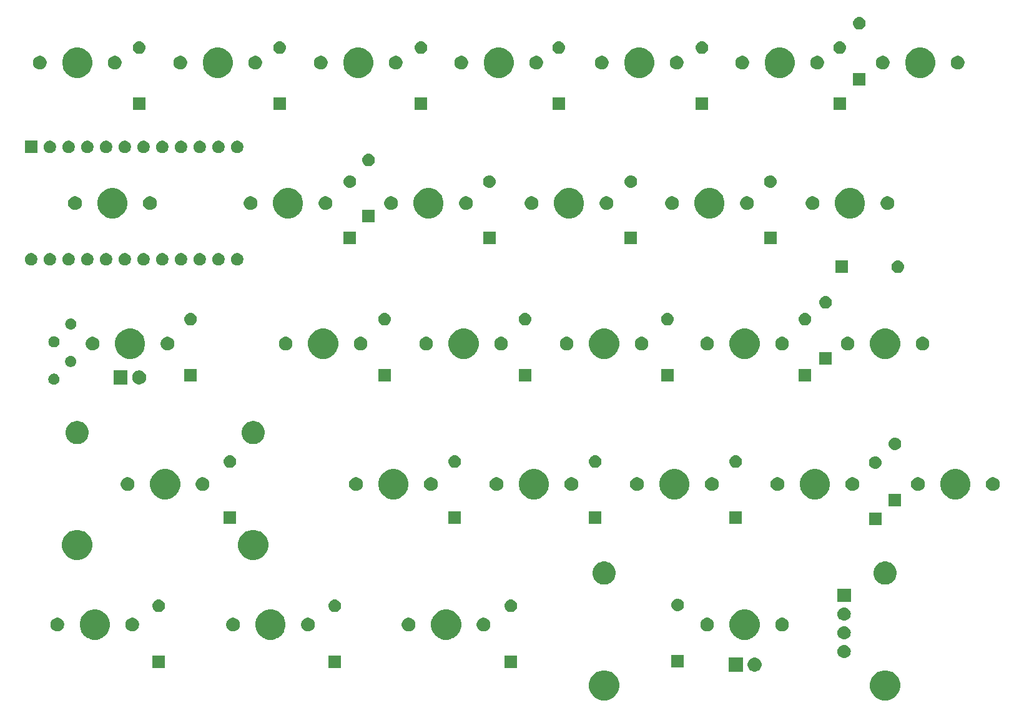
<source format=gts>
G04 #@! TF.GenerationSoftware,KiCad,Pcbnew,(5.1.4-0-10_14)*
G04 #@! TF.CreationDate,2020-10-01T03:15:46-07:00*
G04 #@! TF.ProjectId,mpm62-kb-left,6d706d36-322d-46b6-922d-6c6566742e6b,rev?*
G04 #@! TF.SameCoordinates,Original*
G04 #@! TF.FileFunction,Soldermask,Top*
G04 #@! TF.FilePolarity,Negative*
%FSLAX46Y46*%
G04 Gerber Fmt 4.6, Leading zero omitted, Abs format (unit mm)*
G04 Created by KiCad (PCBNEW (5.1.4-0-10_14)) date 2020-10-01 03:15:46*
%MOMM*%
%LPD*%
G04 APERTURE LIST*
%ADD10C,0.100000*%
G04 APERTURE END LIST*
D10*
G36*
X199033974Y-123763684D02*
G01*
X199251974Y-123853983D01*
X199406123Y-123917833D01*
X199741048Y-124141623D01*
X200025877Y-124426452D01*
X200249667Y-124761377D01*
X200249667Y-124761378D01*
X200403816Y-125133526D01*
X200482400Y-125528594D01*
X200482400Y-125931406D01*
X200403816Y-126326474D01*
X200313517Y-126544474D01*
X200249667Y-126698623D01*
X200025877Y-127033548D01*
X199741048Y-127318377D01*
X199406123Y-127542167D01*
X199251974Y-127606017D01*
X199033974Y-127696316D01*
X198638906Y-127774900D01*
X198236094Y-127774900D01*
X197841026Y-127696316D01*
X197623026Y-127606017D01*
X197468877Y-127542167D01*
X197133952Y-127318377D01*
X196849123Y-127033548D01*
X196625333Y-126698623D01*
X196561483Y-126544474D01*
X196471184Y-126326474D01*
X196392600Y-125931406D01*
X196392600Y-125528594D01*
X196471184Y-125133526D01*
X196625333Y-124761378D01*
X196625333Y-124761377D01*
X196849123Y-124426452D01*
X197133952Y-124141623D01*
X197468877Y-123917833D01*
X197623026Y-123853983D01*
X197841026Y-123763684D01*
X198236094Y-123685100D01*
X198638906Y-123685100D01*
X199033974Y-123763684D01*
X199033974Y-123763684D01*
G37*
G36*
X160933974Y-123763684D02*
G01*
X161151974Y-123853983D01*
X161306123Y-123917833D01*
X161641048Y-124141623D01*
X161925877Y-124426452D01*
X162149667Y-124761377D01*
X162149667Y-124761378D01*
X162303816Y-125133526D01*
X162382400Y-125528594D01*
X162382400Y-125931406D01*
X162303816Y-126326474D01*
X162213517Y-126544474D01*
X162149667Y-126698623D01*
X161925877Y-127033548D01*
X161641048Y-127318377D01*
X161306123Y-127542167D01*
X161151974Y-127606017D01*
X160933974Y-127696316D01*
X160538906Y-127774900D01*
X160136094Y-127774900D01*
X159741026Y-127696316D01*
X159523026Y-127606017D01*
X159368877Y-127542167D01*
X159033952Y-127318377D01*
X158749123Y-127033548D01*
X158525333Y-126698623D01*
X158461483Y-126544474D01*
X158371184Y-126326474D01*
X158292600Y-125931406D01*
X158292600Y-125528594D01*
X158371184Y-125133526D01*
X158525333Y-124761378D01*
X158525333Y-124761377D01*
X158749123Y-124426452D01*
X159033952Y-124141623D01*
X159368877Y-123917833D01*
X159523026Y-123853983D01*
X159741026Y-123763684D01*
X160136094Y-123685100D01*
X160538906Y-123685100D01*
X160933974Y-123763684D01*
X160933974Y-123763684D01*
G37*
G36*
X179149500Y-123859750D02*
G01*
X177247500Y-123859750D01*
X177247500Y-121957750D01*
X179149500Y-121957750D01*
X179149500Y-123859750D01*
X179149500Y-123859750D01*
G37*
G36*
X181015895Y-121994296D02*
G01*
X181188966Y-122065984D01*
X181188967Y-122065985D01*
X181344727Y-122170060D01*
X181477190Y-122302523D01*
X181477191Y-122302525D01*
X181581266Y-122458284D01*
X181652954Y-122631355D01*
X181689500Y-122815083D01*
X181689500Y-123002417D01*
X181652954Y-123186145D01*
X181581266Y-123359216D01*
X181581265Y-123359217D01*
X181477190Y-123514977D01*
X181344727Y-123647440D01*
X181266318Y-123699831D01*
X181188966Y-123751516D01*
X181015895Y-123823204D01*
X180832167Y-123859750D01*
X180644833Y-123859750D01*
X180461105Y-123823204D01*
X180288034Y-123751516D01*
X180210682Y-123699831D01*
X180132273Y-123647440D01*
X179999810Y-123514977D01*
X179895735Y-123359217D01*
X179895734Y-123359216D01*
X179824046Y-123186145D01*
X179787500Y-123002417D01*
X179787500Y-122815083D01*
X179824046Y-122631355D01*
X179895734Y-122458284D01*
X179999809Y-122302525D01*
X179999810Y-122302523D01*
X180132273Y-122170060D01*
X180288033Y-122065985D01*
X180288034Y-122065984D01*
X180461105Y-121994296D01*
X180644833Y-121957750D01*
X180832167Y-121957750D01*
X181015895Y-121994296D01*
X181015895Y-121994296D01*
G37*
G36*
X148552000Y-123406000D02*
G01*
X146850000Y-123406000D01*
X146850000Y-121704000D01*
X148552000Y-121704000D01*
X148552000Y-123406000D01*
X148552000Y-123406000D01*
G37*
G36*
X124676000Y-123406000D02*
G01*
X122974000Y-123406000D01*
X122974000Y-121704000D01*
X124676000Y-121704000D01*
X124676000Y-123406000D01*
X124676000Y-123406000D01*
G37*
G36*
X100800000Y-123406000D02*
G01*
X99098000Y-123406000D01*
X99098000Y-121704000D01*
X100800000Y-121704000D01*
X100800000Y-123406000D01*
X100800000Y-123406000D01*
G37*
G36*
X171158000Y-123279000D02*
G01*
X169456000Y-123279000D01*
X169456000Y-121577000D01*
X171158000Y-121577000D01*
X171158000Y-123279000D01*
X171158000Y-123279000D01*
G37*
G36*
X192991692Y-120231768D02*
G01*
X193057877Y-120238287D01*
X193227716Y-120289807D01*
X193384241Y-120373472D01*
X193419979Y-120402802D01*
X193521436Y-120486064D01*
X193604698Y-120587521D01*
X193634028Y-120623259D01*
X193717693Y-120779784D01*
X193769213Y-120949623D01*
X193786609Y-121126250D01*
X193769213Y-121302877D01*
X193717693Y-121472716D01*
X193634028Y-121629241D01*
X193604698Y-121664979D01*
X193521436Y-121766436D01*
X193419979Y-121849698D01*
X193384241Y-121879028D01*
X193227716Y-121962693D01*
X193057877Y-122014213D01*
X192991693Y-122020731D01*
X192925510Y-122027250D01*
X192836990Y-122027250D01*
X192770807Y-122020731D01*
X192704623Y-122014213D01*
X192534784Y-121962693D01*
X192378259Y-121879028D01*
X192342521Y-121849698D01*
X192241064Y-121766436D01*
X192157802Y-121664979D01*
X192128472Y-121629241D01*
X192044807Y-121472716D01*
X191993287Y-121302877D01*
X191975891Y-121126250D01*
X191993287Y-120949623D01*
X192044807Y-120779784D01*
X192128472Y-120623259D01*
X192157802Y-120587521D01*
X192241064Y-120486064D01*
X192342521Y-120402802D01*
X192378259Y-120373472D01*
X192534784Y-120289807D01*
X192704623Y-120238287D01*
X192770808Y-120231768D01*
X192836990Y-120225250D01*
X192925510Y-120225250D01*
X192991692Y-120231768D01*
X192991692Y-120231768D01*
G37*
G36*
X179983974Y-115508684D02*
G01*
X180199659Y-115598024D01*
X180356123Y-115662833D01*
X180691048Y-115886623D01*
X180975877Y-116171452D01*
X181199667Y-116506377D01*
X181232062Y-116584586D01*
X181353816Y-116878526D01*
X181432400Y-117273594D01*
X181432400Y-117676406D01*
X181353816Y-118071474D01*
X181263517Y-118289474D01*
X181199667Y-118443623D01*
X180975877Y-118778548D01*
X180691048Y-119063377D01*
X180356123Y-119287167D01*
X180230919Y-119339028D01*
X179983974Y-119441316D01*
X179588906Y-119519900D01*
X179186094Y-119519900D01*
X178791026Y-119441316D01*
X178544081Y-119339028D01*
X178418877Y-119287167D01*
X178083952Y-119063377D01*
X177799123Y-118778548D01*
X177575333Y-118443623D01*
X177511483Y-118289474D01*
X177421184Y-118071474D01*
X177342600Y-117676406D01*
X177342600Y-117273594D01*
X177421184Y-116878526D01*
X177542938Y-116584586D01*
X177575333Y-116506377D01*
X177799123Y-116171452D01*
X178083952Y-115886623D01*
X178418877Y-115662833D01*
X178575341Y-115598024D01*
X178791026Y-115508684D01*
X179186094Y-115430100D01*
X179588906Y-115430100D01*
X179983974Y-115508684D01*
X179983974Y-115508684D01*
G37*
G36*
X139502724Y-115508684D02*
G01*
X139718409Y-115598024D01*
X139874873Y-115662833D01*
X140209798Y-115886623D01*
X140494627Y-116171452D01*
X140718417Y-116506377D01*
X140750812Y-116584586D01*
X140872566Y-116878526D01*
X140951150Y-117273594D01*
X140951150Y-117676406D01*
X140872566Y-118071474D01*
X140782267Y-118289474D01*
X140718417Y-118443623D01*
X140494627Y-118778548D01*
X140209798Y-119063377D01*
X139874873Y-119287167D01*
X139749669Y-119339028D01*
X139502724Y-119441316D01*
X139107656Y-119519900D01*
X138704844Y-119519900D01*
X138309776Y-119441316D01*
X138062831Y-119339028D01*
X137937627Y-119287167D01*
X137602702Y-119063377D01*
X137317873Y-118778548D01*
X137094083Y-118443623D01*
X137030233Y-118289474D01*
X136939934Y-118071474D01*
X136861350Y-117676406D01*
X136861350Y-117273594D01*
X136939934Y-116878526D01*
X137061688Y-116584586D01*
X137094083Y-116506377D01*
X137317873Y-116171452D01*
X137602702Y-115886623D01*
X137937627Y-115662833D01*
X138094091Y-115598024D01*
X138309776Y-115508684D01*
X138704844Y-115430100D01*
X139107656Y-115430100D01*
X139502724Y-115508684D01*
X139502724Y-115508684D01*
G37*
G36*
X115690224Y-115508684D02*
G01*
X115905909Y-115598024D01*
X116062373Y-115662833D01*
X116397298Y-115886623D01*
X116682127Y-116171452D01*
X116905917Y-116506377D01*
X116938312Y-116584586D01*
X117060066Y-116878526D01*
X117138650Y-117273594D01*
X117138650Y-117676406D01*
X117060066Y-118071474D01*
X116969767Y-118289474D01*
X116905917Y-118443623D01*
X116682127Y-118778548D01*
X116397298Y-119063377D01*
X116062373Y-119287167D01*
X115937169Y-119339028D01*
X115690224Y-119441316D01*
X115295156Y-119519900D01*
X114892344Y-119519900D01*
X114497276Y-119441316D01*
X114250331Y-119339028D01*
X114125127Y-119287167D01*
X113790202Y-119063377D01*
X113505373Y-118778548D01*
X113281583Y-118443623D01*
X113217733Y-118289474D01*
X113127434Y-118071474D01*
X113048850Y-117676406D01*
X113048850Y-117273594D01*
X113127434Y-116878526D01*
X113249188Y-116584586D01*
X113281583Y-116506377D01*
X113505373Y-116171452D01*
X113790202Y-115886623D01*
X114125127Y-115662833D01*
X114281591Y-115598024D01*
X114497276Y-115508684D01*
X114892344Y-115430100D01*
X115295156Y-115430100D01*
X115690224Y-115508684D01*
X115690224Y-115508684D01*
G37*
G36*
X91877724Y-115508684D02*
G01*
X92093409Y-115598024D01*
X92249873Y-115662833D01*
X92584798Y-115886623D01*
X92869627Y-116171452D01*
X93093417Y-116506377D01*
X93125812Y-116584586D01*
X93247566Y-116878526D01*
X93326150Y-117273594D01*
X93326150Y-117676406D01*
X93247566Y-118071474D01*
X93157267Y-118289474D01*
X93093417Y-118443623D01*
X92869627Y-118778548D01*
X92584798Y-119063377D01*
X92249873Y-119287167D01*
X92124669Y-119339028D01*
X91877724Y-119441316D01*
X91482656Y-119519900D01*
X91079844Y-119519900D01*
X90684776Y-119441316D01*
X90437831Y-119339028D01*
X90312627Y-119287167D01*
X89977702Y-119063377D01*
X89692873Y-118778548D01*
X89469083Y-118443623D01*
X89405233Y-118289474D01*
X89314934Y-118071474D01*
X89236350Y-117676406D01*
X89236350Y-117273594D01*
X89314934Y-116878526D01*
X89436688Y-116584586D01*
X89469083Y-116506377D01*
X89692873Y-116171452D01*
X89977702Y-115886623D01*
X90312627Y-115662833D01*
X90469091Y-115598024D01*
X90684776Y-115508684D01*
X91079844Y-115430100D01*
X91482656Y-115430100D01*
X91877724Y-115508684D01*
X91877724Y-115508684D01*
G37*
G36*
X192991692Y-117691768D02*
G01*
X193057877Y-117698287D01*
X193227716Y-117749807D01*
X193384241Y-117833472D01*
X193419979Y-117862802D01*
X193521436Y-117946064D01*
X193604698Y-118047521D01*
X193634028Y-118083259D01*
X193717693Y-118239784D01*
X193769213Y-118409623D01*
X193786609Y-118586250D01*
X193769213Y-118762877D01*
X193717693Y-118932716D01*
X193634028Y-119089241D01*
X193604698Y-119124979D01*
X193521436Y-119226436D01*
X193419979Y-119309698D01*
X193384241Y-119339028D01*
X193227716Y-119422693D01*
X193057877Y-119474213D01*
X192991692Y-119480732D01*
X192925510Y-119487250D01*
X192836990Y-119487250D01*
X192770808Y-119480732D01*
X192704623Y-119474213D01*
X192534784Y-119422693D01*
X192378259Y-119339028D01*
X192342521Y-119309698D01*
X192241064Y-119226436D01*
X192157802Y-119124979D01*
X192128472Y-119089241D01*
X192044807Y-118932716D01*
X191993287Y-118762877D01*
X191975891Y-118586250D01*
X191993287Y-118409623D01*
X192044807Y-118239784D01*
X192128472Y-118083259D01*
X192157802Y-118047521D01*
X192241064Y-117946064D01*
X192342521Y-117862802D01*
X192378259Y-117833472D01*
X192534784Y-117749807D01*
X192704623Y-117698287D01*
X192770808Y-117691768D01*
X192836990Y-117685250D01*
X192925510Y-117685250D01*
X192991692Y-117691768D01*
X192991692Y-117691768D01*
G37*
G36*
X184737604Y-116584585D02*
G01*
X184906126Y-116654389D01*
X185057791Y-116755728D01*
X185186772Y-116884709D01*
X185288111Y-117036374D01*
X185357915Y-117204896D01*
X185393500Y-117383797D01*
X185393500Y-117566203D01*
X185357915Y-117745104D01*
X185288111Y-117913626D01*
X185186772Y-118065291D01*
X185057791Y-118194272D01*
X184906126Y-118295611D01*
X184737604Y-118365415D01*
X184558703Y-118401000D01*
X184376297Y-118401000D01*
X184197396Y-118365415D01*
X184028874Y-118295611D01*
X183877209Y-118194272D01*
X183748228Y-118065291D01*
X183646889Y-117913626D01*
X183577085Y-117745104D01*
X183541500Y-117566203D01*
X183541500Y-117383797D01*
X183577085Y-117204896D01*
X183646889Y-117036374D01*
X183748228Y-116884709D01*
X183877209Y-116755728D01*
X184028874Y-116654389D01*
X184197396Y-116584585D01*
X184376297Y-116549000D01*
X184558703Y-116549000D01*
X184737604Y-116584585D01*
X184737604Y-116584585D01*
G37*
G36*
X86471354Y-116584585D02*
G01*
X86639876Y-116654389D01*
X86791541Y-116755728D01*
X86920522Y-116884709D01*
X87021861Y-117036374D01*
X87091665Y-117204896D01*
X87127250Y-117383797D01*
X87127250Y-117566203D01*
X87091665Y-117745104D01*
X87021861Y-117913626D01*
X86920522Y-118065291D01*
X86791541Y-118194272D01*
X86639876Y-118295611D01*
X86471354Y-118365415D01*
X86292453Y-118401000D01*
X86110047Y-118401000D01*
X85931146Y-118365415D01*
X85762624Y-118295611D01*
X85610959Y-118194272D01*
X85481978Y-118065291D01*
X85380639Y-117913626D01*
X85310835Y-117745104D01*
X85275250Y-117566203D01*
X85275250Y-117383797D01*
X85310835Y-117204896D01*
X85380639Y-117036374D01*
X85481978Y-116884709D01*
X85610959Y-116755728D01*
X85762624Y-116654389D01*
X85931146Y-116584585D01*
X86110047Y-116549000D01*
X86292453Y-116549000D01*
X86471354Y-116584585D01*
X86471354Y-116584585D01*
G37*
G36*
X174577604Y-116584585D02*
G01*
X174746126Y-116654389D01*
X174897791Y-116755728D01*
X175026772Y-116884709D01*
X175128111Y-117036374D01*
X175197915Y-117204896D01*
X175233500Y-117383797D01*
X175233500Y-117566203D01*
X175197915Y-117745104D01*
X175128111Y-117913626D01*
X175026772Y-118065291D01*
X174897791Y-118194272D01*
X174746126Y-118295611D01*
X174577604Y-118365415D01*
X174398703Y-118401000D01*
X174216297Y-118401000D01*
X174037396Y-118365415D01*
X173868874Y-118295611D01*
X173717209Y-118194272D01*
X173588228Y-118065291D01*
X173486889Y-117913626D01*
X173417085Y-117745104D01*
X173381500Y-117566203D01*
X173381500Y-117383797D01*
X173417085Y-117204896D01*
X173486889Y-117036374D01*
X173588228Y-116884709D01*
X173717209Y-116755728D01*
X173868874Y-116654389D01*
X174037396Y-116584585D01*
X174216297Y-116549000D01*
X174398703Y-116549000D01*
X174577604Y-116584585D01*
X174577604Y-116584585D01*
G37*
G36*
X144256354Y-116584585D02*
G01*
X144424876Y-116654389D01*
X144576541Y-116755728D01*
X144705522Y-116884709D01*
X144806861Y-117036374D01*
X144876665Y-117204896D01*
X144912250Y-117383797D01*
X144912250Y-117566203D01*
X144876665Y-117745104D01*
X144806861Y-117913626D01*
X144705522Y-118065291D01*
X144576541Y-118194272D01*
X144424876Y-118295611D01*
X144256354Y-118365415D01*
X144077453Y-118401000D01*
X143895047Y-118401000D01*
X143716146Y-118365415D01*
X143547624Y-118295611D01*
X143395959Y-118194272D01*
X143266978Y-118065291D01*
X143165639Y-117913626D01*
X143095835Y-117745104D01*
X143060250Y-117566203D01*
X143060250Y-117383797D01*
X143095835Y-117204896D01*
X143165639Y-117036374D01*
X143266978Y-116884709D01*
X143395959Y-116755728D01*
X143547624Y-116654389D01*
X143716146Y-116584585D01*
X143895047Y-116549000D01*
X144077453Y-116549000D01*
X144256354Y-116584585D01*
X144256354Y-116584585D01*
G37*
G36*
X134096354Y-116584585D02*
G01*
X134264876Y-116654389D01*
X134416541Y-116755728D01*
X134545522Y-116884709D01*
X134646861Y-117036374D01*
X134716665Y-117204896D01*
X134752250Y-117383797D01*
X134752250Y-117566203D01*
X134716665Y-117745104D01*
X134646861Y-117913626D01*
X134545522Y-118065291D01*
X134416541Y-118194272D01*
X134264876Y-118295611D01*
X134096354Y-118365415D01*
X133917453Y-118401000D01*
X133735047Y-118401000D01*
X133556146Y-118365415D01*
X133387624Y-118295611D01*
X133235959Y-118194272D01*
X133106978Y-118065291D01*
X133005639Y-117913626D01*
X132935835Y-117745104D01*
X132900250Y-117566203D01*
X132900250Y-117383797D01*
X132935835Y-117204896D01*
X133005639Y-117036374D01*
X133106978Y-116884709D01*
X133235959Y-116755728D01*
X133387624Y-116654389D01*
X133556146Y-116584585D01*
X133735047Y-116549000D01*
X133917453Y-116549000D01*
X134096354Y-116584585D01*
X134096354Y-116584585D01*
G37*
G36*
X120443854Y-116584585D02*
G01*
X120612376Y-116654389D01*
X120764041Y-116755728D01*
X120893022Y-116884709D01*
X120994361Y-117036374D01*
X121064165Y-117204896D01*
X121099750Y-117383797D01*
X121099750Y-117566203D01*
X121064165Y-117745104D01*
X120994361Y-117913626D01*
X120893022Y-118065291D01*
X120764041Y-118194272D01*
X120612376Y-118295611D01*
X120443854Y-118365415D01*
X120264953Y-118401000D01*
X120082547Y-118401000D01*
X119903646Y-118365415D01*
X119735124Y-118295611D01*
X119583459Y-118194272D01*
X119454478Y-118065291D01*
X119353139Y-117913626D01*
X119283335Y-117745104D01*
X119247750Y-117566203D01*
X119247750Y-117383797D01*
X119283335Y-117204896D01*
X119353139Y-117036374D01*
X119454478Y-116884709D01*
X119583459Y-116755728D01*
X119735124Y-116654389D01*
X119903646Y-116584585D01*
X120082547Y-116549000D01*
X120264953Y-116549000D01*
X120443854Y-116584585D01*
X120443854Y-116584585D01*
G37*
G36*
X110283854Y-116584585D02*
G01*
X110452376Y-116654389D01*
X110604041Y-116755728D01*
X110733022Y-116884709D01*
X110834361Y-117036374D01*
X110904165Y-117204896D01*
X110939750Y-117383797D01*
X110939750Y-117566203D01*
X110904165Y-117745104D01*
X110834361Y-117913626D01*
X110733022Y-118065291D01*
X110604041Y-118194272D01*
X110452376Y-118295611D01*
X110283854Y-118365415D01*
X110104953Y-118401000D01*
X109922547Y-118401000D01*
X109743646Y-118365415D01*
X109575124Y-118295611D01*
X109423459Y-118194272D01*
X109294478Y-118065291D01*
X109193139Y-117913626D01*
X109123335Y-117745104D01*
X109087750Y-117566203D01*
X109087750Y-117383797D01*
X109123335Y-117204896D01*
X109193139Y-117036374D01*
X109294478Y-116884709D01*
X109423459Y-116755728D01*
X109575124Y-116654389D01*
X109743646Y-116584585D01*
X109922547Y-116549000D01*
X110104953Y-116549000D01*
X110283854Y-116584585D01*
X110283854Y-116584585D01*
G37*
G36*
X96631354Y-116584585D02*
G01*
X96799876Y-116654389D01*
X96951541Y-116755728D01*
X97080522Y-116884709D01*
X97181861Y-117036374D01*
X97251665Y-117204896D01*
X97287250Y-117383797D01*
X97287250Y-117566203D01*
X97251665Y-117745104D01*
X97181861Y-117913626D01*
X97080522Y-118065291D01*
X96951541Y-118194272D01*
X96799876Y-118295611D01*
X96631354Y-118365415D01*
X96452453Y-118401000D01*
X96270047Y-118401000D01*
X96091146Y-118365415D01*
X95922624Y-118295611D01*
X95770959Y-118194272D01*
X95641978Y-118065291D01*
X95540639Y-117913626D01*
X95470835Y-117745104D01*
X95435250Y-117566203D01*
X95435250Y-117383797D01*
X95470835Y-117204896D01*
X95540639Y-117036374D01*
X95641978Y-116884709D01*
X95770959Y-116755728D01*
X95922624Y-116654389D01*
X96091146Y-116584585D01*
X96270047Y-116549000D01*
X96452453Y-116549000D01*
X96631354Y-116584585D01*
X96631354Y-116584585D01*
G37*
G36*
X192991693Y-115151769D02*
G01*
X193057877Y-115158287D01*
X193227716Y-115209807D01*
X193384241Y-115293472D01*
X193419979Y-115322802D01*
X193521436Y-115406064D01*
X193604698Y-115507521D01*
X193634028Y-115543259D01*
X193717693Y-115699784D01*
X193769213Y-115869623D01*
X193786609Y-116046250D01*
X193769213Y-116222877D01*
X193717693Y-116392716D01*
X193634028Y-116549241D01*
X193605022Y-116584585D01*
X193521436Y-116686436D01*
X193437002Y-116755728D01*
X193384241Y-116799028D01*
X193227716Y-116882693D01*
X193057877Y-116934213D01*
X192991692Y-116940732D01*
X192925510Y-116947250D01*
X192836990Y-116947250D01*
X192770808Y-116940732D01*
X192704623Y-116934213D01*
X192534784Y-116882693D01*
X192378259Y-116799028D01*
X192325498Y-116755728D01*
X192241064Y-116686436D01*
X192157478Y-116584585D01*
X192128472Y-116549241D01*
X192044807Y-116392716D01*
X191993287Y-116222877D01*
X191975891Y-116046250D01*
X191993287Y-115869623D01*
X192044807Y-115699784D01*
X192128472Y-115543259D01*
X192157802Y-115507521D01*
X192241064Y-115406064D01*
X192342521Y-115322802D01*
X192378259Y-115293472D01*
X192534784Y-115209807D01*
X192704623Y-115158287D01*
X192770807Y-115151769D01*
X192836990Y-115145250D01*
X192925510Y-115145250D01*
X192991693Y-115151769D01*
X192991693Y-115151769D01*
G37*
G36*
X100115823Y-114096313D02*
G01*
X100276242Y-114144976D01*
X100385435Y-114203341D01*
X100424078Y-114223996D01*
X100553659Y-114330341D01*
X100660004Y-114459922D01*
X100660005Y-114459924D01*
X100739024Y-114607758D01*
X100787687Y-114768177D01*
X100804117Y-114935000D01*
X100787687Y-115101823D01*
X100739024Y-115262242D01*
X100722331Y-115293472D01*
X100660004Y-115410078D01*
X100553659Y-115539659D01*
X100424078Y-115646004D01*
X100424076Y-115646005D01*
X100276242Y-115725024D01*
X100115823Y-115773687D01*
X99990804Y-115786000D01*
X99907196Y-115786000D01*
X99782177Y-115773687D01*
X99621758Y-115725024D01*
X99473924Y-115646005D01*
X99473922Y-115646004D01*
X99344341Y-115539659D01*
X99237996Y-115410078D01*
X99175669Y-115293472D01*
X99158976Y-115262242D01*
X99110313Y-115101823D01*
X99093883Y-114935000D01*
X99110313Y-114768177D01*
X99158976Y-114607758D01*
X99237995Y-114459924D01*
X99237996Y-114459922D01*
X99344341Y-114330341D01*
X99473922Y-114223996D01*
X99512565Y-114203341D01*
X99621758Y-114144976D01*
X99782177Y-114096313D01*
X99907196Y-114084000D01*
X99990804Y-114084000D01*
X100115823Y-114096313D01*
X100115823Y-114096313D01*
G37*
G36*
X123991823Y-114096313D02*
G01*
X124152242Y-114144976D01*
X124261435Y-114203341D01*
X124300078Y-114223996D01*
X124429659Y-114330341D01*
X124536004Y-114459922D01*
X124536005Y-114459924D01*
X124615024Y-114607758D01*
X124663687Y-114768177D01*
X124680117Y-114935000D01*
X124663687Y-115101823D01*
X124615024Y-115262242D01*
X124598331Y-115293472D01*
X124536004Y-115410078D01*
X124429659Y-115539659D01*
X124300078Y-115646004D01*
X124300076Y-115646005D01*
X124152242Y-115725024D01*
X123991823Y-115773687D01*
X123866804Y-115786000D01*
X123783196Y-115786000D01*
X123658177Y-115773687D01*
X123497758Y-115725024D01*
X123349924Y-115646005D01*
X123349922Y-115646004D01*
X123220341Y-115539659D01*
X123113996Y-115410078D01*
X123051669Y-115293472D01*
X123034976Y-115262242D01*
X122986313Y-115101823D01*
X122969883Y-114935000D01*
X122986313Y-114768177D01*
X123034976Y-114607758D01*
X123113995Y-114459924D01*
X123113996Y-114459922D01*
X123220341Y-114330341D01*
X123349922Y-114223996D01*
X123388565Y-114203341D01*
X123497758Y-114144976D01*
X123658177Y-114096313D01*
X123783196Y-114084000D01*
X123866804Y-114084000D01*
X123991823Y-114096313D01*
X123991823Y-114096313D01*
G37*
G36*
X147867823Y-114096313D02*
G01*
X148028242Y-114144976D01*
X148137435Y-114203341D01*
X148176078Y-114223996D01*
X148305659Y-114330341D01*
X148412004Y-114459922D01*
X148412005Y-114459924D01*
X148491024Y-114607758D01*
X148539687Y-114768177D01*
X148556117Y-114935000D01*
X148539687Y-115101823D01*
X148491024Y-115262242D01*
X148474331Y-115293472D01*
X148412004Y-115410078D01*
X148305659Y-115539659D01*
X148176078Y-115646004D01*
X148176076Y-115646005D01*
X148028242Y-115725024D01*
X147867823Y-115773687D01*
X147742804Y-115786000D01*
X147659196Y-115786000D01*
X147534177Y-115773687D01*
X147373758Y-115725024D01*
X147225924Y-115646005D01*
X147225922Y-115646004D01*
X147096341Y-115539659D01*
X146989996Y-115410078D01*
X146927669Y-115293472D01*
X146910976Y-115262242D01*
X146862313Y-115101823D01*
X146845883Y-114935000D01*
X146862313Y-114768177D01*
X146910976Y-114607758D01*
X146989995Y-114459924D01*
X146989996Y-114459922D01*
X147096341Y-114330341D01*
X147225922Y-114223996D01*
X147264565Y-114203341D01*
X147373758Y-114144976D01*
X147534177Y-114096313D01*
X147659196Y-114084000D01*
X147742804Y-114084000D01*
X147867823Y-114096313D01*
X147867823Y-114096313D01*
G37*
G36*
X170473823Y-113969313D02*
G01*
X170634242Y-114017976D01*
X170757764Y-114084000D01*
X170782078Y-114096996D01*
X170911659Y-114203341D01*
X171018004Y-114332922D01*
X171018005Y-114332924D01*
X171097024Y-114480758D01*
X171145687Y-114641177D01*
X171162117Y-114808000D01*
X171145687Y-114974823D01*
X171097024Y-115135242D01*
X171029143Y-115262239D01*
X171018004Y-115283078D01*
X170911659Y-115412659D01*
X170782078Y-115519004D01*
X170782076Y-115519005D01*
X170634242Y-115598024D01*
X170473823Y-115646687D01*
X170348804Y-115659000D01*
X170265196Y-115659000D01*
X170140177Y-115646687D01*
X169979758Y-115598024D01*
X169831924Y-115519005D01*
X169831922Y-115519004D01*
X169702341Y-115412659D01*
X169595996Y-115283078D01*
X169584857Y-115262239D01*
X169516976Y-115135242D01*
X169468313Y-114974823D01*
X169451883Y-114808000D01*
X169468313Y-114641177D01*
X169516976Y-114480758D01*
X169595995Y-114332924D01*
X169595996Y-114332922D01*
X169702341Y-114203341D01*
X169831922Y-114096996D01*
X169856236Y-114084000D01*
X169979758Y-114017976D01*
X170140177Y-113969313D01*
X170265196Y-113957000D01*
X170348804Y-113957000D01*
X170473823Y-113969313D01*
X170473823Y-113969313D01*
G37*
G36*
X193782250Y-114407250D02*
G01*
X191980250Y-114407250D01*
X191980250Y-112605250D01*
X193782250Y-112605250D01*
X193782250Y-114407250D01*
X193782250Y-114407250D01*
G37*
G36*
X160796911Y-108975526D02*
G01*
X160915637Y-109024704D01*
X161083541Y-109094252D01*
X161083542Y-109094253D01*
X161341504Y-109266617D01*
X161560883Y-109485996D01*
X161676053Y-109658361D01*
X161733248Y-109743959D01*
X161851974Y-110030590D01*
X161912500Y-110334875D01*
X161912500Y-110645125D01*
X161851974Y-110949410D01*
X161733248Y-111236041D01*
X161733247Y-111236042D01*
X161560883Y-111494004D01*
X161341504Y-111713383D01*
X161169139Y-111828553D01*
X161083541Y-111885748D01*
X160915637Y-111955296D01*
X160796911Y-112004474D01*
X160492625Y-112065000D01*
X160182375Y-112065000D01*
X159878089Y-112004474D01*
X159759363Y-111955296D01*
X159591459Y-111885748D01*
X159505861Y-111828553D01*
X159333496Y-111713383D01*
X159114117Y-111494004D01*
X158941753Y-111236042D01*
X158941752Y-111236041D01*
X158823026Y-110949410D01*
X158762500Y-110645125D01*
X158762500Y-110334875D01*
X158823026Y-110030590D01*
X158941752Y-109743959D01*
X158998947Y-109658361D01*
X159114117Y-109485996D01*
X159333496Y-109266617D01*
X159591458Y-109094253D01*
X159591459Y-109094252D01*
X159759363Y-109024704D01*
X159878089Y-108975526D01*
X160182375Y-108915000D01*
X160492625Y-108915000D01*
X160796911Y-108975526D01*
X160796911Y-108975526D01*
G37*
G36*
X198896911Y-108975526D02*
G01*
X199015637Y-109024704D01*
X199183541Y-109094252D01*
X199183542Y-109094253D01*
X199441504Y-109266617D01*
X199660883Y-109485996D01*
X199776053Y-109658361D01*
X199833248Y-109743959D01*
X199951974Y-110030590D01*
X200012500Y-110334875D01*
X200012500Y-110645125D01*
X199951974Y-110949410D01*
X199833248Y-111236041D01*
X199833247Y-111236042D01*
X199660883Y-111494004D01*
X199441504Y-111713383D01*
X199269139Y-111828553D01*
X199183541Y-111885748D01*
X199015637Y-111955296D01*
X198896911Y-112004474D01*
X198592625Y-112065000D01*
X198282375Y-112065000D01*
X197978089Y-112004474D01*
X197859363Y-111955296D01*
X197691459Y-111885748D01*
X197605861Y-111828553D01*
X197433496Y-111713383D01*
X197214117Y-111494004D01*
X197041753Y-111236042D01*
X197041752Y-111236041D01*
X196923026Y-110949410D01*
X196862500Y-110645125D01*
X196862500Y-110334875D01*
X196923026Y-110030590D01*
X197041752Y-109743959D01*
X197098947Y-109658361D01*
X197214117Y-109485996D01*
X197433496Y-109266617D01*
X197691458Y-109094253D01*
X197691459Y-109094252D01*
X197859363Y-109024704D01*
X197978089Y-108975526D01*
X198282375Y-108915000D01*
X198592625Y-108915000D01*
X198896911Y-108975526D01*
X198896911Y-108975526D01*
G37*
G36*
X113340724Y-104713684D02*
G01*
X113558724Y-104803983D01*
X113712873Y-104867833D01*
X114047798Y-105091623D01*
X114332627Y-105376452D01*
X114556417Y-105711377D01*
X114556417Y-105711378D01*
X114710566Y-106083526D01*
X114789150Y-106478594D01*
X114789150Y-106881406D01*
X114710566Y-107276474D01*
X114620267Y-107494474D01*
X114556417Y-107648623D01*
X114332627Y-107983548D01*
X114047798Y-108268377D01*
X113712873Y-108492167D01*
X113558724Y-108556017D01*
X113340724Y-108646316D01*
X112945656Y-108724900D01*
X112542844Y-108724900D01*
X112147776Y-108646316D01*
X111929776Y-108556017D01*
X111775627Y-108492167D01*
X111440702Y-108268377D01*
X111155873Y-107983548D01*
X110932083Y-107648623D01*
X110868233Y-107494474D01*
X110777934Y-107276474D01*
X110699350Y-106881406D01*
X110699350Y-106478594D01*
X110777934Y-106083526D01*
X110932083Y-105711378D01*
X110932083Y-105711377D01*
X111155873Y-105376452D01*
X111440702Y-105091623D01*
X111775627Y-104867833D01*
X111929776Y-104803983D01*
X112147776Y-104713684D01*
X112542844Y-104635100D01*
X112945656Y-104635100D01*
X113340724Y-104713684D01*
X113340724Y-104713684D01*
G37*
G36*
X89464724Y-104713684D02*
G01*
X89682724Y-104803983D01*
X89836873Y-104867833D01*
X90171798Y-105091623D01*
X90456627Y-105376452D01*
X90680417Y-105711377D01*
X90680417Y-105711378D01*
X90834566Y-106083526D01*
X90913150Y-106478594D01*
X90913150Y-106881406D01*
X90834566Y-107276474D01*
X90744267Y-107494474D01*
X90680417Y-107648623D01*
X90456627Y-107983548D01*
X90171798Y-108268377D01*
X89836873Y-108492167D01*
X89682724Y-108556017D01*
X89464724Y-108646316D01*
X89069656Y-108724900D01*
X88666844Y-108724900D01*
X88271776Y-108646316D01*
X88053776Y-108556017D01*
X87899627Y-108492167D01*
X87564702Y-108268377D01*
X87279873Y-107983548D01*
X87056083Y-107648623D01*
X86992233Y-107494474D01*
X86901934Y-107276474D01*
X86823350Y-106881406D01*
X86823350Y-106478594D01*
X86901934Y-106083526D01*
X87056083Y-105711378D01*
X87056083Y-105711377D01*
X87279873Y-105376452D01*
X87564702Y-105091623D01*
X87899627Y-104867833D01*
X88053776Y-104803983D01*
X88271776Y-104713684D01*
X88666844Y-104635100D01*
X89069656Y-104635100D01*
X89464724Y-104713684D01*
X89464724Y-104713684D01*
G37*
G36*
X197955000Y-103975000D02*
G01*
X196253000Y-103975000D01*
X196253000Y-102273000D01*
X197955000Y-102273000D01*
X197955000Y-103975000D01*
X197955000Y-103975000D01*
G37*
G36*
X110452000Y-103848000D02*
G01*
X108750000Y-103848000D01*
X108750000Y-102146000D01*
X110452000Y-102146000D01*
X110452000Y-103848000D01*
X110452000Y-103848000D01*
G37*
G36*
X179032000Y-103848000D02*
G01*
X177330000Y-103848000D01*
X177330000Y-102146000D01*
X179032000Y-102146000D01*
X179032000Y-103848000D01*
X179032000Y-103848000D01*
G37*
G36*
X159982000Y-103848000D02*
G01*
X158280000Y-103848000D01*
X158280000Y-102146000D01*
X159982000Y-102146000D01*
X159982000Y-103848000D01*
X159982000Y-103848000D01*
G37*
G36*
X140932000Y-103848000D02*
G01*
X139230000Y-103848000D01*
X139230000Y-102146000D01*
X140932000Y-102146000D01*
X140932000Y-103848000D01*
X140932000Y-103848000D01*
G37*
G36*
X200622000Y-101435000D02*
G01*
X198920000Y-101435000D01*
X198920000Y-99733000D01*
X200622000Y-99733000D01*
X200622000Y-101435000D01*
X200622000Y-101435000D01*
G37*
G36*
X208558974Y-96458684D02*
G01*
X208776974Y-96548983D01*
X208931123Y-96612833D01*
X209266048Y-96836623D01*
X209550877Y-97121452D01*
X209774667Y-97456377D01*
X209807062Y-97534586D01*
X209928816Y-97828526D01*
X210007400Y-98223594D01*
X210007400Y-98626406D01*
X209928816Y-99021474D01*
X209877951Y-99144272D01*
X209774667Y-99393623D01*
X209550877Y-99728548D01*
X209266048Y-100013377D01*
X208931123Y-100237167D01*
X208776974Y-100301017D01*
X208558974Y-100391316D01*
X208163906Y-100469900D01*
X207761094Y-100469900D01*
X207366026Y-100391316D01*
X207148026Y-100301017D01*
X206993877Y-100237167D01*
X206658952Y-100013377D01*
X206374123Y-99728548D01*
X206150333Y-99393623D01*
X206047049Y-99144272D01*
X205996184Y-99021474D01*
X205917600Y-98626406D01*
X205917600Y-98223594D01*
X205996184Y-97828526D01*
X206117938Y-97534586D01*
X206150333Y-97456377D01*
X206374123Y-97121452D01*
X206658952Y-96836623D01*
X206993877Y-96612833D01*
X207148026Y-96548983D01*
X207366026Y-96458684D01*
X207761094Y-96380100D01*
X208163906Y-96380100D01*
X208558974Y-96458684D01*
X208558974Y-96458684D01*
G37*
G36*
X189508974Y-96458684D02*
G01*
X189726974Y-96548983D01*
X189881123Y-96612833D01*
X190216048Y-96836623D01*
X190500877Y-97121452D01*
X190724667Y-97456377D01*
X190757062Y-97534586D01*
X190878816Y-97828526D01*
X190957400Y-98223594D01*
X190957400Y-98626406D01*
X190878816Y-99021474D01*
X190827951Y-99144272D01*
X190724667Y-99393623D01*
X190500877Y-99728548D01*
X190216048Y-100013377D01*
X189881123Y-100237167D01*
X189726974Y-100301017D01*
X189508974Y-100391316D01*
X189113906Y-100469900D01*
X188711094Y-100469900D01*
X188316026Y-100391316D01*
X188098026Y-100301017D01*
X187943877Y-100237167D01*
X187608952Y-100013377D01*
X187324123Y-99728548D01*
X187100333Y-99393623D01*
X186997049Y-99144272D01*
X186946184Y-99021474D01*
X186867600Y-98626406D01*
X186867600Y-98223594D01*
X186946184Y-97828526D01*
X187067938Y-97534586D01*
X187100333Y-97456377D01*
X187324123Y-97121452D01*
X187608952Y-96836623D01*
X187943877Y-96612833D01*
X188098026Y-96548983D01*
X188316026Y-96458684D01*
X188711094Y-96380100D01*
X189113906Y-96380100D01*
X189508974Y-96458684D01*
X189508974Y-96458684D01*
G37*
G36*
X170458974Y-96458684D02*
G01*
X170676974Y-96548983D01*
X170831123Y-96612833D01*
X171166048Y-96836623D01*
X171450877Y-97121452D01*
X171674667Y-97456377D01*
X171707062Y-97534586D01*
X171828816Y-97828526D01*
X171907400Y-98223594D01*
X171907400Y-98626406D01*
X171828816Y-99021474D01*
X171777951Y-99144272D01*
X171674667Y-99393623D01*
X171450877Y-99728548D01*
X171166048Y-100013377D01*
X170831123Y-100237167D01*
X170676974Y-100301017D01*
X170458974Y-100391316D01*
X170063906Y-100469900D01*
X169661094Y-100469900D01*
X169266026Y-100391316D01*
X169048026Y-100301017D01*
X168893877Y-100237167D01*
X168558952Y-100013377D01*
X168274123Y-99728548D01*
X168050333Y-99393623D01*
X167947049Y-99144272D01*
X167896184Y-99021474D01*
X167817600Y-98626406D01*
X167817600Y-98223594D01*
X167896184Y-97828526D01*
X168017938Y-97534586D01*
X168050333Y-97456377D01*
X168274123Y-97121452D01*
X168558952Y-96836623D01*
X168893877Y-96612833D01*
X169048026Y-96548983D01*
X169266026Y-96458684D01*
X169661094Y-96380100D01*
X170063906Y-96380100D01*
X170458974Y-96458684D01*
X170458974Y-96458684D01*
G37*
G36*
X151408974Y-96458684D02*
G01*
X151626974Y-96548983D01*
X151781123Y-96612833D01*
X152116048Y-96836623D01*
X152400877Y-97121452D01*
X152624667Y-97456377D01*
X152657062Y-97534586D01*
X152778816Y-97828526D01*
X152857400Y-98223594D01*
X152857400Y-98626406D01*
X152778816Y-99021474D01*
X152727951Y-99144272D01*
X152624667Y-99393623D01*
X152400877Y-99728548D01*
X152116048Y-100013377D01*
X151781123Y-100237167D01*
X151626974Y-100301017D01*
X151408974Y-100391316D01*
X151013906Y-100469900D01*
X150611094Y-100469900D01*
X150216026Y-100391316D01*
X149998026Y-100301017D01*
X149843877Y-100237167D01*
X149508952Y-100013377D01*
X149224123Y-99728548D01*
X149000333Y-99393623D01*
X148897049Y-99144272D01*
X148846184Y-99021474D01*
X148767600Y-98626406D01*
X148767600Y-98223594D01*
X148846184Y-97828526D01*
X148967938Y-97534586D01*
X149000333Y-97456377D01*
X149224123Y-97121452D01*
X149508952Y-96836623D01*
X149843877Y-96612833D01*
X149998026Y-96548983D01*
X150216026Y-96458684D01*
X150611094Y-96380100D01*
X151013906Y-96380100D01*
X151408974Y-96458684D01*
X151408974Y-96458684D01*
G37*
G36*
X132358974Y-96458684D02*
G01*
X132576974Y-96548983D01*
X132731123Y-96612833D01*
X133066048Y-96836623D01*
X133350877Y-97121452D01*
X133574667Y-97456377D01*
X133607062Y-97534586D01*
X133728816Y-97828526D01*
X133807400Y-98223594D01*
X133807400Y-98626406D01*
X133728816Y-99021474D01*
X133677951Y-99144272D01*
X133574667Y-99393623D01*
X133350877Y-99728548D01*
X133066048Y-100013377D01*
X132731123Y-100237167D01*
X132576974Y-100301017D01*
X132358974Y-100391316D01*
X131963906Y-100469900D01*
X131561094Y-100469900D01*
X131166026Y-100391316D01*
X130948026Y-100301017D01*
X130793877Y-100237167D01*
X130458952Y-100013377D01*
X130174123Y-99728548D01*
X129950333Y-99393623D01*
X129847049Y-99144272D01*
X129796184Y-99021474D01*
X129717600Y-98626406D01*
X129717600Y-98223594D01*
X129796184Y-97828526D01*
X129917938Y-97534586D01*
X129950333Y-97456377D01*
X130174123Y-97121452D01*
X130458952Y-96836623D01*
X130793877Y-96612833D01*
X130948026Y-96548983D01*
X131166026Y-96458684D01*
X131561094Y-96380100D01*
X131963906Y-96380100D01*
X132358974Y-96458684D01*
X132358974Y-96458684D01*
G37*
G36*
X101402724Y-96458684D02*
G01*
X101620724Y-96548983D01*
X101774873Y-96612833D01*
X102109798Y-96836623D01*
X102394627Y-97121452D01*
X102618417Y-97456377D01*
X102650812Y-97534586D01*
X102772566Y-97828526D01*
X102851150Y-98223594D01*
X102851150Y-98626406D01*
X102772566Y-99021474D01*
X102721701Y-99144272D01*
X102618417Y-99393623D01*
X102394627Y-99728548D01*
X102109798Y-100013377D01*
X101774873Y-100237167D01*
X101620724Y-100301017D01*
X101402724Y-100391316D01*
X101007656Y-100469900D01*
X100604844Y-100469900D01*
X100209776Y-100391316D01*
X99991776Y-100301017D01*
X99837627Y-100237167D01*
X99502702Y-100013377D01*
X99217873Y-99728548D01*
X98994083Y-99393623D01*
X98890799Y-99144272D01*
X98839934Y-99021474D01*
X98761350Y-98626406D01*
X98761350Y-98223594D01*
X98839934Y-97828526D01*
X98961688Y-97534586D01*
X98994083Y-97456377D01*
X99217873Y-97121452D01*
X99502702Y-96836623D01*
X99837627Y-96612833D01*
X99991776Y-96548983D01*
X100209776Y-96458684D01*
X100604844Y-96380100D01*
X101007656Y-96380100D01*
X101402724Y-96458684D01*
X101402724Y-96458684D01*
G37*
G36*
X126952604Y-97534585D02*
G01*
X127121126Y-97604389D01*
X127272791Y-97705728D01*
X127401772Y-97834709D01*
X127503111Y-97986374D01*
X127572915Y-98154896D01*
X127608500Y-98333797D01*
X127608500Y-98516203D01*
X127572915Y-98695104D01*
X127503111Y-98863626D01*
X127401772Y-99015291D01*
X127272791Y-99144272D01*
X127121126Y-99245611D01*
X126952604Y-99315415D01*
X126773703Y-99351000D01*
X126591297Y-99351000D01*
X126412396Y-99315415D01*
X126243874Y-99245611D01*
X126092209Y-99144272D01*
X125963228Y-99015291D01*
X125861889Y-98863626D01*
X125792085Y-98695104D01*
X125756500Y-98516203D01*
X125756500Y-98333797D01*
X125792085Y-98154896D01*
X125861889Y-97986374D01*
X125963228Y-97834709D01*
X126092209Y-97705728D01*
X126243874Y-97604389D01*
X126412396Y-97534585D01*
X126591297Y-97499000D01*
X126773703Y-97499000D01*
X126952604Y-97534585D01*
X126952604Y-97534585D01*
G37*
G36*
X137112604Y-97534585D02*
G01*
X137281126Y-97604389D01*
X137432791Y-97705728D01*
X137561772Y-97834709D01*
X137663111Y-97986374D01*
X137732915Y-98154896D01*
X137768500Y-98333797D01*
X137768500Y-98516203D01*
X137732915Y-98695104D01*
X137663111Y-98863626D01*
X137561772Y-99015291D01*
X137432791Y-99144272D01*
X137281126Y-99245611D01*
X137112604Y-99315415D01*
X136933703Y-99351000D01*
X136751297Y-99351000D01*
X136572396Y-99315415D01*
X136403874Y-99245611D01*
X136252209Y-99144272D01*
X136123228Y-99015291D01*
X136021889Y-98863626D01*
X135952085Y-98695104D01*
X135916500Y-98516203D01*
X135916500Y-98333797D01*
X135952085Y-98154896D01*
X136021889Y-97986374D01*
X136123228Y-97834709D01*
X136252209Y-97705728D01*
X136403874Y-97604389D01*
X136572396Y-97534585D01*
X136751297Y-97499000D01*
X136933703Y-97499000D01*
X137112604Y-97534585D01*
X137112604Y-97534585D01*
G37*
G36*
X146002604Y-97534585D02*
G01*
X146171126Y-97604389D01*
X146322791Y-97705728D01*
X146451772Y-97834709D01*
X146553111Y-97986374D01*
X146622915Y-98154896D01*
X146658500Y-98333797D01*
X146658500Y-98516203D01*
X146622915Y-98695104D01*
X146553111Y-98863626D01*
X146451772Y-99015291D01*
X146322791Y-99144272D01*
X146171126Y-99245611D01*
X146002604Y-99315415D01*
X145823703Y-99351000D01*
X145641297Y-99351000D01*
X145462396Y-99315415D01*
X145293874Y-99245611D01*
X145142209Y-99144272D01*
X145013228Y-99015291D01*
X144911889Y-98863626D01*
X144842085Y-98695104D01*
X144806500Y-98516203D01*
X144806500Y-98333797D01*
X144842085Y-98154896D01*
X144911889Y-97986374D01*
X145013228Y-97834709D01*
X145142209Y-97705728D01*
X145293874Y-97604389D01*
X145462396Y-97534585D01*
X145641297Y-97499000D01*
X145823703Y-97499000D01*
X146002604Y-97534585D01*
X146002604Y-97534585D01*
G37*
G36*
X106156354Y-97534585D02*
G01*
X106324876Y-97604389D01*
X106476541Y-97705728D01*
X106605522Y-97834709D01*
X106706861Y-97986374D01*
X106776665Y-98154896D01*
X106812250Y-98333797D01*
X106812250Y-98516203D01*
X106776665Y-98695104D01*
X106706861Y-98863626D01*
X106605522Y-99015291D01*
X106476541Y-99144272D01*
X106324876Y-99245611D01*
X106156354Y-99315415D01*
X105977453Y-99351000D01*
X105795047Y-99351000D01*
X105616146Y-99315415D01*
X105447624Y-99245611D01*
X105295959Y-99144272D01*
X105166978Y-99015291D01*
X105065639Y-98863626D01*
X104995835Y-98695104D01*
X104960250Y-98516203D01*
X104960250Y-98333797D01*
X104995835Y-98154896D01*
X105065639Y-97986374D01*
X105166978Y-97834709D01*
X105295959Y-97705728D01*
X105447624Y-97604389D01*
X105616146Y-97534585D01*
X105795047Y-97499000D01*
X105977453Y-97499000D01*
X106156354Y-97534585D01*
X106156354Y-97534585D01*
G37*
G36*
X95996354Y-97534585D02*
G01*
X96164876Y-97604389D01*
X96316541Y-97705728D01*
X96445522Y-97834709D01*
X96546861Y-97986374D01*
X96616665Y-98154896D01*
X96652250Y-98333797D01*
X96652250Y-98516203D01*
X96616665Y-98695104D01*
X96546861Y-98863626D01*
X96445522Y-99015291D01*
X96316541Y-99144272D01*
X96164876Y-99245611D01*
X95996354Y-99315415D01*
X95817453Y-99351000D01*
X95635047Y-99351000D01*
X95456146Y-99315415D01*
X95287624Y-99245611D01*
X95135959Y-99144272D01*
X95006978Y-99015291D01*
X94905639Y-98863626D01*
X94835835Y-98695104D01*
X94800250Y-98516203D01*
X94800250Y-98333797D01*
X94835835Y-98154896D01*
X94905639Y-97986374D01*
X95006978Y-97834709D01*
X95135959Y-97705728D01*
X95287624Y-97604389D01*
X95456146Y-97534585D01*
X95635047Y-97499000D01*
X95817453Y-97499000D01*
X95996354Y-97534585D01*
X95996354Y-97534585D01*
G37*
G36*
X175212604Y-97534585D02*
G01*
X175381126Y-97604389D01*
X175532791Y-97705728D01*
X175661772Y-97834709D01*
X175763111Y-97986374D01*
X175832915Y-98154896D01*
X175868500Y-98333797D01*
X175868500Y-98516203D01*
X175832915Y-98695104D01*
X175763111Y-98863626D01*
X175661772Y-99015291D01*
X175532791Y-99144272D01*
X175381126Y-99245611D01*
X175212604Y-99315415D01*
X175033703Y-99351000D01*
X174851297Y-99351000D01*
X174672396Y-99315415D01*
X174503874Y-99245611D01*
X174352209Y-99144272D01*
X174223228Y-99015291D01*
X174121889Y-98863626D01*
X174052085Y-98695104D01*
X174016500Y-98516203D01*
X174016500Y-98333797D01*
X174052085Y-98154896D01*
X174121889Y-97986374D01*
X174223228Y-97834709D01*
X174352209Y-97705728D01*
X174503874Y-97604389D01*
X174672396Y-97534585D01*
X174851297Y-97499000D01*
X175033703Y-97499000D01*
X175212604Y-97534585D01*
X175212604Y-97534585D01*
G37*
G36*
X194262604Y-97534585D02*
G01*
X194431126Y-97604389D01*
X194582791Y-97705728D01*
X194711772Y-97834709D01*
X194813111Y-97986374D01*
X194882915Y-98154896D01*
X194918500Y-98333797D01*
X194918500Y-98516203D01*
X194882915Y-98695104D01*
X194813111Y-98863626D01*
X194711772Y-99015291D01*
X194582791Y-99144272D01*
X194431126Y-99245611D01*
X194262604Y-99315415D01*
X194083703Y-99351000D01*
X193901297Y-99351000D01*
X193722396Y-99315415D01*
X193553874Y-99245611D01*
X193402209Y-99144272D01*
X193273228Y-99015291D01*
X193171889Y-98863626D01*
X193102085Y-98695104D01*
X193066500Y-98516203D01*
X193066500Y-98333797D01*
X193102085Y-98154896D01*
X193171889Y-97986374D01*
X193273228Y-97834709D01*
X193402209Y-97705728D01*
X193553874Y-97604389D01*
X193722396Y-97534585D01*
X193901297Y-97499000D01*
X194083703Y-97499000D01*
X194262604Y-97534585D01*
X194262604Y-97534585D01*
G37*
G36*
X156162604Y-97534585D02*
G01*
X156331126Y-97604389D01*
X156482791Y-97705728D01*
X156611772Y-97834709D01*
X156713111Y-97986374D01*
X156782915Y-98154896D01*
X156818500Y-98333797D01*
X156818500Y-98516203D01*
X156782915Y-98695104D01*
X156713111Y-98863626D01*
X156611772Y-99015291D01*
X156482791Y-99144272D01*
X156331126Y-99245611D01*
X156162604Y-99315415D01*
X155983703Y-99351000D01*
X155801297Y-99351000D01*
X155622396Y-99315415D01*
X155453874Y-99245611D01*
X155302209Y-99144272D01*
X155173228Y-99015291D01*
X155071889Y-98863626D01*
X155002085Y-98695104D01*
X154966500Y-98516203D01*
X154966500Y-98333797D01*
X155002085Y-98154896D01*
X155071889Y-97986374D01*
X155173228Y-97834709D01*
X155302209Y-97705728D01*
X155453874Y-97604389D01*
X155622396Y-97534585D01*
X155801297Y-97499000D01*
X155983703Y-97499000D01*
X156162604Y-97534585D01*
X156162604Y-97534585D01*
G37*
G36*
X165052604Y-97534585D02*
G01*
X165221126Y-97604389D01*
X165372791Y-97705728D01*
X165501772Y-97834709D01*
X165603111Y-97986374D01*
X165672915Y-98154896D01*
X165708500Y-98333797D01*
X165708500Y-98516203D01*
X165672915Y-98695104D01*
X165603111Y-98863626D01*
X165501772Y-99015291D01*
X165372791Y-99144272D01*
X165221126Y-99245611D01*
X165052604Y-99315415D01*
X164873703Y-99351000D01*
X164691297Y-99351000D01*
X164512396Y-99315415D01*
X164343874Y-99245611D01*
X164192209Y-99144272D01*
X164063228Y-99015291D01*
X163961889Y-98863626D01*
X163892085Y-98695104D01*
X163856500Y-98516203D01*
X163856500Y-98333797D01*
X163892085Y-98154896D01*
X163961889Y-97986374D01*
X164063228Y-97834709D01*
X164192209Y-97705728D01*
X164343874Y-97604389D01*
X164512396Y-97534585D01*
X164691297Y-97499000D01*
X164873703Y-97499000D01*
X165052604Y-97534585D01*
X165052604Y-97534585D01*
G37*
G36*
X213312604Y-97534585D02*
G01*
X213481126Y-97604389D01*
X213632791Y-97705728D01*
X213761772Y-97834709D01*
X213863111Y-97986374D01*
X213932915Y-98154896D01*
X213968500Y-98333797D01*
X213968500Y-98516203D01*
X213932915Y-98695104D01*
X213863111Y-98863626D01*
X213761772Y-99015291D01*
X213632791Y-99144272D01*
X213481126Y-99245611D01*
X213312604Y-99315415D01*
X213133703Y-99351000D01*
X212951297Y-99351000D01*
X212772396Y-99315415D01*
X212603874Y-99245611D01*
X212452209Y-99144272D01*
X212323228Y-99015291D01*
X212221889Y-98863626D01*
X212152085Y-98695104D01*
X212116500Y-98516203D01*
X212116500Y-98333797D01*
X212152085Y-98154896D01*
X212221889Y-97986374D01*
X212323228Y-97834709D01*
X212452209Y-97705728D01*
X212603874Y-97604389D01*
X212772396Y-97534585D01*
X212951297Y-97499000D01*
X213133703Y-97499000D01*
X213312604Y-97534585D01*
X213312604Y-97534585D01*
G37*
G36*
X184102604Y-97534585D02*
G01*
X184271126Y-97604389D01*
X184422791Y-97705728D01*
X184551772Y-97834709D01*
X184653111Y-97986374D01*
X184722915Y-98154896D01*
X184758500Y-98333797D01*
X184758500Y-98516203D01*
X184722915Y-98695104D01*
X184653111Y-98863626D01*
X184551772Y-99015291D01*
X184422791Y-99144272D01*
X184271126Y-99245611D01*
X184102604Y-99315415D01*
X183923703Y-99351000D01*
X183741297Y-99351000D01*
X183562396Y-99315415D01*
X183393874Y-99245611D01*
X183242209Y-99144272D01*
X183113228Y-99015291D01*
X183011889Y-98863626D01*
X182942085Y-98695104D01*
X182906500Y-98516203D01*
X182906500Y-98333797D01*
X182942085Y-98154896D01*
X183011889Y-97986374D01*
X183113228Y-97834709D01*
X183242209Y-97705728D01*
X183393874Y-97604389D01*
X183562396Y-97534585D01*
X183741297Y-97499000D01*
X183923703Y-97499000D01*
X184102604Y-97534585D01*
X184102604Y-97534585D01*
G37*
G36*
X203152604Y-97534585D02*
G01*
X203321126Y-97604389D01*
X203472791Y-97705728D01*
X203601772Y-97834709D01*
X203703111Y-97986374D01*
X203772915Y-98154896D01*
X203808500Y-98333797D01*
X203808500Y-98516203D01*
X203772915Y-98695104D01*
X203703111Y-98863626D01*
X203601772Y-99015291D01*
X203472791Y-99144272D01*
X203321126Y-99245611D01*
X203152604Y-99315415D01*
X202973703Y-99351000D01*
X202791297Y-99351000D01*
X202612396Y-99315415D01*
X202443874Y-99245611D01*
X202292209Y-99144272D01*
X202163228Y-99015291D01*
X202061889Y-98863626D01*
X201992085Y-98695104D01*
X201956500Y-98516203D01*
X201956500Y-98333797D01*
X201992085Y-98154896D01*
X202061889Y-97986374D01*
X202163228Y-97834709D01*
X202292209Y-97705728D01*
X202443874Y-97604389D01*
X202612396Y-97534585D01*
X202791297Y-97499000D01*
X202973703Y-97499000D01*
X203152604Y-97534585D01*
X203152604Y-97534585D01*
G37*
G36*
X197270823Y-94665313D02*
G01*
X197431242Y-94713976D01*
X197540435Y-94772341D01*
X197579078Y-94792996D01*
X197708659Y-94899341D01*
X197815004Y-95028922D01*
X197815005Y-95028924D01*
X197894024Y-95176758D01*
X197942687Y-95337177D01*
X197959117Y-95504000D01*
X197942687Y-95670823D01*
X197894024Y-95831242D01*
X197823114Y-95963906D01*
X197815004Y-95979078D01*
X197708659Y-96108659D01*
X197579078Y-96215004D01*
X197579076Y-96215005D01*
X197431242Y-96294024D01*
X197270823Y-96342687D01*
X197145804Y-96355000D01*
X197062196Y-96355000D01*
X196937177Y-96342687D01*
X196776758Y-96294024D01*
X196628924Y-96215005D01*
X196628922Y-96215004D01*
X196499341Y-96108659D01*
X196392996Y-95979078D01*
X196384886Y-95963906D01*
X196313976Y-95831242D01*
X196265313Y-95670823D01*
X196248883Y-95504000D01*
X196265313Y-95337177D01*
X196313976Y-95176758D01*
X196392995Y-95028924D01*
X196392996Y-95028922D01*
X196499341Y-94899341D01*
X196628922Y-94792996D01*
X196667565Y-94772341D01*
X196776758Y-94713976D01*
X196937177Y-94665313D01*
X197062196Y-94653000D01*
X197145804Y-94653000D01*
X197270823Y-94665313D01*
X197270823Y-94665313D01*
G37*
G36*
X178347823Y-94538313D02*
G01*
X178508242Y-94586976D01*
X178631764Y-94653000D01*
X178656078Y-94665996D01*
X178785659Y-94772341D01*
X178892004Y-94901922D01*
X178892005Y-94901924D01*
X178971024Y-95049758D01*
X179019687Y-95210177D01*
X179036117Y-95377000D01*
X179019687Y-95543823D01*
X178971024Y-95704242D01*
X178903143Y-95831239D01*
X178892004Y-95852078D01*
X178785659Y-95981659D01*
X178656078Y-96088004D01*
X178656076Y-96088005D01*
X178508242Y-96167024D01*
X178347823Y-96215687D01*
X178222804Y-96228000D01*
X178139196Y-96228000D01*
X178014177Y-96215687D01*
X177853758Y-96167024D01*
X177705924Y-96088005D01*
X177705922Y-96088004D01*
X177576341Y-95981659D01*
X177469996Y-95852078D01*
X177458857Y-95831239D01*
X177390976Y-95704242D01*
X177342313Y-95543823D01*
X177325883Y-95377000D01*
X177342313Y-95210177D01*
X177390976Y-95049758D01*
X177469995Y-94901924D01*
X177469996Y-94901922D01*
X177576341Y-94772341D01*
X177705922Y-94665996D01*
X177730236Y-94653000D01*
X177853758Y-94586976D01*
X178014177Y-94538313D01*
X178139196Y-94526000D01*
X178222804Y-94526000D01*
X178347823Y-94538313D01*
X178347823Y-94538313D01*
G37*
G36*
X159297823Y-94538313D02*
G01*
X159458242Y-94586976D01*
X159581764Y-94653000D01*
X159606078Y-94665996D01*
X159735659Y-94772341D01*
X159842004Y-94901922D01*
X159842005Y-94901924D01*
X159921024Y-95049758D01*
X159969687Y-95210177D01*
X159986117Y-95377000D01*
X159969687Y-95543823D01*
X159921024Y-95704242D01*
X159853143Y-95831239D01*
X159842004Y-95852078D01*
X159735659Y-95981659D01*
X159606078Y-96088004D01*
X159606076Y-96088005D01*
X159458242Y-96167024D01*
X159297823Y-96215687D01*
X159172804Y-96228000D01*
X159089196Y-96228000D01*
X158964177Y-96215687D01*
X158803758Y-96167024D01*
X158655924Y-96088005D01*
X158655922Y-96088004D01*
X158526341Y-95981659D01*
X158419996Y-95852078D01*
X158408857Y-95831239D01*
X158340976Y-95704242D01*
X158292313Y-95543823D01*
X158275883Y-95377000D01*
X158292313Y-95210177D01*
X158340976Y-95049758D01*
X158419995Y-94901924D01*
X158419996Y-94901922D01*
X158526341Y-94772341D01*
X158655922Y-94665996D01*
X158680236Y-94653000D01*
X158803758Y-94586976D01*
X158964177Y-94538313D01*
X159089196Y-94526000D01*
X159172804Y-94526000D01*
X159297823Y-94538313D01*
X159297823Y-94538313D01*
G37*
G36*
X140247823Y-94538313D02*
G01*
X140408242Y-94586976D01*
X140531764Y-94653000D01*
X140556078Y-94665996D01*
X140685659Y-94772341D01*
X140792004Y-94901922D01*
X140792005Y-94901924D01*
X140871024Y-95049758D01*
X140919687Y-95210177D01*
X140936117Y-95377000D01*
X140919687Y-95543823D01*
X140871024Y-95704242D01*
X140803143Y-95831239D01*
X140792004Y-95852078D01*
X140685659Y-95981659D01*
X140556078Y-96088004D01*
X140556076Y-96088005D01*
X140408242Y-96167024D01*
X140247823Y-96215687D01*
X140122804Y-96228000D01*
X140039196Y-96228000D01*
X139914177Y-96215687D01*
X139753758Y-96167024D01*
X139605924Y-96088005D01*
X139605922Y-96088004D01*
X139476341Y-95981659D01*
X139369996Y-95852078D01*
X139358857Y-95831239D01*
X139290976Y-95704242D01*
X139242313Y-95543823D01*
X139225883Y-95377000D01*
X139242313Y-95210177D01*
X139290976Y-95049758D01*
X139369995Y-94901924D01*
X139369996Y-94901922D01*
X139476341Y-94772341D01*
X139605922Y-94665996D01*
X139630236Y-94653000D01*
X139753758Y-94586976D01*
X139914177Y-94538313D01*
X140039196Y-94526000D01*
X140122804Y-94526000D01*
X140247823Y-94538313D01*
X140247823Y-94538313D01*
G37*
G36*
X109767823Y-94538313D02*
G01*
X109928242Y-94586976D01*
X110051764Y-94653000D01*
X110076078Y-94665996D01*
X110205659Y-94772341D01*
X110312004Y-94901922D01*
X110312005Y-94901924D01*
X110391024Y-95049758D01*
X110439687Y-95210177D01*
X110456117Y-95377000D01*
X110439687Y-95543823D01*
X110391024Y-95704242D01*
X110323143Y-95831239D01*
X110312004Y-95852078D01*
X110205659Y-95981659D01*
X110076078Y-96088004D01*
X110076076Y-96088005D01*
X109928242Y-96167024D01*
X109767823Y-96215687D01*
X109642804Y-96228000D01*
X109559196Y-96228000D01*
X109434177Y-96215687D01*
X109273758Y-96167024D01*
X109125924Y-96088005D01*
X109125922Y-96088004D01*
X108996341Y-95981659D01*
X108889996Y-95852078D01*
X108878857Y-95831239D01*
X108810976Y-95704242D01*
X108762313Y-95543823D01*
X108745883Y-95377000D01*
X108762313Y-95210177D01*
X108810976Y-95049758D01*
X108889995Y-94901924D01*
X108889996Y-94901922D01*
X108996341Y-94772341D01*
X109125922Y-94665996D01*
X109150236Y-94653000D01*
X109273758Y-94586976D01*
X109434177Y-94538313D01*
X109559196Y-94526000D01*
X109642804Y-94526000D01*
X109767823Y-94538313D01*
X109767823Y-94538313D01*
G37*
G36*
X199937823Y-92125313D02*
G01*
X200098242Y-92173976D01*
X200230906Y-92244886D01*
X200246078Y-92252996D01*
X200375659Y-92359341D01*
X200482004Y-92488922D01*
X200482005Y-92488924D01*
X200561024Y-92636758D01*
X200609687Y-92797177D01*
X200626117Y-92964000D01*
X200609687Y-93130823D01*
X200561024Y-93291242D01*
X200490114Y-93423906D01*
X200482004Y-93439078D01*
X200375659Y-93568659D01*
X200246078Y-93675004D01*
X200246076Y-93675005D01*
X200098242Y-93754024D01*
X199937823Y-93802687D01*
X199812804Y-93815000D01*
X199729196Y-93815000D01*
X199604177Y-93802687D01*
X199443758Y-93754024D01*
X199295924Y-93675005D01*
X199295922Y-93675004D01*
X199166341Y-93568659D01*
X199059996Y-93439078D01*
X199051886Y-93423906D01*
X198980976Y-93291242D01*
X198932313Y-93130823D01*
X198915883Y-92964000D01*
X198932313Y-92797177D01*
X198980976Y-92636758D01*
X199059995Y-92488924D01*
X199059996Y-92488922D01*
X199166341Y-92359341D01*
X199295922Y-92252996D01*
X199311094Y-92244886D01*
X199443758Y-92173976D01*
X199604177Y-92125313D01*
X199729196Y-92113000D01*
X199812804Y-92113000D01*
X199937823Y-92125313D01*
X199937823Y-92125313D01*
G37*
G36*
X113051517Y-89895263D02*
G01*
X113203661Y-89925526D01*
X113322387Y-89974704D01*
X113490291Y-90044252D01*
X113490292Y-90044253D01*
X113748254Y-90216617D01*
X113967633Y-90435996D01*
X114082803Y-90608361D01*
X114139998Y-90693959D01*
X114258724Y-90980590D01*
X114319250Y-91284875D01*
X114319250Y-91595125D01*
X114258724Y-91899410D01*
X114139998Y-92186041D01*
X114139997Y-92186042D01*
X113967633Y-92444004D01*
X113748254Y-92663383D01*
X113575889Y-92778553D01*
X113490291Y-92835748D01*
X113322387Y-92905296D01*
X113203661Y-92954474D01*
X113155770Y-92964000D01*
X112899375Y-93015000D01*
X112589125Y-93015000D01*
X112332730Y-92964000D01*
X112284839Y-92954474D01*
X112166113Y-92905296D01*
X111998209Y-92835748D01*
X111912611Y-92778553D01*
X111740246Y-92663383D01*
X111520867Y-92444004D01*
X111348503Y-92186042D01*
X111348502Y-92186041D01*
X111229776Y-91899410D01*
X111169250Y-91595125D01*
X111169250Y-91284875D01*
X111229776Y-90980590D01*
X111348502Y-90693959D01*
X111405697Y-90608361D01*
X111520867Y-90435996D01*
X111740246Y-90216617D01*
X111998208Y-90044253D01*
X111998209Y-90044252D01*
X112166113Y-89974704D01*
X112284839Y-89925526D01*
X112436983Y-89895263D01*
X112589125Y-89865000D01*
X112899375Y-89865000D01*
X113051517Y-89895263D01*
X113051517Y-89895263D01*
G37*
G36*
X89175517Y-89895263D02*
G01*
X89327661Y-89925526D01*
X89446387Y-89974704D01*
X89614291Y-90044252D01*
X89614292Y-90044253D01*
X89872254Y-90216617D01*
X90091633Y-90435996D01*
X90206803Y-90608361D01*
X90263998Y-90693959D01*
X90382724Y-90980590D01*
X90443250Y-91284875D01*
X90443250Y-91595125D01*
X90382724Y-91899410D01*
X90263998Y-92186041D01*
X90263997Y-92186042D01*
X90091633Y-92444004D01*
X89872254Y-92663383D01*
X89699889Y-92778553D01*
X89614291Y-92835748D01*
X89446387Y-92905296D01*
X89327661Y-92954474D01*
X89279770Y-92964000D01*
X89023375Y-93015000D01*
X88713125Y-93015000D01*
X88456730Y-92964000D01*
X88408839Y-92954474D01*
X88290113Y-92905296D01*
X88122209Y-92835748D01*
X88036611Y-92778553D01*
X87864246Y-92663383D01*
X87644867Y-92444004D01*
X87472503Y-92186042D01*
X87472502Y-92186041D01*
X87353776Y-91899410D01*
X87293250Y-91595125D01*
X87293250Y-91284875D01*
X87353776Y-90980590D01*
X87472502Y-90693959D01*
X87529697Y-90608361D01*
X87644867Y-90435996D01*
X87864246Y-90216617D01*
X88122208Y-90044253D01*
X88122209Y-90044252D01*
X88290113Y-89974704D01*
X88408839Y-89925526D01*
X88560983Y-89895263D01*
X88713125Y-89865000D01*
X89023375Y-89865000D01*
X89175517Y-89895263D01*
X89175517Y-89895263D01*
G37*
G36*
X85944059Y-83478860D02*
G01*
X86080732Y-83535472D01*
X86203735Y-83617660D01*
X86308340Y-83722265D01*
X86308341Y-83722267D01*
X86390529Y-83845270D01*
X86447140Y-83981941D01*
X86476000Y-84127033D01*
X86476000Y-84274967D01*
X86447140Y-84420059D01*
X86390528Y-84556732D01*
X86308340Y-84679735D01*
X86203735Y-84784340D01*
X86080732Y-84866528D01*
X86080731Y-84866529D01*
X86080730Y-84866529D01*
X85944059Y-84923140D01*
X85798968Y-84952000D01*
X85651032Y-84952000D01*
X85505941Y-84923140D01*
X85369270Y-84866529D01*
X85369269Y-84866529D01*
X85369268Y-84866528D01*
X85246265Y-84784340D01*
X85141660Y-84679735D01*
X85059472Y-84556732D01*
X85002860Y-84420059D01*
X84974000Y-84274967D01*
X84974000Y-84127033D01*
X85002860Y-83981941D01*
X85059471Y-83845270D01*
X85141659Y-83722267D01*
X85141660Y-83722265D01*
X85246265Y-83617660D01*
X85369268Y-83535472D01*
X85505941Y-83478860D01*
X85651032Y-83450000D01*
X85798968Y-83450000D01*
X85944059Y-83478860D01*
X85944059Y-83478860D01*
G37*
G36*
X95693000Y-84898000D02*
G01*
X93791000Y-84898000D01*
X93791000Y-82996000D01*
X95693000Y-82996000D01*
X95693000Y-84898000D01*
X95693000Y-84898000D01*
G37*
G36*
X97559395Y-83032546D02*
G01*
X97732466Y-83104234D01*
X97732467Y-83104235D01*
X97888227Y-83208310D01*
X98020690Y-83340773D01*
X98020691Y-83340775D01*
X98124766Y-83496534D01*
X98196454Y-83669605D01*
X98233000Y-83853333D01*
X98233000Y-84040667D01*
X98196454Y-84224395D01*
X98124766Y-84397466D01*
X98124765Y-84397467D01*
X98020690Y-84553227D01*
X97888227Y-84685690D01*
X97809818Y-84738081D01*
X97732466Y-84789766D01*
X97559395Y-84861454D01*
X97375667Y-84898000D01*
X97188333Y-84898000D01*
X97004605Y-84861454D01*
X96831534Y-84789766D01*
X96754182Y-84738081D01*
X96675773Y-84685690D01*
X96543310Y-84553227D01*
X96439235Y-84397467D01*
X96439234Y-84397466D01*
X96367546Y-84224395D01*
X96331000Y-84040667D01*
X96331000Y-83853333D01*
X96367546Y-83669605D01*
X96439234Y-83496534D01*
X96543309Y-83340775D01*
X96543310Y-83340773D01*
X96675773Y-83208310D01*
X96831533Y-83104235D01*
X96831534Y-83104234D01*
X97004605Y-83032546D01*
X97188333Y-82996000D01*
X97375667Y-82996000D01*
X97559395Y-83032546D01*
X97559395Y-83032546D01*
G37*
G36*
X105118000Y-84544000D02*
G01*
X103416000Y-84544000D01*
X103416000Y-82842000D01*
X105118000Y-82842000D01*
X105118000Y-84544000D01*
X105118000Y-84544000D01*
G37*
G36*
X188430000Y-84544000D02*
G01*
X186728000Y-84544000D01*
X186728000Y-82842000D01*
X188430000Y-82842000D01*
X188430000Y-84544000D01*
X188430000Y-84544000D01*
G37*
G36*
X169761000Y-84544000D02*
G01*
X168059000Y-84544000D01*
X168059000Y-82842000D01*
X169761000Y-82842000D01*
X169761000Y-84544000D01*
X169761000Y-84544000D01*
G37*
G36*
X150457000Y-84544000D02*
G01*
X148755000Y-84544000D01*
X148755000Y-82842000D01*
X150457000Y-82842000D01*
X150457000Y-84544000D01*
X150457000Y-84544000D01*
G37*
G36*
X131407000Y-84544000D02*
G01*
X129705000Y-84544000D01*
X129705000Y-82842000D01*
X131407000Y-82842000D01*
X131407000Y-84544000D01*
X131407000Y-84544000D01*
G37*
G36*
X88230059Y-81065860D02*
G01*
X88366732Y-81122472D01*
X88489735Y-81204660D01*
X88594340Y-81309265D01*
X88676528Y-81432268D01*
X88733140Y-81568941D01*
X88762000Y-81714033D01*
X88762000Y-81861967D01*
X88733140Y-82007059D01*
X88676528Y-82143732D01*
X88594340Y-82266735D01*
X88489735Y-82371340D01*
X88366732Y-82453528D01*
X88366731Y-82453529D01*
X88366730Y-82453529D01*
X88230059Y-82510140D01*
X88084968Y-82539000D01*
X87937032Y-82539000D01*
X87791941Y-82510140D01*
X87655270Y-82453529D01*
X87655269Y-82453529D01*
X87655268Y-82453528D01*
X87532265Y-82371340D01*
X87427660Y-82266735D01*
X87345472Y-82143732D01*
X87288860Y-82007059D01*
X87260000Y-81861967D01*
X87260000Y-81714033D01*
X87288860Y-81568941D01*
X87345472Y-81432268D01*
X87427660Y-81309265D01*
X87532265Y-81204660D01*
X87655268Y-81122472D01*
X87791941Y-81065860D01*
X87937032Y-81037000D01*
X88084968Y-81037000D01*
X88230059Y-81065860D01*
X88230059Y-81065860D01*
G37*
G36*
X191224000Y-82258000D02*
G01*
X189522000Y-82258000D01*
X189522000Y-80556000D01*
X191224000Y-80556000D01*
X191224000Y-82258000D01*
X191224000Y-82258000D01*
G37*
G36*
X199033974Y-77408684D02*
G01*
X199155447Y-77459000D01*
X199406123Y-77562833D01*
X199741048Y-77786623D01*
X200025877Y-78071452D01*
X200249667Y-78406377D01*
X200282062Y-78484586D01*
X200403816Y-78778526D01*
X200482400Y-79173594D01*
X200482400Y-79576406D01*
X200403816Y-79971474D01*
X200352951Y-80094272D01*
X200249667Y-80343623D01*
X200025877Y-80678548D01*
X199741048Y-80963377D01*
X199406123Y-81187167D01*
X199251974Y-81251017D01*
X199033974Y-81341316D01*
X198638906Y-81419900D01*
X198236094Y-81419900D01*
X197841026Y-81341316D01*
X197623026Y-81251017D01*
X197468877Y-81187167D01*
X197133952Y-80963377D01*
X196849123Y-80678548D01*
X196625333Y-80343623D01*
X196522049Y-80094272D01*
X196471184Y-79971474D01*
X196392600Y-79576406D01*
X196392600Y-79173594D01*
X196471184Y-78778526D01*
X196592938Y-78484586D01*
X196625333Y-78406377D01*
X196849123Y-78071452D01*
X197133952Y-77786623D01*
X197468877Y-77562833D01*
X197719553Y-77459000D01*
X197841026Y-77408684D01*
X198236094Y-77330100D01*
X198638906Y-77330100D01*
X199033974Y-77408684D01*
X199033974Y-77408684D01*
G37*
G36*
X179983974Y-77408684D02*
G01*
X180105447Y-77459000D01*
X180356123Y-77562833D01*
X180691048Y-77786623D01*
X180975877Y-78071452D01*
X181199667Y-78406377D01*
X181232062Y-78484586D01*
X181353816Y-78778526D01*
X181432400Y-79173594D01*
X181432400Y-79576406D01*
X181353816Y-79971474D01*
X181302951Y-80094272D01*
X181199667Y-80343623D01*
X180975877Y-80678548D01*
X180691048Y-80963377D01*
X180356123Y-81187167D01*
X180201974Y-81251017D01*
X179983974Y-81341316D01*
X179588906Y-81419900D01*
X179186094Y-81419900D01*
X178791026Y-81341316D01*
X178573026Y-81251017D01*
X178418877Y-81187167D01*
X178083952Y-80963377D01*
X177799123Y-80678548D01*
X177575333Y-80343623D01*
X177472049Y-80094272D01*
X177421184Y-79971474D01*
X177342600Y-79576406D01*
X177342600Y-79173594D01*
X177421184Y-78778526D01*
X177542938Y-78484586D01*
X177575333Y-78406377D01*
X177799123Y-78071452D01*
X178083952Y-77786623D01*
X178418877Y-77562833D01*
X178669553Y-77459000D01*
X178791026Y-77408684D01*
X179186094Y-77330100D01*
X179588906Y-77330100D01*
X179983974Y-77408684D01*
X179983974Y-77408684D01*
G37*
G36*
X160933974Y-77408684D02*
G01*
X161055447Y-77459000D01*
X161306123Y-77562833D01*
X161641048Y-77786623D01*
X161925877Y-78071452D01*
X162149667Y-78406377D01*
X162182062Y-78484586D01*
X162303816Y-78778526D01*
X162382400Y-79173594D01*
X162382400Y-79576406D01*
X162303816Y-79971474D01*
X162252951Y-80094272D01*
X162149667Y-80343623D01*
X161925877Y-80678548D01*
X161641048Y-80963377D01*
X161306123Y-81187167D01*
X161151974Y-81251017D01*
X160933974Y-81341316D01*
X160538906Y-81419900D01*
X160136094Y-81419900D01*
X159741026Y-81341316D01*
X159523026Y-81251017D01*
X159368877Y-81187167D01*
X159033952Y-80963377D01*
X158749123Y-80678548D01*
X158525333Y-80343623D01*
X158422049Y-80094272D01*
X158371184Y-79971474D01*
X158292600Y-79576406D01*
X158292600Y-79173594D01*
X158371184Y-78778526D01*
X158492938Y-78484586D01*
X158525333Y-78406377D01*
X158749123Y-78071452D01*
X159033952Y-77786623D01*
X159368877Y-77562833D01*
X159619553Y-77459000D01*
X159741026Y-77408684D01*
X160136094Y-77330100D01*
X160538906Y-77330100D01*
X160933974Y-77408684D01*
X160933974Y-77408684D01*
G37*
G36*
X141883974Y-77408684D02*
G01*
X142005447Y-77459000D01*
X142256123Y-77562833D01*
X142591048Y-77786623D01*
X142875877Y-78071452D01*
X143099667Y-78406377D01*
X143132062Y-78484586D01*
X143253816Y-78778526D01*
X143332400Y-79173594D01*
X143332400Y-79576406D01*
X143253816Y-79971474D01*
X143202951Y-80094272D01*
X143099667Y-80343623D01*
X142875877Y-80678548D01*
X142591048Y-80963377D01*
X142256123Y-81187167D01*
X142101974Y-81251017D01*
X141883974Y-81341316D01*
X141488906Y-81419900D01*
X141086094Y-81419900D01*
X140691026Y-81341316D01*
X140473026Y-81251017D01*
X140318877Y-81187167D01*
X139983952Y-80963377D01*
X139699123Y-80678548D01*
X139475333Y-80343623D01*
X139372049Y-80094272D01*
X139321184Y-79971474D01*
X139242600Y-79576406D01*
X139242600Y-79173594D01*
X139321184Y-78778526D01*
X139442938Y-78484586D01*
X139475333Y-78406377D01*
X139699123Y-78071452D01*
X139983952Y-77786623D01*
X140318877Y-77562833D01*
X140569553Y-77459000D01*
X140691026Y-77408684D01*
X141086094Y-77330100D01*
X141488906Y-77330100D01*
X141883974Y-77408684D01*
X141883974Y-77408684D01*
G37*
G36*
X122833974Y-77408684D02*
G01*
X122955447Y-77459000D01*
X123206123Y-77562833D01*
X123541048Y-77786623D01*
X123825877Y-78071452D01*
X124049667Y-78406377D01*
X124082062Y-78484586D01*
X124203816Y-78778526D01*
X124282400Y-79173594D01*
X124282400Y-79576406D01*
X124203816Y-79971474D01*
X124152951Y-80094272D01*
X124049667Y-80343623D01*
X123825877Y-80678548D01*
X123541048Y-80963377D01*
X123206123Y-81187167D01*
X123051974Y-81251017D01*
X122833974Y-81341316D01*
X122438906Y-81419900D01*
X122036094Y-81419900D01*
X121641026Y-81341316D01*
X121423026Y-81251017D01*
X121268877Y-81187167D01*
X120933952Y-80963377D01*
X120649123Y-80678548D01*
X120425333Y-80343623D01*
X120322049Y-80094272D01*
X120271184Y-79971474D01*
X120192600Y-79576406D01*
X120192600Y-79173594D01*
X120271184Y-78778526D01*
X120392938Y-78484586D01*
X120425333Y-78406377D01*
X120649123Y-78071452D01*
X120933952Y-77786623D01*
X121268877Y-77562833D01*
X121519553Y-77459000D01*
X121641026Y-77408684D01*
X122036094Y-77330100D01*
X122438906Y-77330100D01*
X122833974Y-77408684D01*
X122833974Y-77408684D01*
G37*
G36*
X96640224Y-77408684D02*
G01*
X96761697Y-77459000D01*
X97012373Y-77562833D01*
X97347298Y-77786623D01*
X97632127Y-78071452D01*
X97855917Y-78406377D01*
X97888312Y-78484586D01*
X98010066Y-78778526D01*
X98088650Y-79173594D01*
X98088650Y-79576406D01*
X98010066Y-79971474D01*
X97959201Y-80094272D01*
X97855917Y-80343623D01*
X97632127Y-80678548D01*
X97347298Y-80963377D01*
X97012373Y-81187167D01*
X96858224Y-81251017D01*
X96640224Y-81341316D01*
X96245156Y-81419900D01*
X95842344Y-81419900D01*
X95447276Y-81341316D01*
X95229276Y-81251017D01*
X95075127Y-81187167D01*
X94740202Y-80963377D01*
X94455373Y-80678548D01*
X94231583Y-80343623D01*
X94128299Y-80094272D01*
X94077434Y-79971474D01*
X93998850Y-79576406D01*
X93998850Y-79173594D01*
X94077434Y-78778526D01*
X94199188Y-78484586D01*
X94231583Y-78406377D01*
X94455373Y-78071452D01*
X94740202Y-77786623D01*
X95075127Y-77562833D01*
X95325803Y-77459000D01*
X95447276Y-77408684D01*
X95842344Y-77330100D01*
X96245156Y-77330100D01*
X96640224Y-77408684D01*
X96640224Y-77408684D01*
G37*
G36*
X146637604Y-78484585D02*
G01*
X146806126Y-78554389D01*
X146957791Y-78655728D01*
X147086772Y-78784709D01*
X147188111Y-78936374D01*
X147257915Y-79104896D01*
X147293500Y-79283797D01*
X147293500Y-79466203D01*
X147257915Y-79645104D01*
X147188111Y-79813626D01*
X147086772Y-79965291D01*
X146957791Y-80094272D01*
X146806126Y-80195611D01*
X146637604Y-80265415D01*
X146458703Y-80301000D01*
X146276297Y-80301000D01*
X146097396Y-80265415D01*
X145928874Y-80195611D01*
X145777209Y-80094272D01*
X145648228Y-79965291D01*
X145546889Y-79813626D01*
X145477085Y-79645104D01*
X145441500Y-79466203D01*
X145441500Y-79283797D01*
X145477085Y-79104896D01*
X145546889Y-78936374D01*
X145648228Y-78784709D01*
X145777209Y-78655728D01*
X145928874Y-78554389D01*
X146097396Y-78484585D01*
X146276297Y-78449000D01*
X146458703Y-78449000D01*
X146637604Y-78484585D01*
X146637604Y-78484585D01*
G37*
G36*
X193627604Y-78484585D02*
G01*
X193796126Y-78554389D01*
X193947791Y-78655728D01*
X194076772Y-78784709D01*
X194178111Y-78936374D01*
X194247915Y-79104896D01*
X194283500Y-79283797D01*
X194283500Y-79466203D01*
X194247915Y-79645104D01*
X194178111Y-79813626D01*
X194076772Y-79965291D01*
X193947791Y-80094272D01*
X193796126Y-80195611D01*
X193627604Y-80265415D01*
X193448703Y-80301000D01*
X193266297Y-80301000D01*
X193087396Y-80265415D01*
X192918874Y-80195611D01*
X192767209Y-80094272D01*
X192638228Y-79965291D01*
X192536889Y-79813626D01*
X192467085Y-79645104D01*
X192431500Y-79466203D01*
X192431500Y-79283797D01*
X192467085Y-79104896D01*
X192536889Y-78936374D01*
X192638228Y-78784709D01*
X192767209Y-78655728D01*
X192918874Y-78554389D01*
X193087396Y-78484585D01*
X193266297Y-78449000D01*
X193448703Y-78449000D01*
X193627604Y-78484585D01*
X193627604Y-78484585D01*
G37*
G36*
X184737604Y-78484585D02*
G01*
X184906126Y-78554389D01*
X185057791Y-78655728D01*
X185186772Y-78784709D01*
X185288111Y-78936374D01*
X185357915Y-79104896D01*
X185393500Y-79283797D01*
X185393500Y-79466203D01*
X185357915Y-79645104D01*
X185288111Y-79813626D01*
X185186772Y-79965291D01*
X185057791Y-80094272D01*
X184906126Y-80195611D01*
X184737604Y-80265415D01*
X184558703Y-80301000D01*
X184376297Y-80301000D01*
X184197396Y-80265415D01*
X184028874Y-80195611D01*
X183877209Y-80094272D01*
X183748228Y-79965291D01*
X183646889Y-79813626D01*
X183577085Y-79645104D01*
X183541500Y-79466203D01*
X183541500Y-79283797D01*
X183577085Y-79104896D01*
X183646889Y-78936374D01*
X183748228Y-78784709D01*
X183877209Y-78655728D01*
X184028874Y-78554389D01*
X184197396Y-78484585D01*
X184376297Y-78449000D01*
X184558703Y-78449000D01*
X184737604Y-78484585D01*
X184737604Y-78484585D01*
G37*
G36*
X174577604Y-78484585D02*
G01*
X174746126Y-78554389D01*
X174897791Y-78655728D01*
X175026772Y-78784709D01*
X175128111Y-78936374D01*
X175197915Y-79104896D01*
X175233500Y-79283797D01*
X175233500Y-79466203D01*
X175197915Y-79645104D01*
X175128111Y-79813626D01*
X175026772Y-79965291D01*
X174897791Y-80094272D01*
X174746126Y-80195611D01*
X174577604Y-80265415D01*
X174398703Y-80301000D01*
X174216297Y-80301000D01*
X174037396Y-80265415D01*
X173868874Y-80195611D01*
X173717209Y-80094272D01*
X173588228Y-79965291D01*
X173486889Y-79813626D01*
X173417085Y-79645104D01*
X173381500Y-79466203D01*
X173381500Y-79283797D01*
X173417085Y-79104896D01*
X173486889Y-78936374D01*
X173588228Y-78784709D01*
X173717209Y-78655728D01*
X173868874Y-78554389D01*
X174037396Y-78484585D01*
X174216297Y-78449000D01*
X174398703Y-78449000D01*
X174577604Y-78484585D01*
X174577604Y-78484585D01*
G37*
G36*
X165687604Y-78484585D02*
G01*
X165856126Y-78554389D01*
X166007791Y-78655728D01*
X166136772Y-78784709D01*
X166238111Y-78936374D01*
X166307915Y-79104896D01*
X166343500Y-79283797D01*
X166343500Y-79466203D01*
X166307915Y-79645104D01*
X166238111Y-79813626D01*
X166136772Y-79965291D01*
X166007791Y-80094272D01*
X165856126Y-80195611D01*
X165687604Y-80265415D01*
X165508703Y-80301000D01*
X165326297Y-80301000D01*
X165147396Y-80265415D01*
X164978874Y-80195611D01*
X164827209Y-80094272D01*
X164698228Y-79965291D01*
X164596889Y-79813626D01*
X164527085Y-79645104D01*
X164491500Y-79466203D01*
X164491500Y-79283797D01*
X164527085Y-79104896D01*
X164596889Y-78936374D01*
X164698228Y-78784709D01*
X164827209Y-78655728D01*
X164978874Y-78554389D01*
X165147396Y-78484585D01*
X165326297Y-78449000D01*
X165508703Y-78449000D01*
X165687604Y-78484585D01*
X165687604Y-78484585D01*
G37*
G36*
X155527604Y-78484585D02*
G01*
X155696126Y-78554389D01*
X155847791Y-78655728D01*
X155976772Y-78784709D01*
X156078111Y-78936374D01*
X156147915Y-79104896D01*
X156183500Y-79283797D01*
X156183500Y-79466203D01*
X156147915Y-79645104D01*
X156078111Y-79813626D01*
X155976772Y-79965291D01*
X155847791Y-80094272D01*
X155696126Y-80195611D01*
X155527604Y-80265415D01*
X155348703Y-80301000D01*
X155166297Y-80301000D01*
X154987396Y-80265415D01*
X154818874Y-80195611D01*
X154667209Y-80094272D01*
X154538228Y-79965291D01*
X154436889Y-79813626D01*
X154367085Y-79645104D01*
X154331500Y-79466203D01*
X154331500Y-79283797D01*
X154367085Y-79104896D01*
X154436889Y-78936374D01*
X154538228Y-78784709D01*
X154667209Y-78655728D01*
X154818874Y-78554389D01*
X154987396Y-78484585D01*
X155166297Y-78449000D01*
X155348703Y-78449000D01*
X155527604Y-78484585D01*
X155527604Y-78484585D01*
G37*
G36*
X136477604Y-78484585D02*
G01*
X136646126Y-78554389D01*
X136797791Y-78655728D01*
X136926772Y-78784709D01*
X137028111Y-78936374D01*
X137097915Y-79104896D01*
X137133500Y-79283797D01*
X137133500Y-79466203D01*
X137097915Y-79645104D01*
X137028111Y-79813626D01*
X136926772Y-79965291D01*
X136797791Y-80094272D01*
X136646126Y-80195611D01*
X136477604Y-80265415D01*
X136298703Y-80301000D01*
X136116297Y-80301000D01*
X135937396Y-80265415D01*
X135768874Y-80195611D01*
X135617209Y-80094272D01*
X135488228Y-79965291D01*
X135386889Y-79813626D01*
X135317085Y-79645104D01*
X135281500Y-79466203D01*
X135281500Y-79283797D01*
X135317085Y-79104896D01*
X135386889Y-78936374D01*
X135488228Y-78784709D01*
X135617209Y-78655728D01*
X135768874Y-78554389D01*
X135937396Y-78484585D01*
X136116297Y-78449000D01*
X136298703Y-78449000D01*
X136477604Y-78484585D01*
X136477604Y-78484585D01*
G37*
G36*
X127587604Y-78484585D02*
G01*
X127756126Y-78554389D01*
X127907791Y-78655728D01*
X128036772Y-78784709D01*
X128138111Y-78936374D01*
X128207915Y-79104896D01*
X128243500Y-79283797D01*
X128243500Y-79466203D01*
X128207915Y-79645104D01*
X128138111Y-79813626D01*
X128036772Y-79965291D01*
X127907791Y-80094272D01*
X127756126Y-80195611D01*
X127587604Y-80265415D01*
X127408703Y-80301000D01*
X127226297Y-80301000D01*
X127047396Y-80265415D01*
X126878874Y-80195611D01*
X126727209Y-80094272D01*
X126598228Y-79965291D01*
X126496889Y-79813626D01*
X126427085Y-79645104D01*
X126391500Y-79466203D01*
X126391500Y-79283797D01*
X126427085Y-79104896D01*
X126496889Y-78936374D01*
X126598228Y-78784709D01*
X126727209Y-78655728D01*
X126878874Y-78554389D01*
X127047396Y-78484585D01*
X127226297Y-78449000D01*
X127408703Y-78449000D01*
X127587604Y-78484585D01*
X127587604Y-78484585D01*
G37*
G36*
X117427604Y-78484585D02*
G01*
X117596126Y-78554389D01*
X117747791Y-78655728D01*
X117876772Y-78784709D01*
X117978111Y-78936374D01*
X118047915Y-79104896D01*
X118083500Y-79283797D01*
X118083500Y-79466203D01*
X118047915Y-79645104D01*
X117978111Y-79813626D01*
X117876772Y-79965291D01*
X117747791Y-80094272D01*
X117596126Y-80195611D01*
X117427604Y-80265415D01*
X117248703Y-80301000D01*
X117066297Y-80301000D01*
X116887396Y-80265415D01*
X116718874Y-80195611D01*
X116567209Y-80094272D01*
X116438228Y-79965291D01*
X116336889Y-79813626D01*
X116267085Y-79645104D01*
X116231500Y-79466203D01*
X116231500Y-79283797D01*
X116267085Y-79104896D01*
X116336889Y-78936374D01*
X116438228Y-78784709D01*
X116567209Y-78655728D01*
X116718874Y-78554389D01*
X116887396Y-78484585D01*
X117066297Y-78449000D01*
X117248703Y-78449000D01*
X117427604Y-78484585D01*
X117427604Y-78484585D01*
G37*
G36*
X101393854Y-78484585D02*
G01*
X101562376Y-78554389D01*
X101714041Y-78655728D01*
X101843022Y-78784709D01*
X101944361Y-78936374D01*
X102014165Y-79104896D01*
X102049750Y-79283797D01*
X102049750Y-79466203D01*
X102014165Y-79645104D01*
X101944361Y-79813626D01*
X101843022Y-79965291D01*
X101714041Y-80094272D01*
X101562376Y-80195611D01*
X101393854Y-80265415D01*
X101214953Y-80301000D01*
X101032547Y-80301000D01*
X100853646Y-80265415D01*
X100685124Y-80195611D01*
X100533459Y-80094272D01*
X100404478Y-79965291D01*
X100303139Y-79813626D01*
X100233335Y-79645104D01*
X100197750Y-79466203D01*
X100197750Y-79283797D01*
X100233335Y-79104896D01*
X100303139Y-78936374D01*
X100404478Y-78784709D01*
X100533459Y-78655728D01*
X100685124Y-78554389D01*
X100853646Y-78484585D01*
X101032547Y-78449000D01*
X101214953Y-78449000D01*
X101393854Y-78484585D01*
X101393854Y-78484585D01*
G37*
G36*
X203787604Y-78484585D02*
G01*
X203956126Y-78554389D01*
X204107791Y-78655728D01*
X204236772Y-78784709D01*
X204338111Y-78936374D01*
X204407915Y-79104896D01*
X204443500Y-79283797D01*
X204443500Y-79466203D01*
X204407915Y-79645104D01*
X204338111Y-79813626D01*
X204236772Y-79965291D01*
X204107791Y-80094272D01*
X203956126Y-80195611D01*
X203787604Y-80265415D01*
X203608703Y-80301000D01*
X203426297Y-80301000D01*
X203247396Y-80265415D01*
X203078874Y-80195611D01*
X202927209Y-80094272D01*
X202798228Y-79965291D01*
X202696889Y-79813626D01*
X202627085Y-79645104D01*
X202591500Y-79466203D01*
X202591500Y-79283797D01*
X202627085Y-79104896D01*
X202696889Y-78936374D01*
X202798228Y-78784709D01*
X202927209Y-78655728D01*
X203078874Y-78554389D01*
X203247396Y-78484585D01*
X203426297Y-78449000D01*
X203608703Y-78449000D01*
X203787604Y-78484585D01*
X203787604Y-78484585D01*
G37*
G36*
X91233854Y-78484585D02*
G01*
X91402376Y-78554389D01*
X91554041Y-78655728D01*
X91683022Y-78784709D01*
X91784361Y-78936374D01*
X91854165Y-79104896D01*
X91889750Y-79283797D01*
X91889750Y-79466203D01*
X91854165Y-79645104D01*
X91784361Y-79813626D01*
X91683022Y-79965291D01*
X91554041Y-80094272D01*
X91402376Y-80195611D01*
X91233854Y-80265415D01*
X91054953Y-80301000D01*
X90872547Y-80301000D01*
X90693646Y-80265415D01*
X90525124Y-80195611D01*
X90373459Y-80094272D01*
X90244478Y-79965291D01*
X90143139Y-79813626D01*
X90073335Y-79645104D01*
X90037750Y-79466203D01*
X90037750Y-79283797D01*
X90073335Y-79104896D01*
X90143139Y-78936374D01*
X90244478Y-78784709D01*
X90373459Y-78655728D01*
X90525124Y-78554389D01*
X90693646Y-78484585D01*
X90872547Y-78449000D01*
X91054953Y-78449000D01*
X91233854Y-78484585D01*
X91233854Y-78484585D01*
G37*
G36*
X85798665Y-78373622D02*
G01*
X85872222Y-78380867D01*
X86013786Y-78423810D01*
X86144252Y-78493546D01*
X86174040Y-78517992D01*
X86258607Y-78587393D01*
X86314687Y-78655729D01*
X86352454Y-78701748D01*
X86422190Y-78832214D01*
X86465133Y-78973778D01*
X86479633Y-79121000D01*
X86465133Y-79268222D01*
X86422190Y-79409786D01*
X86352454Y-79540252D01*
X86328008Y-79570040D01*
X86258607Y-79654607D01*
X86174040Y-79724008D01*
X86144252Y-79748454D01*
X86144250Y-79748455D01*
X86022327Y-79813625D01*
X86013786Y-79818190D01*
X85872222Y-79861133D01*
X85798665Y-79868378D01*
X85761888Y-79872000D01*
X85688112Y-79872000D01*
X85651335Y-79868378D01*
X85577778Y-79861133D01*
X85436214Y-79818190D01*
X85427674Y-79813625D01*
X85305750Y-79748455D01*
X85305748Y-79748454D01*
X85275960Y-79724008D01*
X85191393Y-79654607D01*
X85121992Y-79570040D01*
X85097546Y-79540252D01*
X85027810Y-79409786D01*
X84984867Y-79268222D01*
X84970367Y-79121000D01*
X84984867Y-78973778D01*
X85027810Y-78832214D01*
X85097546Y-78701748D01*
X85135313Y-78655729D01*
X85191393Y-78587393D01*
X85275960Y-78517992D01*
X85305748Y-78493546D01*
X85436214Y-78423810D01*
X85577778Y-78380867D01*
X85651335Y-78373622D01*
X85688112Y-78370000D01*
X85761888Y-78370000D01*
X85798665Y-78373622D01*
X85798665Y-78373622D01*
G37*
G36*
X88084665Y-75960622D02*
G01*
X88158222Y-75967867D01*
X88299786Y-76010810D01*
X88430252Y-76080546D01*
X88460040Y-76104992D01*
X88544607Y-76174393D01*
X88598304Y-76239825D01*
X88638454Y-76288748D01*
X88708190Y-76419214D01*
X88751133Y-76560778D01*
X88765633Y-76708000D01*
X88751133Y-76855222D01*
X88708190Y-76996786D01*
X88638454Y-77127252D01*
X88614008Y-77157040D01*
X88544607Y-77241607D01*
X88460040Y-77311008D01*
X88430252Y-77335454D01*
X88299786Y-77405190D01*
X88158222Y-77448133D01*
X88084665Y-77455378D01*
X88047888Y-77459000D01*
X87974112Y-77459000D01*
X87937335Y-77455378D01*
X87863778Y-77448133D01*
X87722214Y-77405190D01*
X87591748Y-77335454D01*
X87561960Y-77311008D01*
X87477393Y-77241607D01*
X87407992Y-77157040D01*
X87383546Y-77127252D01*
X87313810Y-76996786D01*
X87270867Y-76855222D01*
X87256367Y-76708000D01*
X87270867Y-76560778D01*
X87313810Y-76419214D01*
X87383546Y-76288748D01*
X87423696Y-76239825D01*
X87477393Y-76174393D01*
X87561960Y-76104992D01*
X87591748Y-76080546D01*
X87722214Y-76010810D01*
X87863778Y-75967867D01*
X87937335Y-75960622D01*
X87974112Y-75957000D01*
X88047888Y-75957000D01*
X88084665Y-75960622D01*
X88084665Y-75960622D01*
G37*
G36*
X104433823Y-75234313D02*
G01*
X104594242Y-75282976D01*
X104726906Y-75353886D01*
X104742078Y-75361996D01*
X104871659Y-75468341D01*
X104978004Y-75597922D01*
X104978005Y-75597924D01*
X105057024Y-75745758D01*
X105105687Y-75906177D01*
X105122117Y-76073000D01*
X105105687Y-76239823D01*
X105057024Y-76400242D01*
X105046884Y-76419212D01*
X104978004Y-76548078D01*
X104871659Y-76677659D01*
X104742078Y-76784004D01*
X104742076Y-76784005D01*
X104594242Y-76863024D01*
X104433823Y-76911687D01*
X104308804Y-76924000D01*
X104225196Y-76924000D01*
X104100177Y-76911687D01*
X103939758Y-76863024D01*
X103791924Y-76784005D01*
X103791922Y-76784004D01*
X103662341Y-76677659D01*
X103555996Y-76548078D01*
X103487116Y-76419212D01*
X103476976Y-76400242D01*
X103428313Y-76239823D01*
X103411883Y-76073000D01*
X103428313Y-75906177D01*
X103476976Y-75745758D01*
X103555995Y-75597924D01*
X103555996Y-75597922D01*
X103662341Y-75468341D01*
X103791922Y-75361996D01*
X103807094Y-75353886D01*
X103939758Y-75282976D01*
X104100177Y-75234313D01*
X104225196Y-75222000D01*
X104308804Y-75222000D01*
X104433823Y-75234313D01*
X104433823Y-75234313D01*
G37*
G36*
X187745823Y-75234313D02*
G01*
X187906242Y-75282976D01*
X188038906Y-75353886D01*
X188054078Y-75361996D01*
X188183659Y-75468341D01*
X188290004Y-75597922D01*
X188290005Y-75597924D01*
X188369024Y-75745758D01*
X188417687Y-75906177D01*
X188434117Y-76073000D01*
X188417687Y-76239823D01*
X188369024Y-76400242D01*
X188358884Y-76419212D01*
X188290004Y-76548078D01*
X188183659Y-76677659D01*
X188054078Y-76784004D01*
X188054076Y-76784005D01*
X187906242Y-76863024D01*
X187745823Y-76911687D01*
X187620804Y-76924000D01*
X187537196Y-76924000D01*
X187412177Y-76911687D01*
X187251758Y-76863024D01*
X187103924Y-76784005D01*
X187103922Y-76784004D01*
X186974341Y-76677659D01*
X186867996Y-76548078D01*
X186799116Y-76419212D01*
X186788976Y-76400242D01*
X186740313Y-76239823D01*
X186723883Y-76073000D01*
X186740313Y-75906177D01*
X186788976Y-75745758D01*
X186867995Y-75597924D01*
X186867996Y-75597922D01*
X186974341Y-75468341D01*
X187103922Y-75361996D01*
X187119094Y-75353886D01*
X187251758Y-75282976D01*
X187412177Y-75234313D01*
X187537196Y-75222000D01*
X187620804Y-75222000D01*
X187745823Y-75234313D01*
X187745823Y-75234313D01*
G37*
G36*
X169076823Y-75234313D02*
G01*
X169237242Y-75282976D01*
X169369906Y-75353886D01*
X169385078Y-75361996D01*
X169514659Y-75468341D01*
X169621004Y-75597922D01*
X169621005Y-75597924D01*
X169700024Y-75745758D01*
X169748687Y-75906177D01*
X169765117Y-76073000D01*
X169748687Y-76239823D01*
X169700024Y-76400242D01*
X169689884Y-76419212D01*
X169621004Y-76548078D01*
X169514659Y-76677659D01*
X169385078Y-76784004D01*
X169385076Y-76784005D01*
X169237242Y-76863024D01*
X169076823Y-76911687D01*
X168951804Y-76924000D01*
X168868196Y-76924000D01*
X168743177Y-76911687D01*
X168582758Y-76863024D01*
X168434924Y-76784005D01*
X168434922Y-76784004D01*
X168305341Y-76677659D01*
X168198996Y-76548078D01*
X168130116Y-76419212D01*
X168119976Y-76400242D01*
X168071313Y-76239823D01*
X168054883Y-76073000D01*
X168071313Y-75906177D01*
X168119976Y-75745758D01*
X168198995Y-75597924D01*
X168198996Y-75597922D01*
X168305341Y-75468341D01*
X168434922Y-75361996D01*
X168450094Y-75353886D01*
X168582758Y-75282976D01*
X168743177Y-75234313D01*
X168868196Y-75222000D01*
X168951804Y-75222000D01*
X169076823Y-75234313D01*
X169076823Y-75234313D01*
G37*
G36*
X130722823Y-75234313D02*
G01*
X130883242Y-75282976D01*
X131015906Y-75353886D01*
X131031078Y-75361996D01*
X131160659Y-75468341D01*
X131267004Y-75597922D01*
X131267005Y-75597924D01*
X131346024Y-75745758D01*
X131394687Y-75906177D01*
X131411117Y-76073000D01*
X131394687Y-76239823D01*
X131346024Y-76400242D01*
X131335884Y-76419212D01*
X131267004Y-76548078D01*
X131160659Y-76677659D01*
X131031078Y-76784004D01*
X131031076Y-76784005D01*
X130883242Y-76863024D01*
X130722823Y-76911687D01*
X130597804Y-76924000D01*
X130514196Y-76924000D01*
X130389177Y-76911687D01*
X130228758Y-76863024D01*
X130080924Y-76784005D01*
X130080922Y-76784004D01*
X129951341Y-76677659D01*
X129844996Y-76548078D01*
X129776116Y-76419212D01*
X129765976Y-76400242D01*
X129717313Y-76239823D01*
X129700883Y-76073000D01*
X129717313Y-75906177D01*
X129765976Y-75745758D01*
X129844995Y-75597924D01*
X129844996Y-75597922D01*
X129951341Y-75468341D01*
X130080922Y-75361996D01*
X130096094Y-75353886D01*
X130228758Y-75282976D01*
X130389177Y-75234313D01*
X130514196Y-75222000D01*
X130597804Y-75222000D01*
X130722823Y-75234313D01*
X130722823Y-75234313D01*
G37*
G36*
X149772823Y-75234313D02*
G01*
X149933242Y-75282976D01*
X150065906Y-75353886D01*
X150081078Y-75361996D01*
X150210659Y-75468341D01*
X150317004Y-75597922D01*
X150317005Y-75597924D01*
X150396024Y-75745758D01*
X150444687Y-75906177D01*
X150461117Y-76073000D01*
X150444687Y-76239823D01*
X150396024Y-76400242D01*
X150385884Y-76419212D01*
X150317004Y-76548078D01*
X150210659Y-76677659D01*
X150081078Y-76784004D01*
X150081076Y-76784005D01*
X149933242Y-76863024D01*
X149772823Y-76911687D01*
X149647804Y-76924000D01*
X149564196Y-76924000D01*
X149439177Y-76911687D01*
X149278758Y-76863024D01*
X149130924Y-76784005D01*
X149130922Y-76784004D01*
X149001341Y-76677659D01*
X148894996Y-76548078D01*
X148826116Y-76419212D01*
X148815976Y-76400242D01*
X148767313Y-76239823D01*
X148750883Y-76073000D01*
X148767313Y-75906177D01*
X148815976Y-75745758D01*
X148894995Y-75597924D01*
X148894996Y-75597922D01*
X149001341Y-75468341D01*
X149130922Y-75361996D01*
X149146094Y-75353886D01*
X149278758Y-75282976D01*
X149439177Y-75234313D01*
X149564196Y-75222000D01*
X149647804Y-75222000D01*
X149772823Y-75234313D01*
X149772823Y-75234313D01*
G37*
G36*
X190539823Y-72948313D02*
G01*
X190700242Y-72996976D01*
X190832906Y-73067886D01*
X190848078Y-73075996D01*
X190977659Y-73182341D01*
X191084004Y-73311922D01*
X191084005Y-73311924D01*
X191163024Y-73459758D01*
X191211687Y-73620177D01*
X191228117Y-73787000D01*
X191211687Y-73953823D01*
X191163024Y-74114242D01*
X191092114Y-74246906D01*
X191084004Y-74262078D01*
X190977659Y-74391659D01*
X190848078Y-74498004D01*
X190848076Y-74498005D01*
X190700242Y-74577024D01*
X190539823Y-74625687D01*
X190414804Y-74638000D01*
X190331196Y-74638000D01*
X190206177Y-74625687D01*
X190045758Y-74577024D01*
X189897924Y-74498005D01*
X189897922Y-74498004D01*
X189768341Y-74391659D01*
X189661996Y-74262078D01*
X189653886Y-74246906D01*
X189582976Y-74114242D01*
X189534313Y-73953823D01*
X189517883Y-73787000D01*
X189534313Y-73620177D01*
X189582976Y-73459758D01*
X189661995Y-73311924D01*
X189661996Y-73311922D01*
X189768341Y-73182341D01*
X189897922Y-73075996D01*
X189913094Y-73067886D01*
X190045758Y-72996976D01*
X190206177Y-72948313D01*
X190331196Y-72936000D01*
X190414804Y-72936000D01*
X190539823Y-72948313D01*
X190539823Y-72948313D01*
G37*
G36*
X200318823Y-68122313D02*
G01*
X200479242Y-68170976D01*
X200520874Y-68193229D01*
X200627078Y-68249996D01*
X200756659Y-68356341D01*
X200863004Y-68485922D01*
X200863005Y-68485924D01*
X200942024Y-68633758D01*
X200990687Y-68794177D01*
X201007117Y-68961000D01*
X200990687Y-69127823D01*
X200942024Y-69288242D01*
X200871114Y-69420906D01*
X200863004Y-69436078D01*
X200756659Y-69565659D01*
X200627078Y-69672004D01*
X200627076Y-69672005D01*
X200479242Y-69751024D01*
X200318823Y-69799687D01*
X200193804Y-69812000D01*
X200110196Y-69812000D01*
X199985177Y-69799687D01*
X199824758Y-69751024D01*
X199676924Y-69672005D01*
X199676922Y-69672004D01*
X199547341Y-69565659D01*
X199440996Y-69436078D01*
X199432886Y-69420906D01*
X199361976Y-69288242D01*
X199313313Y-69127823D01*
X199296883Y-68961000D01*
X199313313Y-68794177D01*
X199361976Y-68633758D01*
X199440995Y-68485924D01*
X199440996Y-68485922D01*
X199547341Y-68356341D01*
X199676922Y-68249996D01*
X199783126Y-68193229D01*
X199824758Y-68170976D01*
X199985177Y-68122313D01*
X200110196Y-68110000D01*
X200193804Y-68110000D01*
X200318823Y-68122313D01*
X200318823Y-68122313D01*
G37*
G36*
X193383000Y-69812000D02*
G01*
X191681000Y-69812000D01*
X191681000Y-68110000D01*
X193383000Y-68110000D01*
X193383000Y-69812000D01*
X193383000Y-69812000D01*
G37*
G36*
X82878228Y-67126703D02*
G01*
X83033100Y-67190853D01*
X83172481Y-67283985D01*
X83291015Y-67402519D01*
X83384147Y-67541900D01*
X83448297Y-67696772D01*
X83481000Y-67861184D01*
X83481000Y-68028816D01*
X83448297Y-68193228D01*
X83384147Y-68348100D01*
X83291015Y-68487481D01*
X83172481Y-68606015D01*
X83033100Y-68699147D01*
X82878228Y-68763297D01*
X82713816Y-68796000D01*
X82546184Y-68796000D01*
X82381772Y-68763297D01*
X82226900Y-68699147D01*
X82087519Y-68606015D01*
X81968985Y-68487481D01*
X81875853Y-68348100D01*
X81811703Y-68193228D01*
X81779000Y-68028816D01*
X81779000Y-67861184D01*
X81811703Y-67696772D01*
X81875853Y-67541900D01*
X81968985Y-67402519D01*
X82087519Y-67283985D01*
X82226900Y-67190853D01*
X82381772Y-67126703D01*
X82546184Y-67094000D01*
X82713816Y-67094000D01*
X82878228Y-67126703D01*
X82878228Y-67126703D01*
G37*
G36*
X85418228Y-67126703D02*
G01*
X85573100Y-67190853D01*
X85712481Y-67283985D01*
X85831015Y-67402519D01*
X85924147Y-67541900D01*
X85988297Y-67696772D01*
X86021000Y-67861184D01*
X86021000Y-68028816D01*
X85988297Y-68193228D01*
X85924147Y-68348100D01*
X85831015Y-68487481D01*
X85712481Y-68606015D01*
X85573100Y-68699147D01*
X85418228Y-68763297D01*
X85253816Y-68796000D01*
X85086184Y-68796000D01*
X84921772Y-68763297D01*
X84766900Y-68699147D01*
X84627519Y-68606015D01*
X84508985Y-68487481D01*
X84415853Y-68348100D01*
X84351703Y-68193228D01*
X84319000Y-68028816D01*
X84319000Y-67861184D01*
X84351703Y-67696772D01*
X84415853Y-67541900D01*
X84508985Y-67402519D01*
X84627519Y-67283985D01*
X84766900Y-67190853D01*
X84921772Y-67126703D01*
X85086184Y-67094000D01*
X85253816Y-67094000D01*
X85418228Y-67126703D01*
X85418228Y-67126703D01*
G37*
G36*
X110818228Y-67126703D02*
G01*
X110973100Y-67190853D01*
X111112481Y-67283985D01*
X111231015Y-67402519D01*
X111324147Y-67541900D01*
X111388297Y-67696772D01*
X111421000Y-67861184D01*
X111421000Y-68028816D01*
X111388297Y-68193228D01*
X111324147Y-68348100D01*
X111231015Y-68487481D01*
X111112481Y-68606015D01*
X110973100Y-68699147D01*
X110818228Y-68763297D01*
X110653816Y-68796000D01*
X110486184Y-68796000D01*
X110321772Y-68763297D01*
X110166900Y-68699147D01*
X110027519Y-68606015D01*
X109908985Y-68487481D01*
X109815853Y-68348100D01*
X109751703Y-68193228D01*
X109719000Y-68028816D01*
X109719000Y-67861184D01*
X109751703Y-67696772D01*
X109815853Y-67541900D01*
X109908985Y-67402519D01*
X110027519Y-67283985D01*
X110166900Y-67190853D01*
X110321772Y-67126703D01*
X110486184Y-67094000D01*
X110653816Y-67094000D01*
X110818228Y-67126703D01*
X110818228Y-67126703D01*
G37*
G36*
X108278228Y-67126703D02*
G01*
X108433100Y-67190853D01*
X108572481Y-67283985D01*
X108691015Y-67402519D01*
X108784147Y-67541900D01*
X108848297Y-67696772D01*
X108881000Y-67861184D01*
X108881000Y-68028816D01*
X108848297Y-68193228D01*
X108784147Y-68348100D01*
X108691015Y-68487481D01*
X108572481Y-68606015D01*
X108433100Y-68699147D01*
X108278228Y-68763297D01*
X108113816Y-68796000D01*
X107946184Y-68796000D01*
X107781772Y-68763297D01*
X107626900Y-68699147D01*
X107487519Y-68606015D01*
X107368985Y-68487481D01*
X107275853Y-68348100D01*
X107211703Y-68193228D01*
X107179000Y-68028816D01*
X107179000Y-67861184D01*
X107211703Y-67696772D01*
X107275853Y-67541900D01*
X107368985Y-67402519D01*
X107487519Y-67283985D01*
X107626900Y-67190853D01*
X107781772Y-67126703D01*
X107946184Y-67094000D01*
X108113816Y-67094000D01*
X108278228Y-67126703D01*
X108278228Y-67126703D01*
G37*
G36*
X93038228Y-67126703D02*
G01*
X93193100Y-67190853D01*
X93332481Y-67283985D01*
X93451015Y-67402519D01*
X93544147Y-67541900D01*
X93608297Y-67696772D01*
X93641000Y-67861184D01*
X93641000Y-68028816D01*
X93608297Y-68193228D01*
X93544147Y-68348100D01*
X93451015Y-68487481D01*
X93332481Y-68606015D01*
X93193100Y-68699147D01*
X93038228Y-68763297D01*
X92873816Y-68796000D01*
X92706184Y-68796000D01*
X92541772Y-68763297D01*
X92386900Y-68699147D01*
X92247519Y-68606015D01*
X92128985Y-68487481D01*
X92035853Y-68348100D01*
X91971703Y-68193228D01*
X91939000Y-68028816D01*
X91939000Y-67861184D01*
X91971703Y-67696772D01*
X92035853Y-67541900D01*
X92128985Y-67402519D01*
X92247519Y-67283985D01*
X92386900Y-67190853D01*
X92541772Y-67126703D01*
X92706184Y-67094000D01*
X92873816Y-67094000D01*
X93038228Y-67126703D01*
X93038228Y-67126703D01*
G37*
G36*
X105738228Y-67126703D02*
G01*
X105893100Y-67190853D01*
X106032481Y-67283985D01*
X106151015Y-67402519D01*
X106244147Y-67541900D01*
X106308297Y-67696772D01*
X106341000Y-67861184D01*
X106341000Y-68028816D01*
X106308297Y-68193228D01*
X106244147Y-68348100D01*
X106151015Y-68487481D01*
X106032481Y-68606015D01*
X105893100Y-68699147D01*
X105738228Y-68763297D01*
X105573816Y-68796000D01*
X105406184Y-68796000D01*
X105241772Y-68763297D01*
X105086900Y-68699147D01*
X104947519Y-68606015D01*
X104828985Y-68487481D01*
X104735853Y-68348100D01*
X104671703Y-68193228D01*
X104639000Y-68028816D01*
X104639000Y-67861184D01*
X104671703Y-67696772D01*
X104735853Y-67541900D01*
X104828985Y-67402519D01*
X104947519Y-67283985D01*
X105086900Y-67190853D01*
X105241772Y-67126703D01*
X105406184Y-67094000D01*
X105573816Y-67094000D01*
X105738228Y-67126703D01*
X105738228Y-67126703D01*
G37*
G36*
X98118228Y-67126703D02*
G01*
X98273100Y-67190853D01*
X98412481Y-67283985D01*
X98531015Y-67402519D01*
X98624147Y-67541900D01*
X98688297Y-67696772D01*
X98721000Y-67861184D01*
X98721000Y-68028816D01*
X98688297Y-68193228D01*
X98624147Y-68348100D01*
X98531015Y-68487481D01*
X98412481Y-68606015D01*
X98273100Y-68699147D01*
X98118228Y-68763297D01*
X97953816Y-68796000D01*
X97786184Y-68796000D01*
X97621772Y-68763297D01*
X97466900Y-68699147D01*
X97327519Y-68606015D01*
X97208985Y-68487481D01*
X97115853Y-68348100D01*
X97051703Y-68193228D01*
X97019000Y-68028816D01*
X97019000Y-67861184D01*
X97051703Y-67696772D01*
X97115853Y-67541900D01*
X97208985Y-67402519D01*
X97327519Y-67283985D01*
X97466900Y-67190853D01*
X97621772Y-67126703D01*
X97786184Y-67094000D01*
X97953816Y-67094000D01*
X98118228Y-67126703D01*
X98118228Y-67126703D01*
G37*
G36*
X87958228Y-67126703D02*
G01*
X88113100Y-67190853D01*
X88252481Y-67283985D01*
X88371015Y-67402519D01*
X88464147Y-67541900D01*
X88528297Y-67696772D01*
X88561000Y-67861184D01*
X88561000Y-68028816D01*
X88528297Y-68193228D01*
X88464147Y-68348100D01*
X88371015Y-68487481D01*
X88252481Y-68606015D01*
X88113100Y-68699147D01*
X87958228Y-68763297D01*
X87793816Y-68796000D01*
X87626184Y-68796000D01*
X87461772Y-68763297D01*
X87306900Y-68699147D01*
X87167519Y-68606015D01*
X87048985Y-68487481D01*
X86955853Y-68348100D01*
X86891703Y-68193228D01*
X86859000Y-68028816D01*
X86859000Y-67861184D01*
X86891703Y-67696772D01*
X86955853Y-67541900D01*
X87048985Y-67402519D01*
X87167519Y-67283985D01*
X87306900Y-67190853D01*
X87461772Y-67126703D01*
X87626184Y-67094000D01*
X87793816Y-67094000D01*
X87958228Y-67126703D01*
X87958228Y-67126703D01*
G37*
G36*
X103198228Y-67126703D02*
G01*
X103353100Y-67190853D01*
X103492481Y-67283985D01*
X103611015Y-67402519D01*
X103704147Y-67541900D01*
X103768297Y-67696772D01*
X103801000Y-67861184D01*
X103801000Y-68028816D01*
X103768297Y-68193228D01*
X103704147Y-68348100D01*
X103611015Y-68487481D01*
X103492481Y-68606015D01*
X103353100Y-68699147D01*
X103198228Y-68763297D01*
X103033816Y-68796000D01*
X102866184Y-68796000D01*
X102701772Y-68763297D01*
X102546900Y-68699147D01*
X102407519Y-68606015D01*
X102288985Y-68487481D01*
X102195853Y-68348100D01*
X102131703Y-68193228D01*
X102099000Y-68028816D01*
X102099000Y-67861184D01*
X102131703Y-67696772D01*
X102195853Y-67541900D01*
X102288985Y-67402519D01*
X102407519Y-67283985D01*
X102546900Y-67190853D01*
X102701772Y-67126703D01*
X102866184Y-67094000D01*
X103033816Y-67094000D01*
X103198228Y-67126703D01*
X103198228Y-67126703D01*
G37*
G36*
X100658228Y-67126703D02*
G01*
X100813100Y-67190853D01*
X100952481Y-67283985D01*
X101071015Y-67402519D01*
X101164147Y-67541900D01*
X101228297Y-67696772D01*
X101261000Y-67861184D01*
X101261000Y-68028816D01*
X101228297Y-68193228D01*
X101164147Y-68348100D01*
X101071015Y-68487481D01*
X100952481Y-68606015D01*
X100813100Y-68699147D01*
X100658228Y-68763297D01*
X100493816Y-68796000D01*
X100326184Y-68796000D01*
X100161772Y-68763297D01*
X100006900Y-68699147D01*
X99867519Y-68606015D01*
X99748985Y-68487481D01*
X99655853Y-68348100D01*
X99591703Y-68193228D01*
X99559000Y-68028816D01*
X99559000Y-67861184D01*
X99591703Y-67696772D01*
X99655853Y-67541900D01*
X99748985Y-67402519D01*
X99867519Y-67283985D01*
X100006900Y-67190853D01*
X100161772Y-67126703D01*
X100326184Y-67094000D01*
X100493816Y-67094000D01*
X100658228Y-67126703D01*
X100658228Y-67126703D01*
G37*
G36*
X95578228Y-67126703D02*
G01*
X95733100Y-67190853D01*
X95872481Y-67283985D01*
X95991015Y-67402519D01*
X96084147Y-67541900D01*
X96148297Y-67696772D01*
X96181000Y-67861184D01*
X96181000Y-68028816D01*
X96148297Y-68193228D01*
X96084147Y-68348100D01*
X95991015Y-68487481D01*
X95872481Y-68606015D01*
X95733100Y-68699147D01*
X95578228Y-68763297D01*
X95413816Y-68796000D01*
X95246184Y-68796000D01*
X95081772Y-68763297D01*
X94926900Y-68699147D01*
X94787519Y-68606015D01*
X94668985Y-68487481D01*
X94575853Y-68348100D01*
X94511703Y-68193228D01*
X94479000Y-68028816D01*
X94479000Y-67861184D01*
X94511703Y-67696772D01*
X94575853Y-67541900D01*
X94668985Y-67402519D01*
X94787519Y-67283985D01*
X94926900Y-67190853D01*
X95081772Y-67126703D01*
X95246184Y-67094000D01*
X95413816Y-67094000D01*
X95578228Y-67126703D01*
X95578228Y-67126703D01*
G37*
G36*
X90498228Y-67126703D02*
G01*
X90653100Y-67190853D01*
X90792481Y-67283985D01*
X90911015Y-67402519D01*
X91004147Y-67541900D01*
X91068297Y-67696772D01*
X91101000Y-67861184D01*
X91101000Y-68028816D01*
X91068297Y-68193228D01*
X91004147Y-68348100D01*
X90911015Y-68487481D01*
X90792481Y-68606015D01*
X90653100Y-68699147D01*
X90498228Y-68763297D01*
X90333816Y-68796000D01*
X90166184Y-68796000D01*
X90001772Y-68763297D01*
X89846900Y-68699147D01*
X89707519Y-68606015D01*
X89588985Y-68487481D01*
X89495853Y-68348100D01*
X89431703Y-68193228D01*
X89399000Y-68028816D01*
X89399000Y-67861184D01*
X89431703Y-67696772D01*
X89495853Y-67541900D01*
X89588985Y-67402519D01*
X89707519Y-67283985D01*
X89846900Y-67190853D01*
X90001772Y-67126703D01*
X90166184Y-67094000D01*
X90333816Y-67094000D01*
X90498228Y-67126703D01*
X90498228Y-67126703D01*
G37*
G36*
X145631000Y-65875000D02*
G01*
X143929000Y-65875000D01*
X143929000Y-64173000D01*
X145631000Y-64173000D01*
X145631000Y-65875000D01*
X145631000Y-65875000D01*
G37*
G36*
X164808000Y-65875000D02*
G01*
X163106000Y-65875000D01*
X163106000Y-64173000D01*
X164808000Y-64173000D01*
X164808000Y-65875000D01*
X164808000Y-65875000D01*
G37*
G36*
X126708000Y-65875000D02*
G01*
X125006000Y-65875000D01*
X125006000Y-64173000D01*
X126708000Y-64173000D01*
X126708000Y-65875000D01*
X126708000Y-65875000D01*
G37*
G36*
X183731000Y-65875000D02*
G01*
X182029000Y-65875000D01*
X182029000Y-64173000D01*
X183731000Y-64173000D01*
X183731000Y-65875000D01*
X183731000Y-65875000D01*
G37*
G36*
X129248000Y-62954000D02*
G01*
X127546000Y-62954000D01*
X127546000Y-61252000D01*
X129248000Y-61252000D01*
X129248000Y-62954000D01*
X129248000Y-62954000D01*
G37*
G36*
X194271474Y-58358684D02*
G01*
X194489474Y-58448983D01*
X194643623Y-58512833D01*
X194978548Y-58736623D01*
X195263377Y-59021452D01*
X195487167Y-59356377D01*
X195519562Y-59434586D01*
X195641316Y-59728526D01*
X195719900Y-60123594D01*
X195719900Y-60526406D01*
X195641316Y-60921474D01*
X195590451Y-61044272D01*
X195487167Y-61293623D01*
X195263377Y-61628548D01*
X194978548Y-61913377D01*
X194643623Y-62137167D01*
X194489474Y-62201017D01*
X194271474Y-62291316D01*
X193876406Y-62369900D01*
X193473594Y-62369900D01*
X193078526Y-62291316D01*
X192860526Y-62201017D01*
X192706377Y-62137167D01*
X192371452Y-61913377D01*
X192086623Y-61628548D01*
X191862833Y-61293623D01*
X191759549Y-61044272D01*
X191708684Y-60921474D01*
X191630100Y-60526406D01*
X191630100Y-60123594D01*
X191708684Y-59728526D01*
X191830438Y-59434586D01*
X191862833Y-59356377D01*
X192086623Y-59021452D01*
X192371452Y-58736623D01*
X192706377Y-58512833D01*
X192860526Y-58448983D01*
X193078526Y-58358684D01*
X193473594Y-58280100D01*
X193876406Y-58280100D01*
X194271474Y-58358684D01*
X194271474Y-58358684D01*
G37*
G36*
X175221474Y-58358684D02*
G01*
X175439474Y-58448983D01*
X175593623Y-58512833D01*
X175928548Y-58736623D01*
X176213377Y-59021452D01*
X176437167Y-59356377D01*
X176469562Y-59434586D01*
X176591316Y-59728526D01*
X176669900Y-60123594D01*
X176669900Y-60526406D01*
X176591316Y-60921474D01*
X176540451Y-61044272D01*
X176437167Y-61293623D01*
X176213377Y-61628548D01*
X175928548Y-61913377D01*
X175593623Y-62137167D01*
X175439474Y-62201017D01*
X175221474Y-62291316D01*
X174826406Y-62369900D01*
X174423594Y-62369900D01*
X174028526Y-62291316D01*
X173810526Y-62201017D01*
X173656377Y-62137167D01*
X173321452Y-61913377D01*
X173036623Y-61628548D01*
X172812833Y-61293623D01*
X172709549Y-61044272D01*
X172658684Y-60921474D01*
X172580100Y-60526406D01*
X172580100Y-60123594D01*
X172658684Y-59728526D01*
X172780438Y-59434586D01*
X172812833Y-59356377D01*
X173036623Y-59021452D01*
X173321452Y-58736623D01*
X173656377Y-58512833D01*
X173810526Y-58448983D01*
X174028526Y-58358684D01*
X174423594Y-58280100D01*
X174826406Y-58280100D01*
X175221474Y-58358684D01*
X175221474Y-58358684D01*
G37*
G36*
X156171474Y-58358684D02*
G01*
X156389474Y-58448983D01*
X156543623Y-58512833D01*
X156878548Y-58736623D01*
X157163377Y-59021452D01*
X157387167Y-59356377D01*
X157419562Y-59434586D01*
X157541316Y-59728526D01*
X157619900Y-60123594D01*
X157619900Y-60526406D01*
X157541316Y-60921474D01*
X157490451Y-61044272D01*
X157387167Y-61293623D01*
X157163377Y-61628548D01*
X156878548Y-61913377D01*
X156543623Y-62137167D01*
X156389474Y-62201017D01*
X156171474Y-62291316D01*
X155776406Y-62369900D01*
X155373594Y-62369900D01*
X154978526Y-62291316D01*
X154760526Y-62201017D01*
X154606377Y-62137167D01*
X154271452Y-61913377D01*
X153986623Y-61628548D01*
X153762833Y-61293623D01*
X153659549Y-61044272D01*
X153608684Y-60921474D01*
X153530100Y-60526406D01*
X153530100Y-60123594D01*
X153608684Y-59728526D01*
X153730438Y-59434586D01*
X153762833Y-59356377D01*
X153986623Y-59021452D01*
X154271452Y-58736623D01*
X154606377Y-58512833D01*
X154760526Y-58448983D01*
X154978526Y-58358684D01*
X155373594Y-58280100D01*
X155776406Y-58280100D01*
X156171474Y-58358684D01*
X156171474Y-58358684D01*
G37*
G36*
X137121474Y-58358684D02*
G01*
X137339474Y-58448983D01*
X137493623Y-58512833D01*
X137828548Y-58736623D01*
X138113377Y-59021452D01*
X138337167Y-59356377D01*
X138369562Y-59434586D01*
X138491316Y-59728526D01*
X138569900Y-60123594D01*
X138569900Y-60526406D01*
X138491316Y-60921474D01*
X138440451Y-61044272D01*
X138337167Y-61293623D01*
X138113377Y-61628548D01*
X137828548Y-61913377D01*
X137493623Y-62137167D01*
X137339474Y-62201017D01*
X137121474Y-62291316D01*
X136726406Y-62369900D01*
X136323594Y-62369900D01*
X135928526Y-62291316D01*
X135710526Y-62201017D01*
X135556377Y-62137167D01*
X135221452Y-61913377D01*
X134936623Y-61628548D01*
X134712833Y-61293623D01*
X134609549Y-61044272D01*
X134558684Y-60921474D01*
X134480100Y-60526406D01*
X134480100Y-60123594D01*
X134558684Y-59728526D01*
X134680438Y-59434586D01*
X134712833Y-59356377D01*
X134936623Y-59021452D01*
X135221452Y-58736623D01*
X135556377Y-58512833D01*
X135710526Y-58448983D01*
X135928526Y-58358684D01*
X136323594Y-58280100D01*
X136726406Y-58280100D01*
X137121474Y-58358684D01*
X137121474Y-58358684D01*
G37*
G36*
X118071474Y-58358684D02*
G01*
X118289474Y-58448983D01*
X118443623Y-58512833D01*
X118778548Y-58736623D01*
X119063377Y-59021452D01*
X119287167Y-59356377D01*
X119319562Y-59434586D01*
X119441316Y-59728526D01*
X119519900Y-60123594D01*
X119519900Y-60526406D01*
X119441316Y-60921474D01*
X119390451Y-61044272D01*
X119287167Y-61293623D01*
X119063377Y-61628548D01*
X118778548Y-61913377D01*
X118443623Y-62137167D01*
X118289474Y-62201017D01*
X118071474Y-62291316D01*
X117676406Y-62369900D01*
X117273594Y-62369900D01*
X116878526Y-62291316D01*
X116660526Y-62201017D01*
X116506377Y-62137167D01*
X116171452Y-61913377D01*
X115886623Y-61628548D01*
X115662833Y-61293623D01*
X115559549Y-61044272D01*
X115508684Y-60921474D01*
X115430100Y-60526406D01*
X115430100Y-60123594D01*
X115508684Y-59728526D01*
X115630438Y-59434586D01*
X115662833Y-59356377D01*
X115886623Y-59021452D01*
X116171452Y-58736623D01*
X116506377Y-58512833D01*
X116660526Y-58448983D01*
X116878526Y-58358684D01*
X117273594Y-58280100D01*
X117676406Y-58280100D01*
X118071474Y-58358684D01*
X118071474Y-58358684D01*
G37*
G36*
X94258974Y-58358684D02*
G01*
X94476974Y-58448983D01*
X94631123Y-58512833D01*
X94966048Y-58736623D01*
X95250877Y-59021452D01*
X95474667Y-59356377D01*
X95507062Y-59434586D01*
X95628816Y-59728526D01*
X95707400Y-60123594D01*
X95707400Y-60526406D01*
X95628816Y-60921474D01*
X95577951Y-61044272D01*
X95474667Y-61293623D01*
X95250877Y-61628548D01*
X94966048Y-61913377D01*
X94631123Y-62137167D01*
X94476974Y-62201017D01*
X94258974Y-62291316D01*
X93863906Y-62369900D01*
X93461094Y-62369900D01*
X93066026Y-62291316D01*
X92848026Y-62201017D01*
X92693877Y-62137167D01*
X92358952Y-61913377D01*
X92074123Y-61628548D01*
X91850333Y-61293623D01*
X91747049Y-61044272D01*
X91696184Y-60921474D01*
X91617600Y-60526406D01*
X91617600Y-60123594D01*
X91696184Y-59728526D01*
X91817938Y-59434586D01*
X91850333Y-59356377D01*
X92074123Y-59021452D01*
X92358952Y-58736623D01*
X92693877Y-58512833D01*
X92848026Y-58448983D01*
X93066026Y-58358684D01*
X93461094Y-58280100D01*
X93863906Y-58280100D01*
X94258974Y-58358684D01*
X94258974Y-58358684D01*
G37*
G36*
X169815104Y-59434585D02*
G01*
X169983626Y-59504389D01*
X170135291Y-59605728D01*
X170264272Y-59734709D01*
X170365611Y-59886374D01*
X170435415Y-60054896D01*
X170471000Y-60233797D01*
X170471000Y-60416203D01*
X170435415Y-60595104D01*
X170365611Y-60763626D01*
X170264272Y-60915291D01*
X170135291Y-61044272D01*
X169983626Y-61145611D01*
X169815104Y-61215415D01*
X169636203Y-61251000D01*
X169453797Y-61251000D01*
X169274896Y-61215415D01*
X169106374Y-61145611D01*
X168954709Y-61044272D01*
X168825728Y-60915291D01*
X168724389Y-60763626D01*
X168654585Y-60595104D01*
X168619000Y-60416203D01*
X168619000Y-60233797D01*
X168654585Y-60054896D01*
X168724389Y-59886374D01*
X168825728Y-59734709D01*
X168954709Y-59605728D01*
X169106374Y-59504389D01*
X169274896Y-59434585D01*
X169453797Y-59399000D01*
X169636203Y-59399000D01*
X169815104Y-59434585D01*
X169815104Y-59434585D01*
G37*
G36*
X179975104Y-59434585D02*
G01*
X180143626Y-59504389D01*
X180295291Y-59605728D01*
X180424272Y-59734709D01*
X180525611Y-59886374D01*
X180595415Y-60054896D01*
X180631000Y-60233797D01*
X180631000Y-60416203D01*
X180595415Y-60595104D01*
X180525611Y-60763626D01*
X180424272Y-60915291D01*
X180295291Y-61044272D01*
X180143626Y-61145611D01*
X179975104Y-61215415D01*
X179796203Y-61251000D01*
X179613797Y-61251000D01*
X179434896Y-61215415D01*
X179266374Y-61145611D01*
X179114709Y-61044272D01*
X178985728Y-60915291D01*
X178884389Y-60763626D01*
X178814585Y-60595104D01*
X178779000Y-60416203D01*
X178779000Y-60233797D01*
X178814585Y-60054896D01*
X178884389Y-59886374D01*
X178985728Y-59734709D01*
X179114709Y-59605728D01*
X179266374Y-59504389D01*
X179434896Y-59434585D01*
X179613797Y-59399000D01*
X179796203Y-59399000D01*
X179975104Y-59434585D01*
X179975104Y-59434585D01*
G37*
G36*
X131715104Y-59434585D02*
G01*
X131883626Y-59504389D01*
X132035291Y-59605728D01*
X132164272Y-59734709D01*
X132265611Y-59886374D01*
X132335415Y-60054896D01*
X132371000Y-60233797D01*
X132371000Y-60416203D01*
X132335415Y-60595104D01*
X132265611Y-60763626D01*
X132164272Y-60915291D01*
X132035291Y-61044272D01*
X131883626Y-61145611D01*
X131715104Y-61215415D01*
X131536203Y-61251000D01*
X131353797Y-61251000D01*
X131174896Y-61215415D01*
X131006374Y-61145611D01*
X130854709Y-61044272D01*
X130725728Y-60915291D01*
X130624389Y-60763626D01*
X130554585Y-60595104D01*
X130519000Y-60416203D01*
X130519000Y-60233797D01*
X130554585Y-60054896D01*
X130624389Y-59886374D01*
X130725728Y-59734709D01*
X130854709Y-59605728D01*
X131006374Y-59504389D01*
X131174896Y-59434585D01*
X131353797Y-59399000D01*
X131536203Y-59399000D01*
X131715104Y-59434585D01*
X131715104Y-59434585D01*
G37*
G36*
X141875104Y-59434585D02*
G01*
X142043626Y-59504389D01*
X142195291Y-59605728D01*
X142324272Y-59734709D01*
X142425611Y-59886374D01*
X142495415Y-60054896D01*
X142531000Y-60233797D01*
X142531000Y-60416203D01*
X142495415Y-60595104D01*
X142425611Y-60763626D01*
X142324272Y-60915291D01*
X142195291Y-61044272D01*
X142043626Y-61145611D01*
X141875104Y-61215415D01*
X141696203Y-61251000D01*
X141513797Y-61251000D01*
X141334896Y-61215415D01*
X141166374Y-61145611D01*
X141014709Y-61044272D01*
X140885728Y-60915291D01*
X140784389Y-60763626D01*
X140714585Y-60595104D01*
X140679000Y-60416203D01*
X140679000Y-60233797D01*
X140714585Y-60054896D01*
X140784389Y-59886374D01*
X140885728Y-59734709D01*
X141014709Y-59605728D01*
X141166374Y-59504389D01*
X141334896Y-59434585D01*
X141513797Y-59399000D01*
X141696203Y-59399000D01*
X141875104Y-59434585D01*
X141875104Y-59434585D01*
G37*
G36*
X122825104Y-59434585D02*
G01*
X122993626Y-59504389D01*
X123145291Y-59605728D01*
X123274272Y-59734709D01*
X123375611Y-59886374D01*
X123445415Y-60054896D01*
X123481000Y-60233797D01*
X123481000Y-60416203D01*
X123445415Y-60595104D01*
X123375611Y-60763626D01*
X123274272Y-60915291D01*
X123145291Y-61044272D01*
X122993626Y-61145611D01*
X122825104Y-61215415D01*
X122646203Y-61251000D01*
X122463797Y-61251000D01*
X122284896Y-61215415D01*
X122116374Y-61145611D01*
X121964709Y-61044272D01*
X121835728Y-60915291D01*
X121734389Y-60763626D01*
X121664585Y-60595104D01*
X121629000Y-60416203D01*
X121629000Y-60233797D01*
X121664585Y-60054896D01*
X121734389Y-59886374D01*
X121835728Y-59734709D01*
X121964709Y-59605728D01*
X122116374Y-59504389D01*
X122284896Y-59434585D01*
X122463797Y-59399000D01*
X122646203Y-59399000D01*
X122825104Y-59434585D01*
X122825104Y-59434585D01*
G37*
G36*
X112665104Y-59434585D02*
G01*
X112833626Y-59504389D01*
X112985291Y-59605728D01*
X113114272Y-59734709D01*
X113215611Y-59886374D01*
X113285415Y-60054896D01*
X113321000Y-60233797D01*
X113321000Y-60416203D01*
X113285415Y-60595104D01*
X113215611Y-60763626D01*
X113114272Y-60915291D01*
X112985291Y-61044272D01*
X112833626Y-61145611D01*
X112665104Y-61215415D01*
X112486203Y-61251000D01*
X112303797Y-61251000D01*
X112124896Y-61215415D01*
X111956374Y-61145611D01*
X111804709Y-61044272D01*
X111675728Y-60915291D01*
X111574389Y-60763626D01*
X111504585Y-60595104D01*
X111469000Y-60416203D01*
X111469000Y-60233797D01*
X111504585Y-60054896D01*
X111574389Y-59886374D01*
X111675728Y-59734709D01*
X111804709Y-59605728D01*
X111956374Y-59504389D01*
X112124896Y-59434585D01*
X112303797Y-59399000D01*
X112486203Y-59399000D01*
X112665104Y-59434585D01*
X112665104Y-59434585D01*
G37*
G36*
X188865104Y-59434585D02*
G01*
X189033626Y-59504389D01*
X189185291Y-59605728D01*
X189314272Y-59734709D01*
X189415611Y-59886374D01*
X189485415Y-60054896D01*
X189521000Y-60233797D01*
X189521000Y-60416203D01*
X189485415Y-60595104D01*
X189415611Y-60763626D01*
X189314272Y-60915291D01*
X189185291Y-61044272D01*
X189033626Y-61145611D01*
X188865104Y-61215415D01*
X188686203Y-61251000D01*
X188503797Y-61251000D01*
X188324896Y-61215415D01*
X188156374Y-61145611D01*
X188004709Y-61044272D01*
X187875728Y-60915291D01*
X187774389Y-60763626D01*
X187704585Y-60595104D01*
X187669000Y-60416203D01*
X187669000Y-60233797D01*
X187704585Y-60054896D01*
X187774389Y-59886374D01*
X187875728Y-59734709D01*
X188004709Y-59605728D01*
X188156374Y-59504389D01*
X188324896Y-59434585D01*
X188503797Y-59399000D01*
X188686203Y-59399000D01*
X188865104Y-59434585D01*
X188865104Y-59434585D01*
G37*
G36*
X199025104Y-59434585D02*
G01*
X199193626Y-59504389D01*
X199345291Y-59605728D01*
X199474272Y-59734709D01*
X199575611Y-59886374D01*
X199645415Y-60054896D01*
X199681000Y-60233797D01*
X199681000Y-60416203D01*
X199645415Y-60595104D01*
X199575611Y-60763626D01*
X199474272Y-60915291D01*
X199345291Y-61044272D01*
X199193626Y-61145611D01*
X199025104Y-61215415D01*
X198846203Y-61251000D01*
X198663797Y-61251000D01*
X198484896Y-61215415D01*
X198316374Y-61145611D01*
X198164709Y-61044272D01*
X198035728Y-60915291D01*
X197934389Y-60763626D01*
X197864585Y-60595104D01*
X197829000Y-60416203D01*
X197829000Y-60233797D01*
X197864585Y-60054896D01*
X197934389Y-59886374D01*
X198035728Y-59734709D01*
X198164709Y-59605728D01*
X198316374Y-59504389D01*
X198484896Y-59434585D01*
X198663797Y-59399000D01*
X198846203Y-59399000D01*
X199025104Y-59434585D01*
X199025104Y-59434585D01*
G37*
G36*
X160925104Y-59434585D02*
G01*
X161093626Y-59504389D01*
X161245291Y-59605728D01*
X161374272Y-59734709D01*
X161475611Y-59886374D01*
X161545415Y-60054896D01*
X161581000Y-60233797D01*
X161581000Y-60416203D01*
X161545415Y-60595104D01*
X161475611Y-60763626D01*
X161374272Y-60915291D01*
X161245291Y-61044272D01*
X161093626Y-61145611D01*
X160925104Y-61215415D01*
X160746203Y-61251000D01*
X160563797Y-61251000D01*
X160384896Y-61215415D01*
X160216374Y-61145611D01*
X160064709Y-61044272D01*
X159935728Y-60915291D01*
X159834389Y-60763626D01*
X159764585Y-60595104D01*
X159729000Y-60416203D01*
X159729000Y-60233797D01*
X159764585Y-60054896D01*
X159834389Y-59886374D01*
X159935728Y-59734709D01*
X160064709Y-59605728D01*
X160216374Y-59504389D01*
X160384896Y-59434585D01*
X160563797Y-59399000D01*
X160746203Y-59399000D01*
X160925104Y-59434585D01*
X160925104Y-59434585D01*
G37*
G36*
X150765104Y-59434585D02*
G01*
X150933626Y-59504389D01*
X151085291Y-59605728D01*
X151214272Y-59734709D01*
X151315611Y-59886374D01*
X151385415Y-60054896D01*
X151421000Y-60233797D01*
X151421000Y-60416203D01*
X151385415Y-60595104D01*
X151315611Y-60763626D01*
X151214272Y-60915291D01*
X151085291Y-61044272D01*
X150933626Y-61145611D01*
X150765104Y-61215415D01*
X150586203Y-61251000D01*
X150403797Y-61251000D01*
X150224896Y-61215415D01*
X150056374Y-61145611D01*
X149904709Y-61044272D01*
X149775728Y-60915291D01*
X149674389Y-60763626D01*
X149604585Y-60595104D01*
X149569000Y-60416203D01*
X149569000Y-60233797D01*
X149604585Y-60054896D01*
X149674389Y-59886374D01*
X149775728Y-59734709D01*
X149904709Y-59605728D01*
X150056374Y-59504389D01*
X150224896Y-59434585D01*
X150403797Y-59399000D01*
X150586203Y-59399000D01*
X150765104Y-59434585D01*
X150765104Y-59434585D01*
G37*
G36*
X99012604Y-59434585D02*
G01*
X99181126Y-59504389D01*
X99332791Y-59605728D01*
X99461772Y-59734709D01*
X99563111Y-59886374D01*
X99632915Y-60054896D01*
X99668500Y-60233797D01*
X99668500Y-60416203D01*
X99632915Y-60595104D01*
X99563111Y-60763626D01*
X99461772Y-60915291D01*
X99332791Y-61044272D01*
X99181126Y-61145611D01*
X99012604Y-61215415D01*
X98833703Y-61251000D01*
X98651297Y-61251000D01*
X98472396Y-61215415D01*
X98303874Y-61145611D01*
X98152209Y-61044272D01*
X98023228Y-60915291D01*
X97921889Y-60763626D01*
X97852085Y-60595104D01*
X97816500Y-60416203D01*
X97816500Y-60233797D01*
X97852085Y-60054896D01*
X97921889Y-59886374D01*
X98023228Y-59734709D01*
X98152209Y-59605728D01*
X98303874Y-59504389D01*
X98472396Y-59434585D01*
X98651297Y-59399000D01*
X98833703Y-59399000D01*
X99012604Y-59434585D01*
X99012604Y-59434585D01*
G37*
G36*
X88852604Y-59434585D02*
G01*
X89021126Y-59504389D01*
X89172791Y-59605728D01*
X89301772Y-59734709D01*
X89403111Y-59886374D01*
X89472915Y-60054896D01*
X89508500Y-60233797D01*
X89508500Y-60416203D01*
X89472915Y-60595104D01*
X89403111Y-60763626D01*
X89301772Y-60915291D01*
X89172791Y-61044272D01*
X89021126Y-61145611D01*
X88852604Y-61215415D01*
X88673703Y-61251000D01*
X88491297Y-61251000D01*
X88312396Y-61215415D01*
X88143874Y-61145611D01*
X87992209Y-61044272D01*
X87863228Y-60915291D01*
X87761889Y-60763626D01*
X87692085Y-60595104D01*
X87656500Y-60416203D01*
X87656500Y-60233797D01*
X87692085Y-60054896D01*
X87761889Y-59886374D01*
X87863228Y-59734709D01*
X87992209Y-59605728D01*
X88143874Y-59504389D01*
X88312396Y-59434585D01*
X88491297Y-59399000D01*
X88673703Y-59399000D01*
X88852604Y-59434585D01*
X88852604Y-59434585D01*
G37*
G36*
X183046823Y-56565313D02*
G01*
X183207242Y-56613976D01*
X183339906Y-56684886D01*
X183355078Y-56692996D01*
X183484659Y-56799341D01*
X183591004Y-56928922D01*
X183591005Y-56928924D01*
X183670024Y-57076758D01*
X183718687Y-57237177D01*
X183735117Y-57404000D01*
X183718687Y-57570823D01*
X183670024Y-57731242D01*
X183599114Y-57863906D01*
X183591004Y-57879078D01*
X183484659Y-58008659D01*
X183355078Y-58115004D01*
X183355076Y-58115005D01*
X183207242Y-58194024D01*
X183046823Y-58242687D01*
X182921804Y-58255000D01*
X182838196Y-58255000D01*
X182713177Y-58242687D01*
X182552758Y-58194024D01*
X182404924Y-58115005D01*
X182404922Y-58115004D01*
X182275341Y-58008659D01*
X182168996Y-57879078D01*
X182160886Y-57863906D01*
X182089976Y-57731242D01*
X182041313Y-57570823D01*
X182024883Y-57404000D01*
X182041313Y-57237177D01*
X182089976Y-57076758D01*
X182168995Y-56928924D01*
X182168996Y-56928922D01*
X182275341Y-56799341D01*
X182404922Y-56692996D01*
X182420094Y-56684886D01*
X182552758Y-56613976D01*
X182713177Y-56565313D01*
X182838196Y-56553000D01*
X182921804Y-56553000D01*
X183046823Y-56565313D01*
X183046823Y-56565313D01*
G37*
G36*
X164123823Y-56565313D02*
G01*
X164284242Y-56613976D01*
X164416906Y-56684886D01*
X164432078Y-56692996D01*
X164561659Y-56799341D01*
X164668004Y-56928922D01*
X164668005Y-56928924D01*
X164747024Y-57076758D01*
X164795687Y-57237177D01*
X164812117Y-57404000D01*
X164795687Y-57570823D01*
X164747024Y-57731242D01*
X164676114Y-57863906D01*
X164668004Y-57879078D01*
X164561659Y-58008659D01*
X164432078Y-58115004D01*
X164432076Y-58115005D01*
X164284242Y-58194024D01*
X164123823Y-58242687D01*
X163998804Y-58255000D01*
X163915196Y-58255000D01*
X163790177Y-58242687D01*
X163629758Y-58194024D01*
X163481924Y-58115005D01*
X163481922Y-58115004D01*
X163352341Y-58008659D01*
X163245996Y-57879078D01*
X163237886Y-57863906D01*
X163166976Y-57731242D01*
X163118313Y-57570823D01*
X163101883Y-57404000D01*
X163118313Y-57237177D01*
X163166976Y-57076758D01*
X163245995Y-56928924D01*
X163245996Y-56928922D01*
X163352341Y-56799341D01*
X163481922Y-56692996D01*
X163497094Y-56684886D01*
X163629758Y-56613976D01*
X163790177Y-56565313D01*
X163915196Y-56553000D01*
X163998804Y-56553000D01*
X164123823Y-56565313D01*
X164123823Y-56565313D01*
G37*
G36*
X144946823Y-56565313D02*
G01*
X145107242Y-56613976D01*
X145239906Y-56684886D01*
X145255078Y-56692996D01*
X145384659Y-56799341D01*
X145491004Y-56928922D01*
X145491005Y-56928924D01*
X145570024Y-57076758D01*
X145618687Y-57237177D01*
X145635117Y-57404000D01*
X145618687Y-57570823D01*
X145570024Y-57731242D01*
X145499114Y-57863906D01*
X145491004Y-57879078D01*
X145384659Y-58008659D01*
X145255078Y-58115004D01*
X145255076Y-58115005D01*
X145107242Y-58194024D01*
X144946823Y-58242687D01*
X144821804Y-58255000D01*
X144738196Y-58255000D01*
X144613177Y-58242687D01*
X144452758Y-58194024D01*
X144304924Y-58115005D01*
X144304922Y-58115004D01*
X144175341Y-58008659D01*
X144068996Y-57879078D01*
X144060886Y-57863906D01*
X143989976Y-57731242D01*
X143941313Y-57570823D01*
X143924883Y-57404000D01*
X143941313Y-57237177D01*
X143989976Y-57076758D01*
X144068995Y-56928924D01*
X144068996Y-56928922D01*
X144175341Y-56799341D01*
X144304922Y-56692996D01*
X144320094Y-56684886D01*
X144452758Y-56613976D01*
X144613177Y-56565313D01*
X144738196Y-56553000D01*
X144821804Y-56553000D01*
X144946823Y-56565313D01*
X144946823Y-56565313D01*
G37*
G36*
X126023823Y-56565313D02*
G01*
X126184242Y-56613976D01*
X126316906Y-56684886D01*
X126332078Y-56692996D01*
X126461659Y-56799341D01*
X126568004Y-56928922D01*
X126568005Y-56928924D01*
X126647024Y-57076758D01*
X126695687Y-57237177D01*
X126712117Y-57404000D01*
X126695687Y-57570823D01*
X126647024Y-57731242D01*
X126576114Y-57863906D01*
X126568004Y-57879078D01*
X126461659Y-58008659D01*
X126332078Y-58115004D01*
X126332076Y-58115005D01*
X126184242Y-58194024D01*
X126023823Y-58242687D01*
X125898804Y-58255000D01*
X125815196Y-58255000D01*
X125690177Y-58242687D01*
X125529758Y-58194024D01*
X125381924Y-58115005D01*
X125381922Y-58115004D01*
X125252341Y-58008659D01*
X125145996Y-57879078D01*
X125137886Y-57863906D01*
X125066976Y-57731242D01*
X125018313Y-57570823D01*
X125001883Y-57404000D01*
X125018313Y-57237177D01*
X125066976Y-57076758D01*
X125145995Y-56928924D01*
X125145996Y-56928922D01*
X125252341Y-56799341D01*
X125381922Y-56692996D01*
X125397094Y-56684886D01*
X125529758Y-56613976D01*
X125690177Y-56565313D01*
X125815196Y-56553000D01*
X125898804Y-56553000D01*
X126023823Y-56565313D01*
X126023823Y-56565313D01*
G37*
G36*
X128563823Y-53644313D02*
G01*
X128724242Y-53692976D01*
X128856906Y-53763886D01*
X128872078Y-53771996D01*
X129001659Y-53878341D01*
X129108004Y-54007922D01*
X129108005Y-54007924D01*
X129187024Y-54155758D01*
X129235687Y-54316177D01*
X129252117Y-54483000D01*
X129235687Y-54649823D01*
X129187024Y-54810242D01*
X129116114Y-54942906D01*
X129108004Y-54958078D01*
X129001659Y-55087659D01*
X128872078Y-55194004D01*
X128872076Y-55194005D01*
X128724242Y-55273024D01*
X128563823Y-55321687D01*
X128438804Y-55334000D01*
X128355196Y-55334000D01*
X128230177Y-55321687D01*
X128069758Y-55273024D01*
X127921924Y-55194005D01*
X127921922Y-55194004D01*
X127792341Y-55087659D01*
X127685996Y-54958078D01*
X127677886Y-54942906D01*
X127606976Y-54810242D01*
X127558313Y-54649823D01*
X127541883Y-54483000D01*
X127558313Y-54316177D01*
X127606976Y-54155758D01*
X127685995Y-54007924D01*
X127685996Y-54007922D01*
X127792341Y-53878341D01*
X127921922Y-53771996D01*
X127937094Y-53763886D01*
X128069758Y-53692976D01*
X128230177Y-53644313D01*
X128355196Y-53632000D01*
X128438804Y-53632000D01*
X128563823Y-53644313D01*
X128563823Y-53644313D01*
G37*
G36*
X100658228Y-51886703D02*
G01*
X100813100Y-51950853D01*
X100952481Y-52043985D01*
X101071015Y-52162519D01*
X101164147Y-52301900D01*
X101228297Y-52456772D01*
X101261000Y-52621184D01*
X101261000Y-52788816D01*
X101228297Y-52953228D01*
X101164147Y-53108100D01*
X101071015Y-53247481D01*
X100952481Y-53366015D01*
X100813100Y-53459147D01*
X100658228Y-53523297D01*
X100493816Y-53556000D01*
X100326184Y-53556000D01*
X100161772Y-53523297D01*
X100006900Y-53459147D01*
X99867519Y-53366015D01*
X99748985Y-53247481D01*
X99655853Y-53108100D01*
X99591703Y-52953228D01*
X99559000Y-52788816D01*
X99559000Y-52621184D01*
X99591703Y-52456772D01*
X99655853Y-52301900D01*
X99748985Y-52162519D01*
X99867519Y-52043985D01*
X100006900Y-51950853D01*
X100161772Y-51886703D01*
X100326184Y-51854000D01*
X100493816Y-51854000D01*
X100658228Y-51886703D01*
X100658228Y-51886703D01*
G37*
G36*
X95578228Y-51886703D02*
G01*
X95733100Y-51950853D01*
X95872481Y-52043985D01*
X95991015Y-52162519D01*
X96084147Y-52301900D01*
X96148297Y-52456772D01*
X96181000Y-52621184D01*
X96181000Y-52788816D01*
X96148297Y-52953228D01*
X96084147Y-53108100D01*
X95991015Y-53247481D01*
X95872481Y-53366015D01*
X95733100Y-53459147D01*
X95578228Y-53523297D01*
X95413816Y-53556000D01*
X95246184Y-53556000D01*
X95081772Y-53523297D01*
X94926900Y-53459147D01*
X94787519Y-53366015D01*
X94668985Y-53247481D01*
X94575853Y-53108100D01*
X94511703Y-52953228D01*
X94479000Y-52788816D01*
X94479000Y-52621184D01*
X94511703Y-52456772D01*
X94575853Y-52301900D01*
X94668985Y-52162519D01*
X94787519Y-52043985D01*
X94926900Y-51950853D01*
X95081772Y-51886703D01*
X95246184Y-51854000D01*
X95413816Y-51854000D01*
X95578228Y-51886703D01*
X95578228Y-51886703D01*
G37*
G36*
X98118228Y-51886703D02*
G01*
X98273100Y-51950853D01*
X98412481Y-52043985D01*
X98531015Y-52162519D01*
X98624147Y-52301900D01*
X98688297Y-52456772D01*
X98721000Y-52621184D01*
X98721000Y-52788816D01*
X98688297Y-52953228D01*
X98624147Y-53108100D01*
X98531015Y-53247481D01*
X98412481Y-53366015D01*
X98273100Y-53459147D01*
X98118228Y-53523297D01*
X97953816Y-53556000D01*
X97786184Y-53556000D01*
X97621772Y-53523297D01*
X97466900Y-53459147D01*
X97327519Y-53366015D01*
X97208985Y-53247481D01*
X97115853Y-53108100D01*
X97051703Y-52953228D01*
X97019000Y-52788816D01*
X97019000Y-52621184D01*
X97051703Y-52456772D01*
X97115853Y-52301900D01*
X97208985Y-52162519D01*
X97327519Y-52043985D01*
X97466900Y-51950853D01*
X97621772Y-51886703D01*
X97786184Y-51854000D01*
X97953816Y-51854000D01*
X98118228Y-51886703D01*
X98118228Y-51886703D01*
G37*
G36*
X83481000Y-53556000D02*
G01*
X81779000Y-53556000D01*
X81779000Y-51854000D01*
X83481000Y-51854000D01*
X83481000Y-53556000D01*
X83481000Y-53556000D01*
G37*
G36*
X93038228Y-51886703D02*
G01*
X93193100Y-51950853D01*
X93332481Y-52043985D01*
X93451015Y-52162519D01*
X93544147Y-52301900D01*
X93608297Y-52456772D01*
X93641000Y-52621184D01*
X93641000Y-52788816D01*
X93608297Y-52953228D01*
X93544147Y-53108100D01*
X93451015Y-53247481D01*
X93332481Y-53366015D01*
X93193100Y-53459147D01*
X93038228Y-53523297D01*
X92873816Y-53556000D01*
X92706184Y-53556000D01*
X92541772Y-53523297D01*
X92386900Y-53459147D01*
X92247519Y-53366015D01*
X92128985Y-53247481D01*
X92035853Y-53108100D01*
X91971703Y-52953228D01*
X91939000Y-52788816D01*
X91939000Y-52621184D01*
X91971703Y-52456772D01*
X92035853Y-52301900D01*
X92128985Y-52162519D01*
X92247519Y-52043985D01*
X92386900Y-51950853D01*
X92541772Y-51886703D01*
X92706184Y-51854000D01*
X92873816Y-51854000D01*
X93038228Y-51886703D01*
X93038228Y-51886703D01*
G37*
G36*
X85418228Y-51886703D02*
G01*
X85573100Y-51950853D01*
X85712481Y-52043985D01*
X85831015Y-52162519D01*
X85924147Y-52301900D01*
X85988297Y-52456772D01*
X86021000Y-52621184D01*
X86021000Y-52788816D01*
X85988297Y-52953228D01*
X85924147Y-53108100D01*
X85831015Y-53247481D01*
X85712481Y-53366015D01*
X85573100Y-53459147D01*
X85418228Y-53523297D01*
X85253816Y-53556000D01*
X85086184Y-53556000D01*
X84921772Y-53523297D01*
X84766900Y-53459147D01*
X84627519Y-53366015D01*
X84508985Y-53247481D01*
X84415853Y-53108100D01*
X84351703Y-52953228D01*
X84319000Y-52788816D01*
X84319000Y-52621184D01*
X84351703Y-52456772D01*
X84415853Y-52301900D01*
X84508985Y-52162519D01*
X84627519Y-52043985D01*
X84766900Y-51950853D01*
X84921772Y-51886703D01*
X85086184Y-51854000D01*
X85253816Y-51854000D01*
X85418228Y-51886703D01*
X85418228Y-51886703D01*
G37*
G36*
X90498228Y-51886703D02*
G01*
X90653100Y-51950853D01*
X90792481Y-52043985D01*
X90911015Y-52162519D01*
X91004147Y-52301900D01*
X91068297Y-52456772D01*
X91101000Y-52621184D01*
X91101000Y-52788816D01*
X91068297Y-52953228D01*
X91004147Y-53108100D01*
X90911015Y-53247481D01*
X90792481Y-53366015D01*
X90653100Y-53459147D01*
X90498228Y-53523297D01*
X90333816Y-53556000D01*
X90166184Y-53556000D01*
X90001772Y-53523297D01*
X89846900Y-53459147D01*
X89707519Y-53366015D01*
X89588985Y-53247481D01*
X89495853Y-53108100D01*
X89431703Y-52953228D01*
X89399000Y-52788816D01*
X89399000Y-52621184D01*
X89431703Y-52456772D01*
X89495853Y-52301900D01*
X89588985Y-52162519D01*
X89707519Y-52043985D01*
X89846900Y-51950853D01*
X90001772Y-51886703D01*
X90166184Y-51854000D01*
X90333816Y-51854000D01*
X90498228Y-51886703D01*
X90498228Y-51886703D01*
G37*
G36*
X87958228Y-51886703D02*
G01*
X88113100Y-51950853D01*
X88252481Y-52043985D01*
X88371015Y-52162519D01*
X88464147Y-52301900D01*
X88528297Y-52456772D01*
X88561000Y-52621184D01*
X88561000Y-52788816D01*
X88528297Y-52953228D01*
X88464147Y-53108100D01*
X88371015Y-53247481D01*
X88252481Y-53366015D01*
X88113100Y-53459147D01*
X87958228Y-53523297D01*
X87793816Y-53556000D01*
X87626184Y-53556000D01*
X87461772Y-53523297D01*
X87306900Y-53459147D01*
X87167519Y-53366015D01*
X87048985Y-53247481D01*
X86955853Y-53108100D01*
X86891703Y-52953228D01*
X86859000Y-52788816D01*
X86859000Y-52621184D01*
X86891703Y-52456772D01*
X86955853Y-52301900D01*
X87048985Y-52162519D01*
X87167519Y-52043985D01*
X87306900Y-51950853D01*
X87461772Y-51886703D01*
X87626184Y-51854000D01*
X87793816Y-51854000D01*
X87958228Y-51886703D01*
X87958228Y-51886703D01*
G37*
G36*
X105738228Y-51886703D02*
G01*
X105893100Y-51950853D01*
X106032481Y-52043985D01*
X106151015Y-52162519D01*
X106244147Y-52301900D01*
X106308297Y-52456772D01*
X106341000Y-52621184D01*
X106341000Y-52788816D01*
X106308297Y-52953228D01*
X106244147Y-53108100D01*
X106151015Y-53247481D01*
X106032481Y-53366015D01*
X105893100Y-53459147D01*
X105738228Y-53523297D01*
X105573816Y-53556000D01*
X105406184Y-53556000D01*
X105241772Y-53523297D01*
X105086900Y-53459147D01*
X104947519Y-53366015D01*
X104828985Y-53247481D01*
X104735853Y-53108100D01*
X104671703Y-52953228D01*
X104639000Y-52788816D01*
X104639000Y-52621184D01*
X104671703Y-52456772D01*
X104735853Y-52301900D01*
X104828985Y-52162519D01*
X104947519Y-52043985D01*
X105086900Y-51950853D01*
X105241772Y-51886703D01*
X105406184Y-51854000D01*
X105573816Y-51854000D01*
X105738228Y-51886703D01*
X105738228Y-51886703D01*
G37*
G36*
X108278228Y-51886703D02*
G01*
X108433100Y-51950853D01*
X108572481Y-52043985D01*
X108691015Y-52162519D01*
X108784147Y-52301900D01*
X108848297Y-52456772D01*
X108881000Y-52621184D01*
X108881000Y-52788816D01*
X108848297Y-52953228D01*
X108784147Y-53108100D01*
X108691015Y-53247481D01*
X108572481Y-53366015D01*
X108433100Y-53459147D01*
X108278228Y-53523297D01*
X108113816Y-53556000D01*
X107946184Y-53556000D01*
X107781772Y-53523297D01*
X107626900Y-53459147D01*
X107487519Y-53366015D01*
X107368985Y-53247481D01*
X107275853Y-53108100D01*
X107211703Y-52953228D01*
X107179000Y-52788816D01*
X107179000Y-52621184D01*
X107211703Y-52456772D01*
X107275853Y-52301900D01*
X107368985Y-52162519D01*
X107487519Y-52043985D01*
X107626900Y-51950853D01*
X107781772Y-51886703D01*
X107946184Y-51854000D01*
X108113816Y-51854000D01*
X108278228Y-51886703D01*
X108278228Y-51886703D01*
G37*
G36*
X110818228Y-51886703D02*
G01*
X110973100Y-51950853D01*
X111112481Y-52043985D01*
X111231015Y-52162519D01*
X111324147Y-52301900D01*
X111388297Y-52456772D01*
X111421000Y-52621184D01*
X111421000Y-52788816D01*
X111388297Y-52953228D01*
X111324147Y-53108100D01*
X111231015Y-53247481D01*
X111112481Y-53366015D01*
X110973100Y-53459147D01*
X110818228Y-53523297D01*
X110653816Y-53556000D01*
X110486184Y-53556000D01*
X110321772Y-53523297D01*
X110166900Y-53459147D01*
X110027519Y-53366015D01*
X109908985Y-53247481D01*
X109815853Y-53108100D01*
X109751703Y-52953228D01*
X109719000Y-52788816D01*
X109719000Y-52621184D01*
X109751703Y-52456772D01*
X109815853Y-52301900D01*
X109908985Y-52162519D01*
X110027519Y-52043985D01*
X110166900Y-51950853D01*
X110321772Y-51886703D01*
X110486184Y-51854000D01*
X110653816Y-51854000D01*
X110818228Y-51886703D01*
X110818228Y-51886703D01*
G37*
G36*
X103198228Y-51886703D02*
G01*
X103353100Y-51950853D01*
X103492481Y-52043985D01*
X103611015Y-52162519D01*
X103704147Y-52301900D01*
X103768297Y-52456772D01*
X103801000Y-52621184D01*
X103801000Y-52788816D01*
X103768297Y-52953228D01*
X103704147Y-53108100D01*
X103611015Y-53247481D01*
X103492481Y-53366015D01*
X103353100Y-53459147D01*
X103198228Y-53523297D01*
X103033816Y-53556000D01*
X102866184Y-53556000D01*
X102701772Y-53523297D01*
X102546900Y-53459147D01*
X102407519Y-53366015D01*
X102288985Y-53247481D01*
X102195853Y-53108100D01*
X102131703Y-52953228D01*
X102099000Y-52788816D01*
X102099000Y-52621184D01*
X102131703Y-52456772D01*
X102195853Y-52301900D01*
X102288985Y-52162519D01*
X102407519Y-52043985D01*
X102546900Y-51950853D01*
X102701772Y-51886703D01*
X102866184Y-51854000D01*
X103033816Y-51854000D01*
X103198228Y-51886703D01*
X103198228Y-51886703D01*
G37*
G36*
X136360000Y-47714000D02*
G01*
X134658000Y-47714000D01*
X134658000Y-46012000D01*
X136360000Y-46012000D01*
X136360000Y-47714000D01*
X136360000Y-47714000D01*
G37*
G36*
X155029000Y-47714000D02*
G01*
X153327000Y-47714000D01*
X153327000Y-46012000D01*
X155029000Y-46012000D01*
X155029000Y-47714000D01*
X155029000Y-47714000D01*
G37*
G36*
X117183000Y-47714000D02*
G01*
X115481000Y-47714000D01*
X115481000Y-46012000D01*
X117183000Y-46012000D01*
X117183000Y-47714000D01*
X117183000Y-47714000D01*
G37*
G36*
X98133000Y-47714000D02*
G01*
X96431000Y-47714000D01*
X96431000Y-46012000D01*
X98133000Y-46012000D01*
X98133000Y-47714000D01*
X98133000Y-47714000D01*
G37*
G36*
X193129000Y-47714000D02*
G01*
X191427000Y-47714000D01*
X191427000Y-46012000D01*
X193129000Y-46012000D01*
X193129000Y-47714000D01*
X193129000Y-47714000D01*
G37*
G36*
X174460000Y-47714000D02*
G01*
X172758000Y-47714000D01*
X172758000Y-46012000D01*
X174460000Y-46012000D01*
X174460000Y-47714000D01*
X174460000Y-47714000D01*
G37*
G36*
X195796000Y-44412000D02*
G01*
X194094000Y-44412000D01*
X194094000Y-42710000D01*
X195796000Y-42710000D01*
X195796000Y-44412000D01*
X195796000Y-44412000D01*
G37*
G36*
X146646474Y-39308684D02*
G01*
X146864474Y-39398983D01*
X147018623Y-39462833D01*
X147353548Y-39686623D01*
X147638377Y-39971452D01*
X147862167Y-40306377D01*
X147894562Y-40384586D01*
X148016316Y-40678526D01*
X148094900Y-41073594D01*
X148094900Y-41476406D01*
X148016316Y-41871474D01*
X147965451Y-41994272D01*
X147862167Y-42243623D01*
X147638377Y-42578548D01*
X147353548Y-42863377D01*
X147018623Y-43087167D01*
X146864474Y-43151017D01*
X146646474Y-43241316D01*
X146251406Y-43319900D01*
X145848594Y-43319900D01*
X145453526Y-43241316D01*
X145235526Y-43151017D01*
X145081377Y-43087167D01*
X144746452Y-42863377D01*
X144461623Y-42578548D01*
X144237833Y-42243623D01*
X144134549Y-41994272D01*
X144083684Y-41871474D01*
X144005100Y-41476406D01*
X144005100Y-41073594D01*
X144083684Y-40678526D01*
X144205438Y-40384586D01*
X144237833Y-40306377D01*
X144461623Y-39971452D01*
X144746452Y-39686623D01*
X145081377Y-39462833D01*
X145235526Y-39398983D01*
X145453526Y-39308684D01*
X145848594Y-39230100D01*
X146251406Y-39230100D01*
X146646474Y-39308684D01*
X146646474Y-39308684D01*
G37*
G36*
X184746474Y-39308684D02*
G01*
X184964474Y-39398983D01*
X185118623Y-39462833D01*
X185453548Y-39686623D01*
X185738377Y-39971452D01*
X185962167Y-40306377D01*
X185994562Y-40384586D01*
X186116316Y-40678526D01*
X186194900Y-41073594D01*
X186194900Y-41476406D01*
X186116316Y-41871474D01*
X186065451Y-41994272D01*
X185962167Y-42243623D01*
X185738377Y-42578548D01*
X185453548Y-42863377D01*
X185118623Y-43087167D01*
X184964474Y-43151017D01*
X184746474Y-43241316D01*
X184351406Y-43319900D01*
X183948594Y-43319900D01*
X183553526Y-43241316D01*
X183335526Y-43151017D01*
X183181377Y-43087167D01*
X182846452Y-42863377D01*
X182561623Y-42578548D01*
X182337833Y-42243623D01*
X182234549Y-41994272D01*
X182183684Y-41871474D01*
X182105100Y-41476406D01*
X182105100Y-41073594D01*
X182183684Y-40678526D01*
X182305438Y-40384586D01*
X182337833Y-40306377D01*
X182561623Y-39971452D01*
X182846452Y-39686623D01*
X183181377Y-39462833D01*
X183335526Y-39398983D01*
X183553526Y-39308684D01*
X183948594Y-39230100D01*
X184351406Y-39230100D01*
X184746474Y-39308684D01*
X184746474Y-39308684D01*
G37*
G36*
X89496474Y-39308684D02*
G01*
X89714474Y-39398983D01*
X89868623Y-39462833D01*
X90203548Y-39686623D01*
X90488377Y-39971452D01*
X90712167Y-40306377D01*
X90744562Y-40384586D01*
X90866316Y-40678526D01*
X90944900Y-41073594D01*
X90944900Y-41476406D01*
X90866316Y-41871474D01*
X90815451Y-41994272D01*
X90712167Y-42243623D01*
X90488377Y-42578548D01*
X90203548Y-42863377D01*
X89868623Y-43087167D01*
X89714474Y-43151017D01*
X89496474Y-43241316D01*
X89101406Y-43319900D01*
X88698594Y-43319900D01*
X88303526Y-43241316D01*
X88085526Y-43151017D01*
X87931377Y-43087167D01*
X87596452Y-42863377D01*
X87311623Y-42578548D01*
X87087833Y-42243623D01*
X86984549Y-41994272D01*
X86933684Y-41871474D01*
X86855100Y-41476406D01*
X86855100Y-41073594D01*
X86933684Y-40678526D01*
X87055438Y-40384586D01*
X87087833Y-40306377D01*
X87311623Y-39971452D01*
X87596452Y-39686623D01*
X87931377Y-39462833D01*
X88085526Y-39398983D01*
X88303526Y-39308684D01*
X88698594Y-39230100D01*
X89101406Y-39230100D01*
X89496474Y-39308684D01*
X89496474Y-39308684D01*
G37*
G36*
X203796474Y-39308684D02*
G01*
X204014474Y-39398983D01*
X204168623Y-39462833D01*
X204503548Y-39686623D01*
X204788377Y-39971452D01*
X205012167Y-40306377D01*
X205044562Y-40384586D01*
X205166316Y-40678526D01*
X205244900Y-41073594D01*
X205244900Y-41476406D01*
X205166316Y-41871474D01*
X205115451Y-41994272D01*
X205012167Y-42243623D01*
X204788377Y-42578548D01*
X204503548Y-42863377D01*
X204168623Y-43087167D01*
X204014474Y-43151017D01*
X203796474Y-43241316D01*
X203401406Y-43319900D01*
X202998594Y-43319900D01*
X202603526Y-43241316D01*
X202385526Y-43151017D01*
X202231377Y-43087167D01*
X201896452Y-42863377D01*
X201611623Y-42578548D01*
X201387833Y-42243623D01*
X201284549Y-41994272D01*
X201233684Y-41871474D01*
X201155100Y-41476406D01*
X201155100Y-41073594D01*
X201233684Y-40678526D01*
X201355438Y-40384586D01*
X201387833Y-40306377D01*
X201611623Y-39971452D01*
X201896452Y-39686623D01*
X202231377Y-39462833D01*
X202385526Y-39398983D01*
X202603526Y-39308684D01*
X202998594Y-39230100D01*
X203401406Y-39230100D01*
X203796474Y-39308684D01*
X203796474Y-39308684D01*
G37*
G36*
X165696474Y-39308684D02*
G01*
X165914474Y-39398983D01*
X166068623Y-39462833D01*
X166403548Y-39686623D01*
X166688377Y-39971452D01*
X166912167Y-40306377D01*
X166944562Y-40384586D01*
X167066316Y-40678526D01*
X167144900Y-41073594D01*
X167144900Y-41476406D01*
X167066316Y-41871474D01*
X167015451Y-41994272D01*
X166912167Y-42243623D01*
X166688377Y-42578548D01*
X166403548Y-42863377D01*
X166068623Y-43087167D01*
X165914474Y-43151017D01*
X165696474Y-43241316D01*
X165301406Y-43319900D01*
X164898594Y-43319900D01*
X164503526Y-43241316D01*
X164285526Y-43151017D01*
X164131377Y-43087167D01*
X163796452Y-42863377D01*
X163511623Y-42578548D01*
X163287833Y-42243623D01*
X163184549Y-41994272D01*
X163133684Y-41871474D01*
X163055100Y-41476406D01*
X163055100Y-41073594D01*
X163133684Y-40678526D01*
X163255438Y-40384586D01*
X163287833Y-40306377D01*
X163511623Y-39971452D01*
X163796452Y-39686623D01*
X164131377Y-39462833D01*
X164285526Y-39398983D01*
X164503526Y-39308684D01*
X164898594Y-39230100D01*
X165301406Y-39230100D01*
X165696474Y-39308684D01*
X165696474Y-39308684D01*
G37*
G36*
X108546474Y-39308684D02*
G01*
X108764474Y-39398983D01*
X108918623Y-39462833D01*
X109253548Y-39686623D01*
X109538377Y-39971452D01*
X109762167Y-40306377D01*
X109794562Y-40384586D01*
X109916316Y-40678526D01*
X109994900Y-41073594D01*
X109994900Y-41476406D01*
X109916316Y-41871474D01*
X109865451Y-41994272D01*
X109762167Y-42243623D01*
X109538377Y-42578548D01*
X109253548Y-42863377D01*
X108918623Y-43087167D01*
X108764474Y-43151017D01*
X108546474Y-43241316D01*
X108151406Y-43319900D01*
X107748594Y-43319900D01*
X107353526Y-43241316D01*
X107135526Y-43151017D01*
X106981377Y-43087167D01*
X106646452Y-42863377D01*
X106361623Y-42578548D01*
X106137833Y-42243623D01*
X106034549Y-41994272D01*
X105983684Y-41871474D01*
X105905100Y-41476406D01*
X105905100Y-41073594D01*
X105983684Y-40678526D01*
X106105438Y-40384586D01*
X106137833Y-40306377D01*
X106361623Y-39971452D01*
X106646452Y-39686623D01*
X106981377Y-39462833D01*
X107135526Y-39398983D01*
X107353526Y-39308684D01*
X107748594Y-39230100D01*
X108151406Y-39230100D01*
X108546474Y-39308684D01*
X108546474Y-39308684D01*
G37*
G36*
X127596474Y-39308684D02*
G01*
X127814474Y-39398983D01*
X127968623Y-39462833D01*
X128303548Y-39686623D01*
X128588377Y-39971452D01*
X128812167Y-40306377D01*
X128844562Y-40384586D01*
X128966316Y-40678526D01*
X129044900Y-41073594D01*
X129044900Y-41476406D01*
X128966316Y-41871474D01*
X128915451Y-41994272D01*
X128812167Y-42243623D01*
X128588377Y-42578548D01*
X128303548Y-42863377D01*
X127968623Y-43087167D01*
X127814474Y-43151017D01*
X127596474Y-43241316D01*
X127201406Y-43319900D01*
X126798594Y-43319900D01*
X126403526Y-43241316D01*
X126185526Y-43151017D01*
X126031377Y-43087167D01*
X125696452Y-42863377D01*
X125411623Y-42578548D01*
X125187833Y-42243623D01*
X125084549Y-41994272D01*
X125033684Y-41871474D01*
X124955100Y-41476406D01*
X124955100Y-41073594D01*
X125033684Y-40678526D01*
X125155438Y-40384586D01*
X125187833Y-40306377D01*
X125411623Y-39971452D01*
X125696452Y-39686623D01*
X126031377Y-39462833D01*
X126185526Y-39398983D01*
X126403526Y-39308684D01*
X126798594Y-39230100D01*
X127201406Y-39230100D01*
X127596474Y-39308684D01*
X127596474Y-39308684D01*
G37*
G36*
X103140104Y-40384585D02*
G01*
X103308626Y-40454389D01*
X103460291Y-40555728D01*
X103589272Y-40684709D01*
X103690611Y-40836374D01*
X103760415Y-41004896D01*
X103796000Y-41183797D01*
X103796000Y-41366203D01*
X103760415Y-41545104D01*
X103690611Y-41713626D01*
X103589272Y-41865291D01*
X103460291Y-41994272D01*
X103308626Y-42095611D01*
X103140104Y-42165415D01*
X102961203Y-42201000D01*
X102778797Y-42201000D01*
X102599896Y-42165415D01*
X102431374Y-42095611D01*
X102279709Y-41994272D01*
X102150728Y-41865291D01*
X102049389Y-41713626D01*
X101979585Y-41545104D01*
X101944000Y-41366203D01*
X101944000Y-41183797D01*
X101979585Y-41004896D01*
X102049389Y-40836374D01*
X102150728Y-40684709D01*
X102279709Y-40555728D01*
X102431374Y-40454389D01*
X102599896Y-40384585D01*
X102778797Y-40349000D01*
X102961203Y-40349000D01*
X103140104Y-40384585D01*
X103140104Y-40384585D01*
G37*
G36*
X151400104Y-40384585D02*
G01*
X151568626Y-40454389D01*
X151720291Y-40555728D01*
X151849272Y-40684709D01*
X151950611Y-40836374D01*
X152020415Y-41004896D01*
X152056000Y-41183797D01*
X152056000Y-41366203D01*
X152020415Y-41545104D01*
X151950611Y-41713626D01*
X151849272Y-41865291D01*
X151720291Y-41994272D01*
X151568626Y-42095611D01*
X151400104Y-42165415D01*
X151221203Y-42201000D01*
X151038797Y-42201000D01*
X150859896Y-42165415D01*
X150691374Y-42095611D01*
X150539709Y-41994272D01*
X150410728Y-41865291D01*
X150309389Y-41713626D01*
X150239585Y-41545104D01*
X150204000Y-41366203D01*
X150204000Y-41183797D01*
X150239585Y-41004896D01*
X150309389Y-40836374D01*
X150410728Y-40684709D01*
X150539709Y-40555728D01*
X150691374Y-40454389D01*
X150859896Y-40384585D01*
X151038797Y-40349000D01*
X151221203Y-40349000D01*
X151400104Y-40384585D01*
X151400104Y-40384585D01*
G37*
G36*
X122190104Y-40384585D02*
G01*
X122358626Y-40454389D01*
X122510291Y-40555728D01*
X122639272Y-40684709D01*
X122740611Y-40836374D01*
X122810415Y-41004896D01*
X122846000Y-41183797D01*
X122846000Y-41366203D01*
X122810415Y-41545104D01*
X122740611Y-41713626D01*
X122639272Y-41865291D01*
X122510291Y-41994272D01*
X122358626Y-42095611D01*
X122190104Y-42165415D01*
X122011203Y-42201000D01*
X121828797Y-42201000D01*
X121649896Y-42165415D01*
X121481374Y-42095611D01*
X121329709Y-41994272D01*
X121200728Y-41865291D01*
X121099389Y-41713626D01*
X121029585Y-41545104D01*
X120994000Y-41366203D01*
X120994000Y-41183797D01*
X121029585Y-41004896D01*
X121099389Y-40836374D01*
X121200728Y-40684709D01*
X121329709Y-40555728D01*
X121481374Y-40454389D01*
X121649896Y-40384585D01*
X121828797Y-40349000D01*
X122011203Y-40349000D01*
X122190104Y-40384585D01*
X122190104Y-40384585D01*
G37*
G36*
X113300104Y-40384585D02*
G01*
X113468626Y-40454389D01*
X113620291Y-40555728D01*
X113749272Y-40684709D01*
X113850611Y-40836374D01*
X113920415Y-41004896D01*
X113956000Y-41183797D01*
X113956000Y-41366203D01*
X113920415Y-41545104D01*
X113850611Y-41713626D01*
X113749272Y-41865291D01*
X113620291Y-41994272D01*
X113468626Y-42095611D01*
X113300104Y-42165415D01*
X113121203Y-42201000D01*
X112938797Y-42201000D01*
X112759896Y-42165415D01*
X112591374Y-42095611D01*
X112439709Y-41994272D01*
X112310728Y-41865291D01*
X112209389Y-41713626D01*
X112139585Y-41545104D01*
X112104000Y-41366203D01*
X112104000Y-41183797D01*
X112139585Y-41004896D01*
X112209389Y-40836374D01*
X112310728Y-40684709D01*
X112439709Y-40555728D01*
X112591374Y-40454389D01*
X112759896Y-40384585D01*
X112938797Y-40349000D01*
X113121203Y-40349000D01*
X113300104Y-40384585D01*
X113300104Y-40384585D01*
G37*
G36*
X84090104Y-40384585D02*
G01*
X84258626Y-40454389D01*
X84410291Y-40555728D01*
X84539272Y-40684709D01*
X84640611Y-40836374D01*
X84710415Y-41004896D01*
X84746000Y-41183797D01*
X84746000Y-41366203D01*
X84710415Y-41545104D01*
X84640611Y-41713626D01*
X84539272Y-41865291D01*
X84410291Y-41994272D01*
X84258626Y-42095611D01*
X84090104Y-42165415D01*
X83911203Y-42201000D01*
X83728797Y-42201000D01*
X83549896Y-42165415D01*
X83381374Y-42095611D01*
X83229709Y-41994272D01*
X83100728Y-41865291D01*
X82999389Y-41713626D01*
X82929585Y-41545104D01*
X82894000Y-41366203D01*
X82894000Y-41183797D01*
X82929585Y-41004896D01*
X82999389Y-40836374D01*
X83100728Y-40684709D01*
X83229709Y-40555728D01*
X83381374Y-40454389D01*
X83549896Y-40384585D01*
X83728797Y-40349000D01*
X83911203Y-40349000D01*
X84090104Y-40384585D01*
X84090104Y-40384585D01*
G37*
G36*
X208550104Y-40384585D02*
G01*
X208718626Y-40454389D01*
X208870291Y-40555728D01*
X208999272Y-40684709D01*
X209100611Y-40836374D01*
X209170415Y-41004896D01*
X209206000Y-41183797D01*
X209206000Y-41366203D01*
X209170415Y-41545104D01*
X209100611Y-41713626D01*
X208999272Y-41865291D01*
X208870291Y-41994272D01*
X208718626Y-42095611D01*
X208550104Y-42165415D01*
X208371203Y-42201000D01*
X208188797Y-42201000D01*
X208009896Y-42165415D01*
X207841374Y-42095611D01*
X207689709Y-41994272D01*
X207560728Y-41865291D01*
X207459389Y-41713626D01*
X207389585Y-41545104D01*
X207354000Y-41366203D01*
X207354000Y-41183797D01*
X207389585Y-41004896D01*
X207459389Y-40836374D01*
X207560728Y-40684709D01*
X207689709Y-40555728D01*
X207841374Y-40454389D01*
X208009896Y-40384585D01*
X208188797Y-40349000D01*
X208371203Y-40349000D01*
X208550104Y-40384585D01*
X208550104Y-40384585D01*
G37*
G36*
X198390104Y-40384585D02*
G01*
X198558626Y-40454389D01*
X198710291Y-40555728D01*
X198839272Y-40684709D01*
X198940611Y-40836374D01*
X199010415Y-41004896D01*
X199046000Y-41183797D01*
X199046000Y-41366203D01*
X199010415Y-41545104D01*
X198940611Y-41713626D01*
X198839272Y-41865291D01*
X198710291Y-41994272D01*
X198558626Y-42095611D01*
X198390104Y-42165415D01*
X198211203Y-42201000D01*
X198028797Y-42201000D01*
X197849896Y-42165415D01*
X197681374Y-42095611D01*
X197529709Y-41994272D01*
X197400728Y-41865291D01*
X197299389Y-41713626D01*
X197229585Y-41545104D01*
X197194000Y-41366203D01*
X197194000Y-41183797D01*
X197229585Y-41004896D01*
X197299389Y-40836374D01*
X197400728Y-40684709D01*
X197529709Y-40555728D01*
X197681374Y-40454389D01*
X197849896Y-40384585D01*
X198028797Y-40349000D01*
X198211203Y-40349000D01*
X198390104Y-40384585D01*
X198390104Y-40384585D01*
G37*
G36*
X160290104Y-40384585D02*
G01*
X160458626Y-40454389D01*
X160610291Y-40555728D01*
X160739272Y-40684709D01*
X160840611Y-40836374D01*
X160910415Y-41004896D01*
X160946000Y-41183797D01*
X160946000Y-41366203D01*
X160910415Y-41545104D01*
X160840611Y-41713626D01*
X160739272Y-41865291D01*
X160610291Y-41994272D01*
X160458626Y-42095611D01*
X160290104Y-42165415D01*
X160111203Y-42201000D01*
X159928797Y-42201000D01*
X159749896Y-42165415D01*
X159581374Y-42095611D01*
X159429709Y-41994272D01*
X159300728Y-41865291D01*
X159199389Y-41713626D01*
X159129585Y-41545104D01*
X159094000Y-41366203D01*
X159094000Y-41183797D01*
X159129585Y-41004896D01*
X159199389Y-40836374D01*
X159300728Y-40684709D01*
X159429709Y-40555728D01*
X159581374Y-40454389D01*
X159749896Y-40384585D01*
X159928797Y-40349000D01*
X160111203Y-40349000D01*
X160290104Y-40384585D01*
X160290104Y-40384585D01*
G37*
G36*
X94250104Y-40384585D02*
G01*
X94418626Y-40454389D01*
X94570291Y-40555728D01*
X94699272Y-40684709D01*
X94800611Y-40836374D01*
X94870415Y-41004896D01*
X94906000Y-41183797D01*
X94906000Y-41366203D01*
X94870415Y-41545104D01*
X94800611Y-41713626D01*
X94699272Y-41865291D01*
X94570291Y-41994272D01*
X94418626Y-42095611D01*
X94250104Y-42165415D01*
X94071203Y-42201000D01*
X93888797Y-42201000D01*
X93709896Y-42165415D01*
X93541374Y-42095611D01*
X93389709Y-41994272D01*
X93260728Y-41865291D01*
X93159389Y-41713626D01*
X93089585Y-41545104D01*
X93054000Y-41366203D01*
X93054000Y-41183797D01*
X93089585Y-41004896D01*
X93159389Y-40836374D01*
X93260728Y-40684709D01*
X93389709Y-40555728D01*
X93541374Y-40454389D01*
X93709896Y-40384585D01*
X93888797Y-40349000D01*
X94071203Y-40349000D01*
X94250104Y-40384585D01*
X94250104Y-40384585D01*
G37*
G36*
X189500104Y-40384585D02*
G01*
X189668626Y-40454389D01*
X189820291Y-40555728D01*
X189949272Y-40684709D01*
X190050611Y-40836374D01*
X190120415Y-41004896D01*
X190156000Y-41183797D01*
X190156000Y-41366203D01*
X190120415Y-41545104D01*
X190050611Y-41713626D01*
X189949272Y-41865291D01*
X189820291Y-41994272D01*
X189668626Y-42095611D01*
X189500104Y-42165415D01*
X189321203Y-42201000D01*
X189138797Y-42201000D01*
X188959896Y-42165415D01*
X188791374Y-42095611D01*
X188639709Y-41994272D01*
X188510728Y-41865291D01*
X188409389Y-41713626D01*
X188339585Y-41545104D01*
X188304000Y-41366203D01*
X188304000Y-41183797D01*
X188339585Y-41004896D01*
X188409389Y-40836374D01*
X188510728Y-40684709D01*
X188639709Y-40555728D01*
X188791374Y-40454389D01*
X188959896Y-40384585D01*
X189138797Y-40349000D01*
X189321203Y-40349000D01*
X189500104Y-40384585D01*
X189500104Y-40384585D01*
G37*
G36*
X179340104Y-40384585D02*
G01*
X179508626Y-40454389D01*
X179660291Y-40555728D01*
X179789272Y-40684709D01*
X179890611Y-40836374D01*
X179960415Y-41004896D01*
X179996000Y-41183797D01*
X179996000Y-41366203D01*
X179960415Y-41545104D01*
X179890611Y-41713626D01*
X179789272Y-41865291D01*
X179660291Y-41994272D01*
X179508626Y-42095611D01*
X179340104Y-42165415D01*
X179161203Y-42201000D01*
X178978797Y-42201000D01*
X178799896Y-42165415D01*
X178631374Y-42095611D01*
X178479709Y-41994272D01*
X178350728Y-41865291D01*
X178249389Y-41713626D01*
X178179585Y-41545104D01*
X178144000Y-41366203D01*
X178144000Y-41183797D01*
X178179585Y-41004896D01*
X178249389Y-40836374D01*
X178350728Y-40684709D01*
X178479709Y-40555728D01*
X178631374Y-40454389D01*
X178799896Y-40384585D01*
X178978797Y-40349000D01*
X179161203Y-40349000D01*
X179340104Y-40384585D01*
X179340104Y-40384585D01*
G37*
G36*
X141240104Y-40384585D02*
G01*
X141408626Y-40454389D01*
X141560291Y-40555728D01*
X141689272Y-40684709D01*
X141790611Y-40836374D01*
X141860415Y-41004896D01*
X141896000Y-41183797D01*
X141896000Y-41366203D01*
X141860415Y-41545104D01*
X141790611Y-41713626D01*
X141689272Y-41865291D01*
X141560291Y-41994272D01*
X141408626Y-42095611D01*
X141240104Y-42165415D01*
X141061203Y-42201000D01*
X140878797Y-42201000D01*
X140699896Y-42165415D01*
X140531374Y-42095611D01*
X140379709Y-41994272D01*
X140250728Y-41865291D01*
X140149389Y-41713626D01*
X140079585Y-41545104D01*
X140044000Y-41366203D01*
X140044000Y-41183797D01*
X140079585Y-41004896D01*
X140149389Y-40836374D01*
X140250728Y-40684709D01*
X140379709Y-40555728D01*
X140531374Y-40454389D01*
X140699896Y-40384585D01*
X140878797Y-40349000D01*
X141061203Y-40349000D01*
X141240104Y-40384585D01*
X141240104Y-40384585D01*
G37*
G36*
X132350104Y-40384585D02*
G01*
X132518626Y-40454389D01*
X132670291Y-40555728D01*
X132799272Y-40684709D01*
X132900611Y-40836374D01*
X132970415Y-41004896D01*
X133006000Y-41183797D01*
X133006000Y-41366203D01*
X132970415Y-41545104D01*
X132900611Y-41713626D01*
X132799272Y-41865291D01*
X132670291Y-41994272D01*
X132518626Y-42095611D01*
X132350104Y-42165415D01*
X132171203Y-42201000D01*
X131988797Y-42201000D01*
X131809896Y-42165415D01*
X131641374Y-42095611D01*
X131489709Y-41994272D01*
X131360728Y-41865291D01*
X131259389Y-41713626D01*
X131189585Y-41545104D01*
X131154000Y-41366203D01*
X131154000Y-41183797D01*
X131189585Y-41004896D01*
X131259389Y-40836374D01*
X131360728Y-40684709D01*
X131489709Y-40555728D01*
X131641374Y-40454389D01*
X131809896Y-40384585D01*
X131988797Y-40349000D01*
X132171203Y-40349000D01*
X132350104Y-40384585D01*
X132350104Y-40384585D01*
G37*
G36*
X170450104Y-40384585D02*
G01*
X170618626Y-40454389D01*
X170770291Y-40555728D01*
X170899272Y-40684709D01*
X171000611Y-40836374D01*
X171070415Y-41004896D01*
X171106000Y-41183797D01*
X171106000Y-41366203D01*
X171070415Y-41545104D01*
X171000611Y-41713626D01*
X170899272Y-41865291D01*
X170770291Y-41994272D01*
X170618626Y-42095611D01*
X170450104Y-42165415D01*
X170271203Y-42201000D01*
X170088797Y-42201000D01*
X169909896Y-42165415D01*
X169741374Y-42095611D01*
X169589709Y-41994272D01*
X169460728Y-41865291D01*
X169359389Y-41713626D01*
X169289585Y-41545104D01*
X169254000Y-41366203D01*
X169254000Y-41183797D01*
X169289585Y-41004896D01*
X169359389Y-40836374D01*
X169460728Y-40684709D01*
X169589709Y-40555728D01*
X169741374Y-40454389D01*
X169909896Y-40384585D01*
X170088797Y-40349000D01*
X170271203Y-40349000D01*
X170450104Y-40384585D01*
X170450104Y-40384585D01*
G37*
G36*
X116498823Y-38404313D02*
G01*
X116659242Y-38452976D01*
X116791906Y-38523886D01*
X116807078Y-38531996D01*
X116936659Y-38638341D01*
X117043004Y-38767922D01*
X117043005Y-38767924D01*
X117122024Y-38915758D01*
X117170687Y-39076177D01*
X117187117Y-39243000D01*
X117170687Y-39409823D01*
X117122024Y-39570242D01*
X117059817Y-39686623D01*
X117043004Y-39718078D01*
X116936659Y-39847659D01*
X116807078Y-39954004D01*
X116807076Y-39954005D01*
X116659242Y-40033024D01*
X116498823Y-40081687D01*
X116373804Y-40094000D01*
X116290196Y-40094000D01*
X116165177Y-40081687D01*
X116004758Y-40033024D01*
X115856924Y-39954005D01*
X115856922Y-39954004D01*
X115727341Y-39847659D01*
X115620996Y-39718078D01*
X115604183Y-39686623D01*
X115541976Y-39570242D01*
X115493313Y-39409823D01*
X115476883Y-39243000D01*
X115493313Y-39076177D01*
X115541976Y-38915758D01*
X115620995Y-38767924D01*
X115620996Y-38767922D01*
X115727341Y-38638341D01*
X115856922Y-38531996D01*
X115872094Y-38523886D01*
X116004758Y-38452976D01*
X116165177Y-38404313D01*
X116290196Y-38392000D01*
X116373804Y-38392000D01*
X116498823Y-38404313D01*
X116498823Y-38404313D01*
G37*
G36*
X135675823Y-38404313D02*
G01*
X135836242Y-38452976D01*
X135968906Y-38523886D01*
X135984078Y-38531996D01*
X136113659Y-38638341D01*
X136220004Y-38767922D01*
X136220005Y-38767924D01*
X136299024Y-38915758D01*
X136347687Y-39076177D01*
X136364117Y-39243000D01*
X136347687Y-39409823D01*
X136299024Y-39570242D01*
X136236817Y-39686623D01*
X136220004Y-39718078D01*
X136113659Y-39847659D01*
X135984078Y-39954004D01*
X135984076Y-39954005D01*
X135836242Y-40033024D01*
X135675823Y-40081687D01*
X135550804Y-40094000D01*
X135467196Y-40094000D01*
X135342177Y-40081687D01*
X135181758Y-40033024D01*
X135033924Y-39954005D01*
X135033922Y-39954004D01*
X134904341Y-39847659D01*
X134797996Y-39718078D01*
X134781183Y-39686623D01*
X134718976Y-39570242D01*
X134670313Y-39409823D01*
X134653883Y-39243000D01*
X134670313Y-39076177D01*
X134718976Y-38915758D01*
X134797995Y-38767924D01*
X134797996Y-38767922D01*
X134904341Y-38638341D01*
X135033922Y-38531996D01*
X135049094Y-38523886D01*
X135181758Y-38452976D01*
X135342177Y-38404313D01*
X135467196Y-38392000D01*
X135550804Y-38392000D01*
X135675823Y-38404313D01*
X135675823Y-38404313D01*
G37*
G36*
X154344823Y-38404313D02*
G01*
X154505242Y-38452976D01*
X154637906Y-38523886D01*
X154653078Y-38531996D01*
X154782659Y-38638341D01*
X154889004Y-38767922D01*
X154889005Y-38767924D01*
X154968024Y-38915758D01*
X155016687Y-39076177D01*
X155033117Y-39243000D01*
X155016687Y-39409823D01*
X154968024Y-39570242D01*
X154905817Y-39686623D01*
X154889004Y-39718078D01*
X154782659Y-39847659D01*
X154653078Y-39954004D01*
X154653076Y-39954005D01*
X154505242Y-40033024D01*
X154344823Y-40081687D01*
X154219804Y-40094000D01*
X154136196Y-40094000D01*
X154011177Y-40081687D01*
X153850758Y-40033024D01*
X153702924Y-39954005D01*
X153702922Y-39954004D01*
X153573341Y-39847659D01*
X153466996Y-39718078D01*
X153450183Y-39686623D01*
X153387976Y-39570242D01*
X153339313Y-39409823D01*
X153322883Y-39243000D01*
X153339313Y-39076177D01*
X153387976Y-38915758D01*
X153466995Y-38767924D01*
X153466996Y-38767922D01*
X153573341Y-38638341D01*
X153702922Y-38531996D01*
X153718094Y-38523886D01*
X153850758Y-38452976D01*
X154011177Y-38404313D01*
X154136196Y-38392000D01*
X154219804Y-38392000D01*
X154344823Y-38404313D01*
X154344823Y-38404313D01*
G37*
G36*
X192444823Y-38404313D02*
G01*
X192605242Y-38452976D01*
X192737906Y-38523886D01*
X192753078Y-38531996D01*
X192882659Y-38638341D01*
X192989004Y-38767922D01*
X192989005Y-38767924D01*
X193068024Y-38915758D01*
X193116687Y-39076177D01*
X193133117Y-39243000D01*
X193116687Y-39409823D01*
X193068024Y-39570242D01*
X193005817Y-39686623D01*
X192989004Y-39718078D01*
X192882659Y-39847659D01*
X192753078Y-39954004D01*
X192753076Y-39954005D01*
X192605242Y-40033024D01*
X192444823Y-40081687D01*
X192319804Y-40094000D01*
X192236196Y-40094000D01*
X192111177Y-40081687D01*
X191950758Y-40033024D01*
X191802924Y-39954005D01*
X191802922Y-39954004D01*
X191673341Y-39847659D01*
X191566996Y-39718078D01*
X191550183Y-39686623D01*
X191487976Y-39570242D01*
X191439313Y-39409823D01*
X191422883Y-39243000D01*
X191439313Y-39076177D01*
X191487976Y-38915758D01*
X191566995Y-38767924D01*
X191566996Y-38767922D01*
X191673341Y-38638341D01*
X191802922Y-38531996D01*
X191818094Y-38523886D01*
X191950758Y-38452976D01*
X192111177Y-38404313D01*
X192236196Y-38392000D01*
X192319804Y-38392000D01*
X192444823Y-38404313D01*
X192444823Y-38404313D01*
G37*
G36*
X173775823Y-38404313D02*
G01*
X173936242Y-38452976D01*
X174068906Y-38523886D01*
X174084078Y-38531996D01*
X174213659Y-38638341D01*
X174320004Y-38767922D01*
X174320005Y-38767924D01*
X174399024Y-38915758D01*
X174447687Y-39076177D01*
X174464117Y-39243000D01*
X174447687Y-39409823D01*
X174399024Y-39570242D01*
X174336817Y-39686623D01*
X174320004Y-39718078D01*
X174213659Y-39847659D01*
X174084078Y-39954004D01*
X174084076Y-39954005D01*
X173936242Y-40033024D01*
X173775823Y-40081687D01*
X173650804Y-40094000D01*
X173567196Y-40094000D01*
X173442177Y-40081687D01*
X173281758Y-40033024D01*
X173133924Y-39954005D01*
X173133922Y-39954004D01*
X173004341Y-39847659D01*
X172897996Y-39718078D01*
X172881183Y-39686623D01*
X172818976Y-39570242D01*
X172770313Y-39409823D01*
X172753883Y-39243000D01*
X172770313Y-39076177D01*
X172818976Y-38915758D01*
X172897995Y-38767924D01*
X172897996Y-38767922D01*
X173004341Y-38638341D01*
X173133922Y-38531996D01*
X173149094Y-38523886D01*
X173281758Y-38452976D01*
X173442177Y-38404313D01*
X173567196Y-38392000D01*
X173650804Y-38392000D01*
X173775823Y-38404313D01*
X173775823Y-38404313D01*
G37*
G36*
X97448823Y-38404313D02*
G01*
X97609242Y-38452976D01*
X97741906Y-38523886D01*
X97757078Y-38531996D01*
X97886659Y-38638341D01*
X97993004Y-38767922D01*
X97993005Y-38767924D01*
X98072024Y-38915758D01*
X98120687Y-39076177D01*
X98137117Y-39243000D01*
X98120687Y-39409823D01*
X98072024Y-39570242D01*
X98009817Y-39686623D01*
X97993004Y-39718078D01*
X97886659Y-39847659D01*
X97757078Y-39954004D01*
X97757076Y-39954005D01*
X97609242Y-40033024D01*
X97448823Y-40081687D01*
X97323804Y-40094000D01*
X97240196Y-40094000D01*
X97115177Y-40081687D01*
X96954758Y-40033024D01*
X96806924Y-39954005D01*
X96806922Y-39954004D01*
X96677341Y-39847659D01*
X96570996Y-39718078D01*
X96554183Y-39686623D01*
X96491976Y-39570242D01*
X96443313Y-39409823D01*
X96426883Y-39243000D01*
X96443313Y-39076177D01*
X96491976Y-38915758D01*
X96570995Y-38767924D01*
X96570996Y-38767922D01*
X96677341Y-38638341D01*
X96806922Y-38531996D01*
X96822094Y-38523886D01*
X96954758Y-38452976D01*
X97115177Y-38404313D01*
X97240196Y-38392000D01*
X97323804Y-38392000D01*
X97448823Y-38404313D01*
X97448823Y-38404313D01*
G37*
G36*
X195111823Y-35102313D02*
G01*
X195272242Y-35150976D01*
X195404906Y-35221886D01*
X195420078Y-35229996D01*
X195549659Y-35336341D01*
X195656004Y-35465922D01*
X195656005Y-35465924D01*
X195735024Y-35613758D01*
X195783687Y-35774177D01*
X195800117Y-35941000D01*
X195783687Y-36107823D01*
X195735024Y-36268242D01*
X195664114Y-36400906D01*
X195656004Y-36416078D01*
X195549659Y-36545659D01*
X195420078Y-36652004D01*
X195420076Y-36652005D01*
X195272242Y-36731024D01*
X195111823Y-36779687D01*
X194986804Y-36792000D01*
X194903196Y-36792000D01*
X194778177Y-36779687D01*
X194617758Y-36731024D01*
X194469924Y-36652005D01*
X194469922Y-36652004D01*
X194340341Y-36545659D01*
X194233996Y-36416078D01*
X194225886Y-36400906D01*
X194154976Y-36268242D01*
X194106313Y-36107823D01*
X194089883Y-35941000D01*
X194106313Y-35774177D01*
X194154976Y-35613758D01*
X194233995Y-35465924D01*
X194233996Y-35465922D01*
X194340341Y-35336341D01*
X194469922Y-35229996D01*
X194485094Y-35221886D01*
X194617758Y-35150976D01*
X194778177Y-35102313D01*
X194903196Y-35090000D01*
X194986804Y-35090000D01*
X195111823Y-35102313D01*
X195111823Y-35102313D01*
G37*
M02*

</source>
